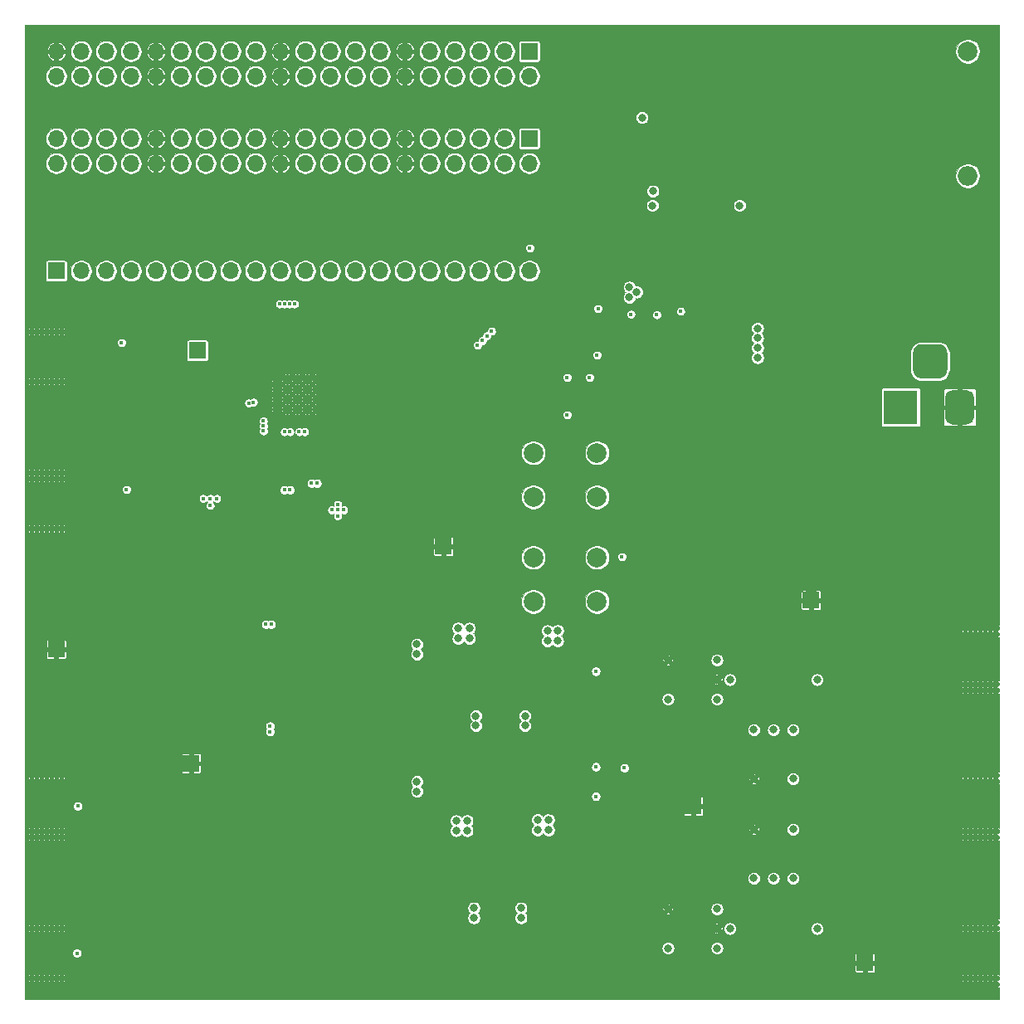
<source format=gbr>
%TF.GenerationSoftware,KiCad,Pcbnew,(5.1.8)-1*%
%TF.CreationDate,2020-12-11T02:40:48-05:00*%
%TF.ProjectId,iq_siggen,69715f73-6967-4676-956e-2e6b69636164,v01*%
%TF.SameCoordinates,Original*%
%TF.FileFunction,Copper,L2,Inr*%
%TF.FilePolarity,Positive*%
%FSLAX46Y46*%
G04 Gerber Fmt 4.6, Leading zero omitted, Abs format (unit mm)*
G04 Created by KiCad (PCBNEW (5.1.8)-1) date 2020-12-11 02:40:48*
%MOMM*%
%LPD*%
G01*
G04 APERTURE LIST*
%TA.AperFunction,ComponentPad*%
%ADD10R,3.500000X3.500000*%
%TD*%
%TA.AperFunction,ComponentPad*%
%ADD11C,2.000000*%
%TD*%
%TA.AperFunction,ComponentPad*%
%ADD12O,1.700000X1.700000*%
%TD*%
%TA.AperFunction,ComponentPad*%
%ADD13R,1.700000X1.700000*%
%TD*%
%TA.AperFunction,ComponentPad*%
%ADD14C,0.500000*%
%TD*%
%TA.AperFunction,ComponentPad*%
%ADD15C,0.400000*%
%TD*%
%TA.AperFunction,ComponentPad*%
%ADD16O,2.000000X2.000000*%
%TD*%
%TA.AperFunction,ComponentPad*%
%ADD17C,0.800000*%
%TD*%
%TA.AperFunction,ViaPad*%
%ADD18C,0.800000*%
%TD*%
%TA.AperFunction,ViaPad*%
%ADD19C,0.400000*%
%TD*%
%TA.AperFunction,ViaPad*%
%ADD20C,0.450000*%
%TD*%
%TA.AperFunction,Conductor*%
%ADD21C,0.110490*%
%TD*%
%TA.AperFunction,Conductor*%
%ADD22C,0.100000*%
%TD*%
G04 APERTURE END LIST*
%TO.N,N/C*%
%TO.C,J10*%
%TA.AperFunction,ComponentPad*%
G36*
G01*
X144412000Y-83744200D02*
X144412000Y-85494200D01*
G75*
G02*
X143537000Y-86369200I-875000J0D01*
G01*
X141787000Y-86369200D01*
G75*
G02*
X140912000Y-85494200I0J875000D01*
G01*
X140912000Y-83744200D01*
G75*
G02*
X141787000Y-82869200I875000J0D01*
G01*
X143537000Y-82869200D01*
G75*
G02*
X144412000Y-83744200I0J-875000D01*
G01*
G37*
%TD.AperFunction*%
%TO.N,GNDA*%
%TA.AperFunction,ComponentPad*%
G36*
G01*
X147162000Y-88319200D02*
X147162000Y-90319200D01*
G75*
G02*
X146412000Y-91069200I-750000J0D01*
G01*
X144912000Y-91069200D01*
G75*
G02*
X144162000Y-90319200I0J750000D01*
G01*
X144162000Y-88319200D01*
G75*
G02*
X144912000Y-87569200I750000J0D01*
G01*
X146412000Y-87569200D01*
G75*
G02*
X147162000Y-88319200I0J-750000D01*
G01*
G37*
%TD.AperFunction*%
D10*
%TO.N,+5V*%
X139662000Y-89319200D03*
%TD*%
D11*
%TO.N,/SW1*%
%TO.C,SW2*%
X102174000Y-109131200D03*
%TO.N,/VCCIO0*%
X102174000Y-104631200D03*
%TO.N,/SW1*%
X108674000Y-109131200D03*
%TO.N,/VCCIO0*%
X108674000Y-104631200D03*
%TD*%
%TO.N,/SW0*%
%TO.C,SW1*%
X102174000Y-98463200D03*
%TO.N,/VCCIO0*%
X102174000Y-93963200D03*
%TO.N,/SW0*%
X108674000Y-98463200D03*
%TO.N,/VCCIO0*%
X108674000Y-93963200D03*
%TD*%
D12*
%TO.N,N/C*%
%TO.C,J2*%
X53490000Y-64430000D03*
%TO.N,Net-(J2-Pad39)*%
X53490000Y-61890000D03*
%TO.N,Net-(J2-Pad38)*%
X56030000Y-64430000D03*
%TO.N,Net-(J2-Pad37)*%
X56030000Y-61890000D03*
%TO.N,N/C*%
X58570000Y-64430000D03*
%TO.N,Net-(J2-Pad35)*%
X58570000Y-61890000D03*
%TO.N,Net-(J2-Pad34)*%
X61110000Y-64430000D03*
%TO.N,Net-(J2-Pad33)*%
X61110000Y-61890000D03*
%TO.N,GNDA*%
X63650000Y-64430000D03*
X63650000Y-61890000D03*
%TO.N,Net-(J2-Pad30)*%
X66190000Y-64430000D03*
%TO.N,Net-(J2-Pad29)*%
X66190000Y-61890000D03*
%TO.N,Net-(J2-Pad28)*%
X68730000Y-64430000D03*
%TO.N,N/C*%
X68730000Y-61890000D03*
%TO.N,Net-(J2-Pad26)*%
X71270000Y-64430000D03*
%TO.N,/CLK_EXT_IN*%
X71270000Y-61890000D03*
%TO.N,Net-(J2-Pad24)*%
X73810000Y-64430000D03*
%TO.N,N/C*%
X73810000Y-61890000D03*
%TO.N,GNDA*%
X76350000Y-64430000D03*
X76350000Y-61890000D03*
%TO.N,Net-(J2-Pad20)*%
X78890000Y-64430000D03*
%TO.N,/CLK_OUT*%
X78890000Y-61890000D03*
%TO.N,N/C*%
X81430000Y-64430000D03*
%TO.N,Net-(J2-Pad17)*%
X81430000Y-61890000D03*
%TO.N,Net-(J2-Pad16)*%
X83970000Y-64430000D03*
%TO.N,Net-(J2-Pad15)*%
X83970000Y-61890000D03*
%TO.N,Net-(J2-Pad14)*%
X86510000Y-64430000D03*
%TO.N,N/C*%
X86510000Y-61890000D03*
%TO.N,GNDA*%
X89050000Y-64430000D03*
X89050000Y-61890000D03*
%TO.N,Net-(J2-Pad10)*%
X91590000Y-64430000D03*
%TO.N,N/C*%
X91590000Y-61890000D03*
%TO.N,Net-(J2-Pad8)*%
X94130000Y-64430000D03*
%TO.N,Net-(J2-Pad7)*%
X94130000Y-61890000D03*
%TO.N,Net-(J2-Pad6)*%
X96670000Y-64430000D03*
%TO.N,Net-(J2-Pad5)*%
X96670000Y-61890000D03*
%TO.N,N/C*%
X99210000Y-64430000D03*
X99210000Y-61890000D03*
%TO.N,/VCCIO1*%
X101750000Y-64430000D03*
D13*
X101750000Y-61890000D03*
%TD*%
D14*
%TO.N,GNDA*%
%TO.C,U6*%
X78584000Y-88998000D03*
X79609000Y-88998000D03*
X79609000Y-90023000D03*
X77559000Y-90023000D03*
X79609000Y-87973000D03*
X78584000Y-87973000D03*
X77559000Y-87973000D03*
X76534000Y-88998000D03*
X76534000Y-87973000D03*
X75509000Y-87973000D03*
X77559000Y-86948000D03*
X76534000Y-86948000D03*
X75509000Y-90023000D03*
X78584000Y-86948000D03*
X78584000Y-90023000D03*
X75509000Y-88998000D03*
X76534000Y-90023000D03*
X77559000Y-88998000D03*
X79609000Y-86948000D03*
X75509000Y-86948000D03*
X79609000Y-85923000D03*
X76534000Y-85923000D03*
X75509000Y-85923000D03*
X78584000Y-85923000D03*
X77559000Y-85923000D03*
%TD*%
D15*
%TO.N,GNDA*%
%TO.C,J11*%
X148512000Y-132540000D03*
X146988000Y-132540000D03*
X147496000Y-132540000D03*
X146480000Y-132540000D03*
X149020000Y-132540000D03*
X149528000Y-132540000D03*
X148004000Y-132540000D03*
X145972000Y-132540000D03*
X148512000Y-127460000D03*
X146988000Y-127460000D03*
X147496000Y-127460000D03*
X146480000Y-127460000D03*
X149020000Y-127460000D03*
X149528000Y-127460000D03*
X148004000Y-127460000D03*
X145972000Y-127460000D03*
X148512000Y-126825000D03*
X146988000Y-126825000D03*
X147496000Y-126825000D03*
X146480000Y-126825000D03*
X149020000Y-126825000D03*
X149528000Y-126825000D03*
X148004000Y-126825000D03*
X145972000Y-126825000D03*
X149020000Y-133175000D03*
X149528000Y-133175000D03*
X148004000Y-133175000D03*
X148512000Y-133175000D03*
X146988000Y-133175000D03*
X147496000Y-133175000D03*
X146480000Y-133175000D03*
X145972000Y-133175000D03*
%TD*%
%TO.N,GNDA*%
%TO.C,J19*%
X51746000Y-142460000D03*
X53270000Y-142460000D03*
X52762000Y-142460000D03*
X53778000Y-142460000D03*
X51238000Y-142460000D03*
X50730000Y-142460000D03*
X52254000Y-142460000D03*
X54286000Y-142460000D03*
X51746000Y-147540000D03*
X53270000Y-147540000D03*
X52762000Y-147540000D03*
X53778000Y-147540000D03*
X51238000Y-147540000D03*
X50730000Y-147540000D03*
X52254000Y-147540000D03*
X54286000Y-147540000D03*
X51746000Y-148175000D03*
X53270000Y-148175000D03*
X52762000Y-148175000D03*
X53778000Y-148175000D03*
X51238000Y-148175000D03*
X50730000Y-148175000D03*
X52254000Y-148175000D03*
X54286000Y-148175000D03*
X51238000Y-141825000D03*
X50730000Y-141825000D03*
X52254000Y-141825000D03*
X51746000Y-141825000D03*
X53270000Y-141825000D03*
X52762000Y-141825000D03*
X53778000Y-141825000D03*
X54286000Y-141825000D03*
%TD*%
%TO.N,GNDA*%
%TO.C,J18*%
X51746000Y-127460000D03*
X53270000Y-127460000D03*
X52762000Y-127460000D03*
X53778000Y-127460000D03*
X51238000Y-127460000D03*
X50730000Y-127460000D03*
X52254000Y-127460000D03*
X54286000Y-127460000D03*
X51746000Y-132540000D03*
X53270000Y-132540000D03*
X52762000Y-132540000D03*
X53778000Y-132540000D03*
X51238000Y-132540000D03*
X50730000Y-132540000D03*
X52254000Y-132540000D03*
X54286000Y-132540000D03*
X51746000Y-133175000D03*
X53270000Y-133175000D03*
X52762000Y-133175000D03*
X53778000Y-133175000D03*
X51238000Y-133175000D03*
X50730000Y-133175000D03*
X52254000Y-133175000D03*
X54286000Y-133175000D03*
X51238000Y-126825000D03*
X50730000Y-126825000D03*
X52254000Y-126825000D03*
X51746000Y-126825000D03*
X53270000Y-126825000D03*
X52762000Y-126825000D03*
X53778000Y-126825000D03*
X54286000Y-126825000D03*
%TD*%
D12*
%TO.N,/A9*%
%TO.C,J3*%
X101760000Y-75400000D03*
%TO.N,/A8*%
X99220000Y-75400000D03*
%TO.N,/A7*%
X96680000Y-75400000D03*
%TO.N,/A6*%
X94140000Y-75400000D03*
%TO.N,/A5*%
X91600000Y-75400000D03*
%TO.N,/A4*%
X89060000Y-75400000D03*
%TO.N,/A3*%
X86520000Y-75400000D03*
%TO.N,/A2*%
X83980000Y-75400000D03*
%TO.N,/A1*%
X81440000Y-75400000D03*
%TO.N,/A0*%
X78900000Y-75400000D03*
%TO.N,/B9*%
X76360000Y-75400000D03*
%TO.N,/B8*%
X73820000Y-75400000D03*
%TO.N,/B7*%
X71280000Y-75400000D03*
%TO.N,/B6*%
X68740000Y-75400000D03*
%TO.N,/B5*%
X66200000Y-75400000D03*
%TO.N,/B4*%
X63660000Y-75400000D03*
%TO.N,/B3*%
X61120000Y-75400000D03*
%TO.N,/B2*%
X58580000Y-75400000D03*
%TO.N,/B1*%
X56040000Y-75400000D03*
D13*
%TO.N,/B0*%
X53500000Y-75400000D03*
%TD*%
D15*
%TO.N,GNDA*%
%TO.C,J9*%
X51746000Y-96580000D03*
X53270000Y-96580000D03*
X52762000Y-96580000D03*
X53778000Y-96580000D03*
X51238000Y-96580000D03*
X50730000Y-96580000D03*
X52254000Y-96580000D03*
X54286000Y-96580000D03*
X51746000Y-101660000D03*
X53270000Y-101660000D03*
X52762000Y-101660000D03*
X53778000Y-101660000D03*
X51238000Y-101660000D03*
X50730000Y-101660000D03*
X52254000Y-101660000D03*
X54286000Y-101660000D03*
X51746000Y-102295000D03*
X53270000Y-102295000D03*
X52762000Y-102295000D03*
X53778000Y-102295000D03*
X51238000Y-102295000D03*
X50730000Y-102295000D03*
X52254000Y-102295000D03*
X54286000Y-102295000D03*
X51238000Y-95945000D03*
X50730000Y-95945000D03*
X52254000Y-95945000D03*
X51746000Y-95945000D03*
X53270000Y-95945000D03*
X52762000Y-95945000D03*
X53778000Y-95945000D03*
X54286000Y-95945000D03*
%TD*%
%TO.N,GNDA*%
%TO.C,J8*%
X51746000Y-81580000D03*
X53270000Y-81580000D03*
X52762000Y-81580000D03*
X53778000Y-81580000D03*
X51238000Y-81580000D03*
X50730000Y-81580000D03*
X52254000Y-81580000D03*
X54286000Y-81580000D03*
X51746000Y-86660000D03*
X53270000Y-86660000D03*
X52762000Y-86660000D03*
X53778000Y-86660000D03*
X51238000Y-86660000D03*
X50730000Y-86660000D03*
X52254000Y-86660000D03*
X54286000Y-86660000D03*
X51746000Y-87295000D03*
X53270000Y-87295000D03*
X52762000Y-87295000D03*
X53778000Y-87295000D03*
X51238000Y-87295000D03*
X50730000Y-87295000D03*
X52254000Y-87295000D03*
X54286000Y-87295000D03*
X51238000Y-80945000D03*
X50730000Y-80945000D03*
X52254000Y-80945000D03*
X51746000Y-80945000D03*
X53270000Y-80945000D03*
X52762000Y-80945000D03*
X53778000Y-80945000D03*
X54286000Y-80945000D03*
%TD*%
%TO.N,GNDA*%
%TO.C,J7*%
X148512000Y-147540000D03*
X146988000Y-147540000D03*
X147496000Y-147540000D03*
X146480000Y-147540000D03*
X149020000Y-147540000D03*
X149528000Y-147540000D03*
X148004000Y-147540000D03*
X145972000Y-147540000D03*
X148512000Y-142460000D03*
X146988000Y-142460000D03*
X147496000Y-142460000D03*
X146480000Y-142460000D03*
X149020000Y-142460000D03*
X149528000Y-142460000D03*
X148004000Y-142460000D03*
X145972000Y-142460000D03*
X148512000Y-141825000D03*
X146988000Y-141825000D03*
X147496000Y-141825000D03*
X146480000Y-141825000D03*
X149020000Y-141825000D03*
X149528000Y-141825000D03*
X148004000Y-141825000D03*
X145972000Y-141825000D03*
X149020000Y-148175000D03*
X149528000Y-148175000D03*
X148004000Y-148175000D03*
X148512000Y-148175000D03*
X146988000Y-148175000D03*
X147496000Y-148175000D03*
X146480000Y-148175000D03*
X145972000Y-148175000D03*
%TD*%
%TO.N,GNDA*%
%TO.C,J6*%
X148512000Y-117540000D03*
X146988000Y-117540000D03*
X147496000Y-117540000D03*
X146480000Y-117540000D03*
X149020000Y-117540000D03*
X149528000Y-117540000D03*
X148004000Y-117540000D03*
X145972000Y-117540000D03*
X148512000Y-112460000D03*
X146988000Y-112460000D03*
X147496000Y-112460000D03*
X146480000Y-112460000D03*
X149020000Y-112460000D03*
X149528000Y-112460000D03*
X148004000Y-112460000D03*
X145972000Y-112460000D03*
X148512000Y-111825000D03*
X146988000Y-111825000D03*
X147496000Y-111825000D03*
X146480000Y-111825000D03*
X149020000Y-111825000D03*
X149528000Y-111825000D03*
X148004000Y-111825000D03*
X145972000Y-111825000D03*
X149020000Y-118175000D03*
X149528000Y-118175000D03*
X148004000Y-118175000D03*
X148512000Y-118175000D03*
X146988000Y-118175000D03*
X147496000Y-118175000D03*
X146480000Y-118175000D03*
X145972000Y-118175000D03*
%TD*%
D16*
%TO.N,-5V*%
%TO.C,L7*%
X146500000Y-65700000D03*
D11*
%TO.N,/negative rail generator/-5VO*%
X146500000Y-53000000D03*
%TD*%
D17*
%TO.N,/mixer/RF_Q*%
%TO.C,T3*%
X128672000Y-132378000D03*
%TO.N,GNDA*%
X124672000Y-132378000D03*
%TO.N,Net-(D5-Pad3)*%
X128672000Y-137378000D03*
%TO.N,/mixer/IF_Q*%
X126672000Y-137378000D03*
%TO.N,Net-(D7-Pad3)*%
X124672000Y-137378000D03*
%TD*%
%TO.N,GNDA*%
%TO.C,T4*%
X124672000Y-127218000D03*
%TO.N,/mixer/RF_I*%
X128672000Y-127218000D03*
%TO.N,Net-(D8-Pad3)*%
X124672000Y-122218000D03*
%TO.N,/mixer/IF_I*%
X126672000Y-122218000D03*
%TO.N,Net-(D6-Pad3)*%
X128672000Y-122218000D03*
%TD*%
%TO.N,GNDA*%
%TO.C,T2*%
X115917000Y-115098000D03*
%TO.N,/mixer/LO_I*%
X115917000Y-119098000D03*
%TO.N,Net-(D6-Pad1)*%
X120917000Y-115098000D03*
%TO.N,GNDA*%
X120917000Y-117098000D03*
%TO.N,Net-(D6-Pad2)*%
X120917000Y-119098000D03*
%TD*%
%TO.N,GNDA*%
%TO.C,T1*%
X115917000Y-140498000D03*
%TO.N,/mixer/LO_Q*%
X115917000Y-144498000D03*
%TO.N,Net-(D5-Pad1)*%
X120917000Y-140498000D03*
%TO.N,GNDA*%
X120917000Y-142498000D03*
%TO.N,Net-(D5-Pad2)*%
X120917000Y-144498000D03*
%TD*%
D13*
%TO.N,GNDA*%
%TO.C,J17*%
X130500000Y-109000000D03*
%TD*%
%TO.N,GNDA*%
%TO.C,J16*%
X136000000Y-146000000D03*
%TD*%
%TO.N,GNDA*%
%TO.C,J15*%
X93000000Y-103500000D03*
%TD*%
%TO.N,GNDA*%
%TO.C,J14*%
X67272000Y-125641200D03*
%TD*%
%TO.N,GNDA*%
%TO.C,J13*%
X118500000Y-130000000D03*
%TD*%
%TO.N,GNDA*%
%TO.C,J12*%
X53500000Y-114000000D03*
%TD*%
%TO.N,/~CW*%
%TO.C,J4*%
X67907000Y-83528000D03*
%TD*%
D12*
%TO.N,N/C*%
%TO.C,J1*%
X53490000Y-55540000D03*
%TO.N,GNDA*%
X53490000Y-53000000D03*
%TO.N,N/C*%
X56030000Y-55540000D03*
X56030000Y-53000000D03*
X58570000Y-55540000D03*
X58570000Y-53000000D03*
X61110000Y-55540000D03*
X61110000Y-53000000D03*
%TO.N,GNDA*%
X63650000Y-55540000D03*
X63650000Y-53000000D03*
%TO.N,/I_CLK_P*%
X66190000Y-55540000D03*
%TO.N,N/C*%
X66190000Y-53000000D03*
X68730000Y-55540000D03*
%TO.N,/I_CLK_N*%
X68730000Y-53000000D03*
%TO.N,N/C*%
X71270000Y-55540000D03*
X71270000Y-53000000D03*
X73810000Y-55540000D03*
X73810000Y-53000000D03*
%TO.N,GNDA*%
X76350000Y-55540000D03*
X76350000Y-53000000D03*
%TO.N,N/C*%
X78890000Y-55540000D03*
%TO.N,/LED3*%
X78890000Y-53000000D03*
%TO.N,/Q_CLK_P*%
X81430000Y-55540000D03*
%TO.N,/LED2*%
X81430000Y-53000000D03*
%TO.N,/Q_CLK_N*%
X83970000Y-55540000D03*
%TO.N,/LED1*%
X83970000Y-53000000D03*
%TO.N,N/C*%
X86510000Y-55540000D03*
%TO.N,/LED0*%
X86510000Y-53000000D03*
%TO.N,GNDA*%
X89050000Y-55540000D03*
X89050000Y-53000000D03*
%TO.N,/DAC_CLK_P*%
X91590000Y-55540000D03*
%TO.N,/DAC_CLK_N*%
X91590000Y-53000000D03*
%TO.N,N/C*%
X94130000Y-55540000D03*
X94130000Y-53000000D03*
%TO.N,Net-(J1-Pad6)*%
X96670000Y-55540000D03*
%TO.N,Net-(J1-Pad5)*%
X96670000Y-53000000D03*
%TO.N,N/C*%
X99210000Y-55540000D03*
X99210000Y-53000000D03*
%TO.N,/VCCIO0*%
X101750000Y-55540000D03*
D13*
X101750000Y-53000000D03*
%TD*%
D18*
%TO.N,GNDA*%
X107500000Y-56000000D03*
X108250000Y-80250000D03*
X108000000Y-68750000D03*
X126000000Y-109000000D03*
X123500000Y-109000000D03*
X121000000Y-109000000D03*
X118500000Y-109000000D03*
D19*
X85315000Y-128100000D03*
X81315000Y-128100000D03*
X83315000Y-128100000D03*
X89315000Y-128100000D03*
X79315000Y-128100000D03*
X87315000Y-128100000D03*
X77315000Y-128100000D03*
X92015000Y-130700000D03*
X94015000Y-130700000D03*
X96015000Y-130700000D03*
X98015000Y-130700000D03*
X100015000Y-130700000D03*
X102015000Y-130700000D03*
X104015000Y-130700000D03*
X106015000Y-130700000D03*
X81915000Y-102400000D03*
X81415000Y-102400000D03*
X82415000Y-101200000D03*
X82415000Y-101700000D03*
X81265000Y-101000000D03*
X70015000Y-101100000D03*
X70515000Y-102400000D03*
X70015000Y-101600000D03*
X71015000Y-102400000D03*
X70015000Y-102100000D03*
X75315000Y-100800000D03*
X75815000Y-100800000D03*
X76315000Y-100800000D03*
X76815000Y-100800000D03*
X77315000Y-100800000D03*
X75315000Y-102500000D03*
X76815000Y-102500000D03*
X75815000Y-102500000D03*
X77315000Y-102500000D03*
X76315000Y-102500000D03*
X77865000Y-92221600D03*
X77815000Y-97100000D03*
D18*
X118417000Y-118650000D03*
X118417000Y-115650000D03*
X118417000Y-117098000D03*
X128224000Y-124718000D03*
X125224000Y-124718000D03*
X126672000Y-124718000D03*
X128224000Y-134878000D03*
X125224000Y-134878000D03*
X126672000Y-134878000D03*
X118417000Y-141050000D03*
X118417000Y-142498000D03*
X118417000Y-144050000D03*
X108500000Y-130450000D03*
X55700000Y-146250000D03*
X55700000Y-143650000D03*
X55700000Y-128650000D03*
X55700000Y-131250000D03*
X108500000Y-114450000D03*
X107700000Y-127050000D03*
X109500000Y-125050000D03*
X139515000Y-64000000D03*
X142515000Y-70000000D03*
X140515000Y-59500000D03*
X127515000Y-58500000D03*
X133015000Y-82700000D03*
X137315000Y-103500000D03*
X125500000Y-102500000D03*
X128000000Y-100500000D03*
X130000000Y-98500000D03*
X132000000Y-96500000D03*
X130000000Y-102500000D03*
X132000000Y-100000000D03*
X121000000Y-130000000D03*
X126000000Y-130000000D03*
X133500000Y-130000000D03*
X123500000Y-130000000D03*
X128500000Y-130000000D03*
X116000000Y-130000000D03*
X131000000Y-130000000D03*
X72000000Y-97500000D03*
X75000000Y-97500000D03*
X85500000Y-92000000D03*
X89000000Y-92000000D03*
X98500000Y-85000000D03*
X100500000Y-83000000D03*
X102500000Y-81000000D03*
X63500000Y-101500000D03*
X66000000Y-101500000D03*
X63500000Y-99000000D03*
X66000000Y-99000000D03*
X63500000Y-96500000D03*
X66000000Y-96500000D03*
X133500000Y-51000000D03*
X123500000Y-51000000D03*
X138500000Y-51000000D03*
X136000000Y-51000000D03*
X116000000Y-51000000D03*
X141000000Y-51000000D03*
X126000000Y-51000000D03*
X108500000Y-51000000D03*
X128500000Y-51000000D03*
X121000000Y-51000000D03*
X111000000Y-51000000D03*
X143500000Y-51000000D03*
X118500000Y-51000000D03*
X131000000Y-51000000D03*
X146000000Y-51000000D03*
X113500000Y-51000000D03*
X73000000Y-58500000D03*
X68000000Y-58500000D03*
X55500000Y-58500000D03*
X58000000Y-58500000D03*
X80500000Y-58500000D03*
X78000000Y-58500000D03*
X65500000Y-58500000D03*
X63000000Y-58500000D03*
X60500000Y-58500000D03*
X75500000Y-58500000D03*
X70500000Y-58500000D03*
X53500000Y-67500000D03*
X55500000Y-67500000D03*
X57000000Y-67500000D03*
X59000000Y-67500000D03*
X60500000Y-67500000D03*
X62500000Y-67500000D03*
X67500000Y-67500000D03*
X70000000Y-67500000D03*
X73000000Y-67500000D03*
X76000000Y-67500000D03*
X78500000Y-67500000D03*
X82000000Y-67500000D03*
X85000000Y-67500000D03*
X88500000Y-67500000D03*
X91000000Y-67500000D03*
X94000000Y-67500000D03*
X96500000Y-67500000D03*
X101000000Y-67500000D03*
X53500000Y-109000000D03*
X53500000Y-124000000D03*
X53500000Y-116500000D03*
X53500000Y-119000000D03*
X53500000Y-106500000D03*
X53500000Y-111500000D03*
X53500000Y-121500000D03*
X53500000Y-104000000D03*
X56000000Y-109000000D03*
X56000000Y-124000000D03*
X56000000Y-116500000D03*
X56000000Y-119000000D03*
X56000000Y-106500000D03*
X56000000Y-111500000D03*
X56000000Y-114000000D03*
X56000000Y-121500000D03*
X56000000Y-104000000D03*
X58500000Y-116500000D03*
X58500000Y-119000000D03*
X58500000Y-114000000D03*
X58500000Y-104000000D03*
X61000000Y-116500000D03*
X61000000Y-114000000D03*
X61000000Y-104000000D03*
X63500000Y-114000000D03*
X63500000Y-104000000D03*
X66000000Y-109000000D03*
X66000000Y-124000000D03*
X66000000Y-106500000D03*
X66000000Y-111500000D03*
X66000000Y-121500000D03*
X66000000Y-104000000D03*
X68500000Y-109000000D03*
X68500000Y-124000000D03*
X68500000Y-116500000D03*
X68500000Y-119000000D03*
X68500000Y-106500000D03*
X68500000Y-121500000D03*
X68500000Y-104000000D03*
X71000000Y-124000000D03*
X71000000Y-116500000D03*
X71000000Y-119000000D03*
X71000000Y-106500000D03*
X71000000Y-114000000D03*
X71000000Y-121500000D03*
X71000000Y-104000000D03*
X73500000Y-124000000D03*
X73500000Y-111500000D03*
X73500000Y-114000000D03*
X76000000Y-104000000D03*
X53500000Y-139000000D03*
X53500000Y-136500000D03*
X56000000Y-139000000D03*
X53500000Y-134000000D03*
X56000000Y-136500000D03*
X56000000Y-141500000D03*
X56000000Y-134000000D03*
X60000000Y-140750000D03*
X146000000Y-136500000D03*
X141000000Y-136500000D03*
X143500000Y-136500000D03*
X136000000Y-136500000D03*
X133500000Y-136500000D03*
X138500000Y-136500000D03*
X146000000Y-121500000D03*
X141000000Y-121500000D03*
X143500000Y-121500000D03*
X136000000Y-121500000D03*
X133500000Y-121500000D03*
X138500000Y-121500000D03*
X108500000Y-123250000D03*
X77000000Y-115500000D03*
X79500000Y-113000000D03*
X92000000Y-100500000D03*
X82000000Y-110500000D03*
X87000000Y-105500000D03*
X89500000Y-103000000D03*
X84500000Y-108000000D03*
X94500000Y-98000000D03*
X97000000Y-95500000D03*
X53500000Y-89000000D03*
X53500000Y-94000000D03*
X53500000Y-91500000D03*
X56000000Y-89000000D03*
X56000000Y-94000000D03*
X56000000Y-91500000D03*
X58500000Y-89000000D03*
X58500000Y-94000000D03*
X58500000Y-91500000D03*
X108500000Y-120750000D03*
X108500000Y-118250000D03*
X108500000Y-139000000D03*
X108500000Y-146500000D03*
X108500000Y-136500000D03*
X108500000Y-144000000D03*
X100500000Y-58500000D03*
X103000000Y-58500000D03*
X95500000Y-58500000D03*
X105750000Y-68000000D03*
X105750000Y-75500000D03*
X105750000Y-78000000D03*
X105750000Y-65500000D03*
X105750000Y-70500000D03*
X105750000Y-73000000D03*
X105750000Y-80500000D03*
X105750000Y-63000000D03*
X105750000Y-60500000D03*
X53000000Y-58500000D03*
X90500000Y-58500000D03*
X88000000Y-58500000D03*
X85500000Y-58500000D03*
X83000000Y-58500000D03*
X93000000Y-58500000D03*
X89500000Y-98000000D03*
X77000000Y-110500000D03*
X79500000Y-108000000D03*
X84500000Y-103000000D03*
X82000000Y-105500000D03*
X87000000Y-100500000D03*
X102000000Y-85500000D03*
X94500000Y-93000000D03*
X92000000Y-95500000D03*
X97000000Y-90500000D03*
X104500000Y-83000000D03*
X73000000Y-108500000D03*
X65500000Y-116000000D03*
X63000000Y-118500000D03*
X70500000Y-111000000D03*
X68000000Y-113500000D03*
X75500000Y-106000000D03*
X60000000Y-130750000D03*
X60000000Y-133250000D03*
X60000000Y-125750000D03*
X60000000Y-123250000D03*
X60000000Y-128250000D03*
X60000000Y-138250000D03*
X60000000Y-135750000D03*
X68500000Y-140750000D03*
X71000000Y-140750000D03*
X66000000Y-140750000D03*
X63500000Y-140750000D03*
X78500000Y-140750000D03*
X81000000Y-140750000D03*
X83500000Y-140750000D03*
X76000000Y-140750000D03*
X91000000Y-140750000D03*
X88500000Y-140750000D03*
X86000000Y-140750000D03*
X73500000Y-140750000D03*
X128074000Y-83763000D03*
X133015000Y-83600000D03*
X133915000Y-83600000D03*
X129149000Y-84238000D03*
X92550000Y-119800000D03*
X92550000Y-121300000D03*
X92550000Y-122800000D03*
X96350000Y-125500000D03*
X96550000Y-116800000D03*
X105350000Y-118200000D03*
X105350000Y-119700000D03*
X105350000Y-121200000D03*
X105350000Y-122700000D03*
X105350000Y-124300000D03*
X92550000Y-118300002D03*
X92550000Y-123900004D03*
X92550000Y-125000036D03*
X92550000Y-117100040D03*
X106250000Y-128750000D03*
X106250000Y-113450000D03*
X131500000Y-135300000D03*
X131500000Y-124400000D03*
X139400000Y-132800000D03*
X144100000Y-132800000D03*
X96033000Y-145485000D03*
X104789000Y-144003000D03*
X95933000Y-136385000D03*
X92033000Y-136385000D03*
X92027000Y-139455000D03*
X92027000Y-140979000D03*
X92027000Y-142503000D03*
X92027000Y-143773000D03*
X104789000Y-142479000D03*
X104789000Y-140955000D03*
X104789000Y-139431000D03*
X104789000Y-137907000D03*
X92027000Y-137931000D03*
X92033000Y-144808000D03*
X139515000Y-97250000D03*
X139515000Y-99500000D03*
X135515000Y-103500000D03*
X114964000Y-99086000D03*
X115964000Y-99086000D03*
X111492000Y-98808000D03*
X111492000Y-97808000D03*
X111492000Y-96808000D03*
X121915000Y-96200000D03*
X120115000Y-94800000D03*
X120115000Y-93800000D03*
X124115000Y-94800000D03*
X124115000Y-93800000D03*
X136415000Y-103500000D03*
D19*
X79210000Y-94196000D03*
X82740600Y-91732200D03*
X83299400Y-91732200D03*
X82054800Y-97193200D03*
X84036000Y-97193200D03*
X79819600Y-94196000D03*
X75958800Y-95821600D03*
X75958800Y-95364400D03*
X74587200Y-95415200D03*
X75146000Y-95415200D03*
D18*
X133380000Y-56655000D03*
X131515000Y-58500000D03*
X136015000Y-69500000D03*
X136015000Y-71000000D03*
X136015000Y-72500000D03*
X136515000Y-58000000D03*
X140515000Y-58000000D03*
X113060000Y-67450000D03*
X132110000Y-64275000D03*
X127515000Y-59500000D03*
X140515000Y-74000000D03*
X142515000Y-74000000D03*
X136015000Y-74000000D03*
X131515000Y-59500000D03*
X140515000Y-70000000D03*
X136515000Y-59500000D03*
X109300000Y-85300000D03*
D19*
X112738000Y-104559200D03*
X98260000Y-94399200D03*
X73114000Y-86906200D03*
X73368000Y-87322760D03*
X73911560Y-87223000D03*
X71903690Y-91088310D03*
X73114000Y-91026080D03*
X73103840Y-90457120D03*
X73423880Y-89949120D03*
X68323560Y-90259000D03*
X67272000Y-91770000D03*
X67780000Y-91770000D03*
D18*
X55900000Y-101700000D03*
X60700000Y-101700000D03*
X55900000Y-86700000D03*
X60700000Y-86700000D03*
D19*
X72392640Y-90573960D03*
X75273000Y-78955984D03*
X75273000Y-79413200D03*
X75273000Y-79921200D03*
X75273000Y-80429200D03*
X75273000Y-80937200D03*
X75273000Y-81445200D03*
X75273000Y-81953200D03*
X75501600Y-82359600D03*
X67653018Y-90259000D03*
X66293800Y-91770000D03*
X66764000Y-91770000D03*
D18*
X51000000Y-149000000D03*
X53500000Y-149000000D03*
X56000000Y-149000000D03*
X58500000Y-149000000D03*
X61000000Y-149000000D03*
X63500000Y-149000000D03*
X66000000Y-149000000D03*
X68500000Y-149000000D03*
X71000000Y-149000000D03*
X73500000Y-149000000D03*
X76000000Y-149000000D03*
X78500000Y-149000000D03*
X81000000Y-149000000D03*
X83500000Y-149000000D03*
X86000000Y-149000000D03*
X88500000Y-149000000D03*
X91000000Y-149000000D03*
X93500000Y-149000000D03*
X96000000Y-149000000D03*
X98500000Y-149000000D03*
X101000000Y-149000000D03*
X103500000Y-149000000D03*
X106000000Y-149000000D03*
X108500000Y-149000000D03*
X111000000Y-149000000D03*
X113500000Y-149000000D03*
X116000000Y-149000000D03*
X118500000Y-149000000D03*
X121000000Y-149000000D03*
X123500000Y-149000000D03*
X126000000Y-149000000D03*
X128500000Y-149000000D03*
X131000000Y-149000000D03*
X133500000Y-149000000D03*
X136000000Y-149000000D03*
X138500000Y-149000000D03*
X141000000Y-149000000D03*
X143500000Y-149000000D03*
X146000000Y-149000000D03*
X148500000Y-149000000D03*
X51000000Y-139000000D03*
X51000000Y-136500000D03*
X51000000Y-124000000D03*
X51000000Y-121500000D03*
X51000000Y-119000000D03*
X51000000Y-116500000D03*
X51000000Y-114000000D03*
X51000000Y-111500000D03*
X51000000Y-109000000D03*
X51000000Y-106500000D03*
X51000000Y-104000000D03*
X51000000Y-94000000D03*
X51000000Y-91500000D03*
X51000000Y-89000000D03*
X51000000Y-79000000D03*
X51000000Y-51500000D03*
X51000000Y-134000000D03*
X148500000Y-139000000D03*
X148500000Y-136500000D03*
X148500000Y-134000000D03*
X148500000Y-124000000D03*
X148500000Y-121500000D03*
X148500000Y-119000000D03*
X148500000Y-109000000D03*
X148500000Y-106500000D03*
X148500000Y-104000000D03*
X148500000Y-101500000D03*
X148500000Y-99000000D03*
X148500000Y-94000000D03*
X148500000Y-91500000D03*
X148500000Y-89000000D03*
X148500000Y-86500000D03*
X148500000Y-84000000D03*
X148500000Y-81500000D03*
X148500000Y-69000000D03*
X148500000Y-66500000D03*
X148500000Y-64000000D03*
X148500000Y-61500000D03*
X148500000Y-59000000D03*
X148500000Y-56500000D03*
X148500000Y-54000000D03*
X148500000Y-51500000D03*
X98000000Y-58500000D03*
X123000000Y-77000000D03*
X125000000Y-77000000D03*
X125000000Y-79000000D03*
X125500000Y-68500000D03*
X125500000Y-66500000D03*
X125500000Y-64500000D03*
X143000000Y-64000000D03*
X143000000Y-61500000D03*
X126500000Y-56000000D03*
X129500000Y-56000000D03*
X132000000Y-56000000D03*
X146000000Y-109000000D03*
X143500000Y-109000000D03*
X141000000Y-109000000D03*
X138500000Y-109000000D03*
X136000000Y-109000000D03*
X133500000Y-109000000D03*
X77215000Y-121300000D03*
X79755000Y-121300000D03*
X82295000Y-121300000D03*
X84835000Y-121300000D03*
X87375000Y-121300000D03*
X61015000Y-120500000D03*
X135515000Y-84500000D03*
X112015000Y-92750000D03*
X111015000Y-92750000D03*
%TO.N,+5V*%
X112715000Y-77550000D03*
X111965000Y-78100000D03*
X111965000Y-77050000D03*
X125050000Y-84250000D03*
X125050000Y-83250000D03*
X125050000Y-82250000D03*
X125050000Y-81250000D03*
D19*
%TO.N,+3V3*%
X82816800Y-99784000D03*
X81597600Y-99784000D03*
X82207200Y-100393600D03*
X82207200Y-99225200D03*
X68491200Y-98615600D03*
X82207200Y-99784000D03*
X69202400Y-98615600D03*
X69202400Y-99326800D03*
X69862800Y-98615600D03*
D18*
%TO.N,-2V5*%
X90300000Y-127500000D03*
X90300000Y-128500000D03*
X90300000Y-114500000D03*
X90300000Y-113500000D03*
%TO.N,/mixer/+OPAMP_2.5V*%
X104650000Y-113150000D03*
X104650000Y-112100000D03*
X101315000Y-121800000D03*
X101315000Y-120800000D03*
X103613000Y-113150000D03*
X103613010Y-112100000D03*
%TO.N,/mixer/-OPAMP_2.5V*%
X96315000Y-120800000D03*
X96315000Y-121800000D03*
X95654000Y-111850000D03*
X94500000Y-111850000D03*
X95654000Y-112900000D03*
X94500000Y-112900000D03*
%TO.N,/IQ DAC and AA filter/+OPAMP_2.5V*%
X103733992Y-132449986D03*
X100915000Y-140400000D03*
X100915000Y-141400000D03*
X102607004Y-132449986D03*
X103733992Y-131397960D03*
X102607002Y-131397960D03*
%TO.N,/IQ DAC and AA filter/-OPAMP_2.5V*%
X96115000Y-140400000D03*
X96115000Y-141400000D03*
X94300000Y-131500000D03*
X95407948Y-131500000D03*
X95407948Y-132499948D03*
X94300000Y-132500000D03*
D19*
%TO.N,/IQ DAC and AA filter/CVDD*%
X74638000Y-91732200D03*
X74638000Y-91221660D03*
X74632920Y-90706040D03*
X73604220Y-88790880D03*
X73141940Y-88879780D03*
%TO.N,/IQ DAC and AA filter/DVDD*%
X97917100Y-81549340D03*
X97434500Y-82016700D03*
X96977300Y-82509460D03*
X96482000Y-82969200D03*
X76289000Y-78778200D03*
X76797000Y-78778200D03*
X77305000Y-78778200D03*
X77813000Y-78778200D03*
D18*
%TO.N,Net-(D5-Pad3)*%
X131117000Y-142498000D03*
%TO.N,Net-(D6-Pad3)*%
X131117000Y-117098000D03*
%TO.N,Net-(D7-Pad3)*%
X122227000Y-142498000D03*
%TO.N,Net-(D8-Pad3)*%
X122227000Y-117098000D03*
D19*
%TO.N,/LED3*%
X117208400Y-79514800D03*
%TO.N,/LED2*%
X114770000Y-79870400D03*
%TO.N,/LED1*%
X112128400Y-79819600D03*
%TO.N,/LED0*%
X108765000Y-79250000D03*
%TO.N,/VCCIO0*%
X108674000Y-83985200D03*
%TO.N,/CLK_EXT_IN*%
X60160000Y-82715200D03*
%TO.N,/CLK_OUT*%
X60668000Y-97701200D03*
%TO.N,/~CW*%
X101816000Y-73063200D03*
D20*
%TO.N,/Q_CLK_N*%
X75307070Y-121846462D03*
%TO.N,/Q_CLK_P*%
X75307070Y-122398862D03*
%TO.N,/I_CLK_P*%
X74869800Y-111468000D03*
%TO.N,/I_CLK_N*%
X75422200Y-111468000D03*
%TO.N,Net-(JP4-Pad1)*%
X108550000Y-116250000D03*
D18*
%TO.N,Net-(R84-Pad2)*%
X114330000Y-68720000D03*
X123220000Y-68720000D03*
D20*
%TO.N,/IQ DAC and AA filter/A_IOUT_P*%
X79546141Y-97060981D03*
D19*
X78835200Y-91808400D03*
%TO.N,/IQ DAC and AA filter/A_IOUT_N*%
X78282800Y-91808400D03*
D20*
X80098541Y-97060981D03*
D19*
%TO.N,/IQ DAC and AA filter/B_IOUT_P*%
X77335200Y-91808400D03*
D20*
X77335200Y-97752000D03*
%TO.N,/IQ DAC and AA filter/B_IOUT_N*%
X76782800Y-97752000D03*
D19*
X76782800Y-91808400D03*
D18*
%TO.N,/negative rail generator/-5VO*%
X114370002Y-67250000D03*
X113265000Y-59750000D03*
D20*
%TO.N,/mixer/LO_I_EXT*%
X55700000Y-130000000D03*
X108550000Y-129000000D03*
X111449994Y-126100000D03*
%TO.N,/mixer/LO_Q_EXT*%
X55600000Y-145000000D03*
%TO.N,Net-(JP5-Pad1)*%
X108550000Y-126000000D03*
D19*
%TO.N,Net-(J1-Pad6)*%
X111214000Y-104559200D03*
X107912000Y-86271200D03*
%TO.N,Net-(J1-Pad5)*%
X105626000Y-90081200D03*
X105626000Y-86271200D03*
%TD*%
D21*
%TO.N,/I_CLK_P*%
X66190000Y-55540000D02*
X66190000Y-56030000D01*
%TO.N,/I_CLK_N*%
X68730000Y-53000000D02*
X68730000Y-53236000D01*
%TD*%
D22*
%TO.N,GNDA*%
X149700000Y-111499972D02*
X149635091Y-111435063D01*
X149590915Y-111479240D01*
X149524955Y-111473319D01*
X149462377Y-111479483D01*
X149438851Y-111523719D01*
X149528000Y-111612868D01*
X149563356Y-111577513D01*
X149700000Y-111714157D01*
X149700000Y-111935843D01*
X149563356Y-112072488D01*
X149528000Y-112037132D01*
X149438851Y-112126281D01*
X149447477Y-112142500D01*
X149438851Y-112158719D01*
X149528000Y-112247868D01*
X149563356Y-112212513D01*
X149700000Y-112349157D01*
X149700000Y-112570843D01*
X149563356Y-112707488D01*
X149528000Y-112672132D01*
X149438851Y-112761281D01*
X149462377Y-112805517D01*
X149531045Y-112811681D01*
X149590936Y-112805782D01*
X149635091Y-112849937D01*
X149700000Y-112785028D01*
X149700000Y-117214972D01*
X149635091Y-117150063D01*
X149590915Y-117194240D01*
X149524955Y-117188319D01*
X149462377Y-117194483D01*
X149438851Y-117238719D01*
X149528000Y-117327868D01*
X149563356Y-117292513D01*
X149700000Y-117429157D01*
X149700000Y-117650843D01*
X149563356Y-117787488D01*
X149528000Y-117752132D01*
X149438851Y-117841281D01*
X149447477Y-117857500D01*
X149438851Y-117873719D01*
X149528000Y-117962868D01*
X149563356Y-117927513D01*
X149700000Y-118064157D01*
X149700000Y-118285843D01*
X149563356Y-118422488D01*
X149528000Y-118387132D01*
X149438851Y-118476281D01*
X149462377Y-118520517D01*
X149531045Y-118526681D01*
X149590936Y-118520782D01*
X149635091Y-118564937D01*
X149700000Y-118500028D01*
X149700000Y-126499972D01*
X149635091Y-126435063D01*
X149590915Y-126479240D01*
X149524955Y-126473319D01*
X149462377Y-126479483D01*
X149438851Y-126523719D01*
X149528000Y-126612868D01*
X149563356Y-126577513D01*
X149700000Y-126714157D01*
X149700000Y-126935843D01*
X149563356Y-127072488D01*
X149528000Y-127037132D01*
X149438851Y-127126281D01*
X149447477Y-127142500D01*
X149438851Y-127158719D01*
X149528000Y-127247868D01*
X149563356Y-127212513D01*
X149700000Y-127349157D01*
X149700000Y-127570843D01*
X149563356Y-127707488D01*
X149528000Y-127672132D01*
X149438851Y-127761281D01*
X149462377Y-127805517D01*
X149531045Y-127811681D01*
X149590936Y-127805782D01*
X149635091Y-127849937D01*
X149700000Y-127785028D01*
X149700000Y-132214972D01*
X149635091Y-132150063D01*
X149590915Y-132194240D01*
X149524955Y-132188319D01*
X149462377Y-132194483D01*
X149438851Y-132238719D01*
X149528000Y-132327868D01*
X149563356Y-132292513D01*
X149700000Y-132429157D01*
X149700000Y-132650843D01*
X149563356Y-132787488D01*
X149528000Y-132752132D01*
X149438851Y-132841281D01*
X149447477Y-132857500D01*
X149438851Y-132873719D01*
X149528000Y-132962868D01*
X149563356Y-132927513D01*
X149700000Y-133064157D01*
X149700000Y-133285843D01*
X149563356Y-133422488D01*
X149528000Y-133387132D01*
X149438851Y-133476281D01*
X149462377Y-133520517D01*
X149531045Y-133526681D01*
X149590936Y-133520782D01*
X149635091Y-133564937D01*
X149700000Y-133500028D01*
X149700000Y-141499972D01*
X149635091Y-141435063D01*
X149590915Y-141479240D01*
X149524955Y-141473319D01*
X149462377Y-141479483D01*
X149438851Y-141523719D01*
X149528000Y-141612868D01*
X149563356Y-141577513D01*
X149700000Y-141714157D01*
X149700000Y-141935843D01*
X149563356Y-142072488D01*
X149528000Y-142037132D01*
X149438851Y-142126281D01*
X149447477Y-142142500D01*
X149438851Y-142158719D01*
X149528000Y-142247868D01*
X149563356Y-142212513D01*
X149700000Y-142349157D01*
X149700000Y-142570843D01*
X149563356Y-142707488D01*
X149528000Y-142672132D01*
X149438851Y-142761281D01*
X149462377Y-142805517D01*
X149531045Y-142811681D01*
X149590936Y-142805782D01*
X149635091Y-142849937D01*
X149700000Y-142785028D01*
X149700000Y-147214972D01*
X149635091Y-147150063D01*
X149590915Y-147194240D01*
X149524955Y-147188319D01*
X149462377Y-147194483D01*
X149438851Y-147238719D01*
X149528000Y-147327868D01*
X149563356Y-147292513D01*
X149700000Y-147429157D01*
X149700000Y-147650843D01*
X149563356Y-147787488D01*
X149528000Y-147752132D01*
X149438851Y-147841281D01*
X149447477Y-147857500D01*
X149438851Y-147873719D01*
X149528000Y-147962868D01*
X149563356Y-147927513D01*
X149700000Y-148064157D01*
X149700000Y-148285843D01*
X149563356Y-148422488D01*
X149528000Y-148387132D01*
X149438851Y-148476281D01*
X149462377Y-148520517D01*
X149531045Y-148526681D01*
X149590936Y-148520782D01*
X149635091Y-148564937D01*
X149700000Y-148500028D01*
X149700000Y-149700000D01*
X50300000Y-149700000D01*
X50300000Y-148476281D01*
X50640851Y-148476281D01*
X50664377Y-148520517D01*
X50733045Y-148526681D01*
X50795623Y-148520517D01*
X50819149Y-148476281D01*
X51148851Y-148476281D01*
X51172377Y-148520517D01*
X51241045Y-148526681D01*
X51303623Y-148520517D01*
X51327149Y-148476281D01*
X51656851Y-148476281D01*
X51680377Y-148520517D01*
X51749045Y-148526681D01*
X51811623Y-148520517D01*
X51835149Y-148476281D01*
X52164851Y-148476281D01*
X52188377Y-148520517D01*
X52257045Y-148526681D01*
X52319623Y-148520517D01*
X52343149Y-148476281D01*
X52672851Y-148476281D01*
X52696377Y-148520517D01*
X52765045Y-148526681D01*
X52827623Y-148520517D01*
X52851149Y-148476281D01*
X53180851Y-148476281D01*
X53204377Y-148520517D01*
X53273045Y-148526681D01*
X53335623Y-148520517D01*
X53359149Y-148476281D01*
X53688851Y-148476281D01*
X53712377Y-148520517D01*
X53781045Y-148526681D01*
X53843623Y-148520517D01*
X53867149Y-148476281D01*
X54196851Y-148476281D01*
X54220377Y-148520517D01*
X54289045Y-148526681D01*
X54351623Y-148520517D01*
X54375149Y-148476281D01*
X145882851Y-148476281D01*
X145906377Y-148520517D01*
X145975045Y-148526681D01*
X146037623Y-148520517D01*
X146061149Y-148476281D01*
X146390851Y-148476281D01*
X146414377Y-148520517D01*
X146483045Y-148526681D01*
X146545623Y-148520517D01*
X146569149Y-148476281D01*
X146898851Y-148476281D01*
X146922377Y-148520517D01*
X146991045Y-148526681D01*
X147053623Y-148520517D01*
X147077149Y-148476281D01*
X147406851Y-148476281D01*
X147430377Y-148520517D01*
X147499045Y-148526681D01*
X147561623Y-148520517D01*
X147585149Y-148476281D01*
X147914851Y-148476281D01*
X147938377Y-148520517D01*
X148007045Y-148526681D01*
X148069623Y-148520517D01*
X148093149Y-148476281D01*
X148422851Y-148476281D01*
X148446377Y-148520517D01*
X148515045Y-148526681D01*
X148577623Y-148520517D01*
X148601149Y-148476281D01*
X148930851Y-148476281D01*
X148954377Y-148520517D01*
X149023045Y-148526681D01*
X149085623Y-148520517D01*
X149109149Y-148476281D01*
X149020000Y-148387132D01*
X148930851Y-148476281D01*
X148601149Y-148476281D01*
X148512000Y-148387132D01*
X148422851Y-148476281D01*
X148093149Y-148476281D01*
X148004000Y-148387132D01*
X147914851Y-148476281D01*
X147585149Y-148476281D01*
X147496000Y-148387132D01*
X147406851Y-148476281D01*
X147077149Y-148476281D01*
X146988000Y-148387132D01*
X146898851Y-148476281D01*
X146569149Y-148476281D01*
X146480000Y-148387132D01*
X146390851Y-148476281D01*
X146061149Y-148476281D01*
X145972000Y-148387132D01*
X145882851Y-148476281D01*
X54375149Y-148476281D01*
X54286000Y-148387132D01*
X54196851Y-148476281D01*
X53867149Y-148476281D01*
X53778000Y-148387132D01*
X53688851Y-148476281D01*
X53359149Y-148476281D01*
X53270000Y-148387132D01*
X53180851Y-148476281D01*
X52851149Y-148476281D01*
X52762000Y-148387132D01*
X52672851Y-148476281D01*
X52343149Y-148476281D01*
X52254000Y-148387132D01*
X52164851Y-148476281D01*
X51835149Y-148476281D01*
X51746000Y-148387132D01*
X51656851Y-148476281D01*
X51327149Y-148476281D01*
X51238000Y-148387132D01*
X51148851Y-148476281D01*
X50819149Y-148476281D01*
X50730000Y-148387132D01*
X50640851Y-148476281D01*
X50300000Y-148476281D01*
X50300000Y-148178045D01*
X50378319Y-148178045D01*
X50384483Y-148240623D01*
X50428719Y-148264149D01*
X50514823Y-148178045D01*
X50886319Y-148178045D01*
X50892483Y-148240623D01*
X50936719Y-148264149D01*
X50984000Y-148216868D01*
X51031281Y-148264149D01*
X51075517Y-148240623D01*
X51081134Y-148178045D01*
X51394319Y-148178045D01*
X51400483Y-148240623D01*
X51444719Y-148264149D01*
X51492000Y-148216868D01*
X51539281Y-148264149D01*
X51583517Y-148240623D01*
X51589134Y-148178045D01*
X51902319Y-148178045D01*
X51908483Y-148240623D01*
X51952719Y-148264149D01*
X52000000Y-148216868D01*
X52047281Y-148264149D01*
X52091517Y-148240623D01*
X52097134Y-148178045D01*
X52410319Y-148178045D01*
X52416483Y-148240623D01*
X52460719Y-148264149D01*
X52508000Y-148216868D01*
X52555281Y-148264149D01*
X52599517Y-148240623D01*
X52605134Y-148178045D01*
X52918319Y-148178045D01*
X52924483Y-148240623D01*
X52968719Y-148264149D01*
X53016000Y-148216868D01*
X53063281Y-148264149D01*
X53107517Y-148240623D01*
X53113134Y-148178045D01*
X53426319Y-148178045D01*
X53432483Y-148240623D01*
X53476719Y-148264149D01*
X53524000Y-148216868D01*
X53571281Y-148264149D01*
X53615517Y-148240623D01*
X53621134Y-148178045D01*
X53934319Y-148178045D01*
X53940483Y-148240623D01*
X53984719Y-148264149D01*
X54032000Y-148216868D01*
X54079281Y-148264149D01*
X54123517Y-148240623D01*
X54129407Y-148175000D01*
X54498132Y-148175000D01*
X54587281Y-148264149D01*
X54631517Y-148240623D01*
X54637134Y-148178045D01*
X145620319Y-148178045D01*
X145626483Y-148240623D01*
X145670719Y-148264149D01*
X145756823Y-148178045D01*
X146128319Y-148178045D01*
X146134483Y-148240623D01*
X146178719Y-148264149D01*
X146226000Y-148216868D01*
X146273281Y-148264149D01*
X146317517Y-148240623D01*
X146323134Y-148178045D01*
X146636319Y-148178045D01*
X146642483Y-148240623D01*
X146686719Y-148264149D01*
X146734000Y-148216868D01*
X146781281Y-148264149D01*
X146825517Y-148240623D01*
X146831134Y-148178045D01*
X147144319Y-148178045D01*
X147150483Y-148240623D01*
X147194719Y-148264149D01*
X147242000Y-148216868D01*
X147289281Y-148264149D01*
X147333517Y-148240623D01*
X147339134Y-148178045D01*
X147652319Y-148178045D01*
X147658483Y-148240623D01*
X147702719Y-148264149D01*
X147750000Y-148216868D01*
X147797281Y-148264149D01*
X147841517Y-148240623D01*
X147847134Y-148178045D01*
X148160319Y-148178045D01*
X148166483Y-148240623D01*
X148210719Y-148264149D01*
X148258000Y-148216868D01*
X148305281Y-148264149D01*
X148349517Y-148240623D01*
X148355134Y-148178045D01*
X148668319Y-148178045D01*
X148674483Y-148240623D01*
X148718719Y-148264149D01*
X148766000Y-148216868D01*
X148813281Y-148264149D01*
X148857517Y-148240623D01*
X148863134Y-148178045D01*
X149176319Y-148178045D01*
X149182483Y-148240623D01*
X149226719Y-148264149D01*
X149274000Y-148216868D01*
X149321281Y-148264149D01*
X149365517Y-148240623D01*
X149371681Y-148171955D01*
X149365517Y-148109377D01*
X149321281Y-148085851D01*
X149274000Y-148133132D01*
X149226719Y-148085851D01*
X149182483Y-148109377D01*
X149176319Y-148178045D01*
X148863134Y-148178045D01*
X148863681Y-148171955D01*
X148857517Y-148109377D01*
X148813281Y-148085851D01*
X148766000Y-148133132D01*
X148718719Y-148085851D01*
X148674483Y-148109377D01*
X148668319Y-148178045D01*
X148355134Y-148178045D01*
X148355681Y-148171955D01*
X148349517Y-148109377D01*
X148305281Y-148085851D01*
X148258000Y-148133132D01*
X148210719Y-148085851D01*
X148166483Y-148109377D01*
X148160319Y-148178045D01*
X147847134Y-148178045D01*
X147847681Y-148171955D01*
X147841517Y-148109377D01*
X147797281Y-148085851D01*
X147750000Y-148133132D01*
X147702719Y-148085851D01*
X147658483Y-148109377D01*
X147652319Y-148178045D01*
X147339134Y-148178045D01*
X147339681Y-148171955D01*
X147333517Y-148109377D01*
X147289281Y-148085851D01*
X147242000Y-148133132D01*
X147194719Y-148085851D01*
X147150483Y-148109377D01*
X147144319Y-148178045D01*
X146831134Y-148178045D01*
X146831681Y-148171955D01*
X146825517Y-148109377D01*
X146781281Y-148085851D01*
X146734000Y-148133132D01*
X146686719Y-148085851D01*
X146642483Y-148109377D01*
X146636319Y-148178045D01*
X146323134Y-148178045D01*
X146323681Y-148171955D01*
X146317517Y-148109377D01*
X146273281Y-148085851D01*
X146226000Y-148133132D01*
X146178719Y-148085851D01*
X146134483Y-148109377D01*
X146128319Y-148178045D01*
X145756823Y-148178045D01*
X145759868Y-148175000D01*
X145670719Y-148085851D01*
X145626483Y-148109377D01*
X145620319Y-148178045D01*
X54637134Y-148178045D01*
X54637681Y-148171955D01*
X54631517Y-148109377D01*
X54587281Y-148085851D01*
X54498132Y-148175000D01*
X54129407Y-148175000D01*
X54129681Y-148171955D01*
X54123517Y-148109377D01*
X54079281Y-148085851D01*
X54032000Y-148133132D01*
X53984719Y-148085851D01*
X53940483Y-148109377D01*
X53934319Y-148178045D01*
X53621134Y-148178045D01*
X53621681Y-148171955D01*
X53615517Y-148109377D01*
X53571281Y-148085851D01*
X53524000Y-148133132D01*
X53476719Y-148085851D01*
X53432483Y-148109377D01*
X53426319Y-148178045D01*
X53113134Y-148178045D01*
X53113681Y-148171955D01*
X53107517Y-148109377D01*
X53063281Y-148085851D01*
X53016000Y-148133132D01*
X52968719Y-148085851D01*
X52924483Y-148109377D01*
X52918319Y-148178045D01*
X52605134Y-148178045D01*
X52605681Y-148171955D01*
X52599517Y-148109377D01*
X52555281Y-148085851D01*
X52508000Y-148133132D01*
X52460719Y-148085851D01*
X52416483Y-148109377D01*
X52410319Y-148178045D01*
X52097134Y-148178045D01*
X52097681Y-148171955D01*
X52091517Y-148109377D01*
X52047281Y-148085851D01*
X52000000Y-148133132D01*
X51952719Y-148085851D01*
X51908483Y-148109377D01*
X51902319Y-148178045D01*
X51589134Y-148178045D01*
X51589681Y-148171955D01*
X51583517Y-148109377D01*
X51539281Y-148085851D01*
X51492000Y-148133132D01*
X51444719Y-148085851D01*
X51400483Y-148109377D01*
X51394319Y-148178045D01*
X51081134Y-148178045D01*
X51081681Y-148171955D01*
X51075517Y-148109377D01*
X51031281Y-148085851D01*
X50984000Y-148133132D01*
X50936719Y-148085851D01*
X50892483Y-148109377D01*
X50886319Y-148178045D01*
X50514823Y-148178045D01*
X50517868Y-148175000D01*
X50428719Y-148085851D01*
X50384483Y-148109377D01*
X50378319Y-148178045D01*
X50300000Y-148178045D01*
X50300000Y-147841281D01*
X50640851Y-147841281D01*
X50649477Y-147857500D01*
X50640851Y-147873719D01*
X50730000Y-147962868D01*
X50819149Y-147873719D01*
X50810523Y-147857500D01*
X50819149Y-147841281D01*
X51148851Y-147841281D01*
X51157477Y-147857500D01*
X51148851Y-147873719D01*
X51238000Y-147962868D01*
X51327149Y-147873719D01*
X51318523Y-147857500D01*
X51327149Y-147841281D01*
X51656851Y-147841281D01*
X51665477Y-147857500D01*
X51656851Y-147873719D01*
X51746000Y-147962868D01*
X51835149Y-147873719D01*
X51826523Y-147857500D01*
X51835149Y-147841281D01*
X52164851Y-147841281D01*
X52173477Y-147857500D01*
X52164851Y-147873719D01*
X52254000Y-147962868D01*
X52343149Y-147873719D01*
X52334523Y-147857500D01*
X52343149Y-147841281D01*
X52672851Y-147841281D01*
X52681477Y-147857500D01*
X52672851Y-147873719D01*
X52762000Y-147962868D01*
X52851149Y-147873719D01*
X52842523Y-147857500D01*
X52851149Y-147841281D01*
X53180851Y-147841281D01*
X53189477Y-147857500D01*
X53180851Y-147873719D01*
X53270000Y-147962868D01*
X53359149Y-147873719D01*
X53350523Y-147857500D01*
X53359149Y-147841281D01*
X53688851Y-147841281D01*
X53697477Y-147857500D01*
X53688851Y-147873719D01*
X53778000Y-147962868D01*
X53867149Y-147873719D01*
X53858523Y-147857500D01*
X53867149Y-147841281D01*
X54196851Y-147841281D01*
X54205477Y-147857500D01*
X54196851Y-147873719D01*
X54286000Y-147962868D01*
X54375149Y-147873719D01*
X54366523Y-147857500D01*
X54375149Y-147841281D01*
X145882851Y-147841281D01*
X145891477Y-147857500D01*
X145882851Y-147873719D01*
X145972000Y-147962868D01*
X146061149Y-147873719D01*
X146052523Y-147857500D01*
X146061149Y-147841281D01*
X146390851Y-147841281D01*
X146399477Y-147857500D01*
X146390851Y-147873719D01*
X146480000Y-147962868D01*
X146569149Y-147873719D01*
X146560523Y-147857500D01*
X146569149Y-147841281D01*
X146898851Y-147841281D01*
X146907477Y-147857500D01*
X146898851Y-147873719D01*
X146988000Y-147962868D01*
X147077149Y-147873719D01*
X147068523Y-147857500D01*
X147077149Y-147841281D01*
X147406851Y-147841281D01*
X147415477Y-147857500D01*
X147406851Y-147873719D01*
X147496000Y-147962868D01*
X147585149Y-147873719D01*
X147576523Y-147857500D01*
X147585149Y-147841281D01*
X147914851Y-147841281D01*
X147923477Y-147857500D01*
X147914851Y-147873719D01*
X148004000Y-147962868D01*
X148093149Y-147873719D01*
X148084523Y-147857500D01*
X148093149Y-147841281D01*
X148422851Y-147841281D01*
X148431477Y-147857500D01*
X148422851Y-147873719D01*
X148512000Y-147962868D01*
X148601149Y-147873719D01*
X148592523Y-147857500D01*
X148601149Y-147841281D01*
X148930851Y-147841281D01*
X148939477Y-147857500D01*
X148930851Y-147873719D01*
X149020000Y-147962868D01*
X149109149Y-147873719D01*
X149100523Y-147857500D01*
X149109149Y-147841281D01*
X149020000Y-147752132D01*
X148930851Y-147841281D01*
X148601149Y-147841281D01*
X148512000Y-147752132D01*
X148422851Y-147841281D01*
X148093149Y-147841281D01*
X148004000Y-147752132D01*
X147914851Y-147841281D01*
X147585149Y-147841281D01*
X147496000Y-147752132D01*
X147406851Y-147841281D01*
X147077149Y-147841281D01*
X146988000Y-147752132D01*
X146898851Y-147841281D01*
X146569149Y-147841281D01*
X146480000Y-147752132D01*
X146390851Y-147841281D01*
X146061149Y-147841281D01*
X145972000Y-147752132D01*
X145882851Y-147841281D01*
X54375149Y-147841281D01*
X54286000Y-147752132D01*
X54196851Y-147841281D01*
X53867149Y-147841281D01*
X53778000Y-147752132D01*
X53688851Y-147841281D01*
X53359149Y-147841281D01*
X53270000Y-147752132D01*
X53180851Y-147841281D01*
X52851149Y-147841281D01*
X52762000Y-147752132D01*
X52672851Y-147841281D01*
X52343149Y-147841281D01*
X52254000Y-147752132D01*
X52164851Y-147841281D01*
X51835149Y-147841281D01*
X51746000Y-147752132D01*
X51656851Y-147841281D01*
X51327149Y-147841281D01*
X51238000Y-147752132D01*
X51148851Y-147841281D01*
X50819149Y-147841281D01*
X50730000Y-147752132D01*
X50640851Y-147841281D01*
X50300000Y-147841281D01*
X50300000Y-147543045D01*
X50378319Y-147543045D01*
X50384483Y-147605623D01*
X50428719Y-147629149D01*
X50514823Y-147543045D01*
X50886319Y-147543045D01*
X50892483Y-147605623D01*
X50936719Y-147629149D01*
X50984000Y-147581868D01*
X51031281Y-147629149D01*
X51075517Y-147605623D01*
X51081134Y-147543045D01*
X51394319Y-147543045D01*
X51400483Y-147605623D01*
X51444719Y-147629149D01*
X51492000Y-147581868D01*
X51539281Y-147629149D01*
X51583517Y-147605623D01*
X51589134Y-147543045D01*
X51902319Y-147543045D01*
X51908483Y-147605623D01*
X51952719Y-147629149D01*
X52000000Y-147581868D01*
X52047281Y-147629149D01*
X52091517Y-147605623D01*
X52097134Y-147543045D01*
X52410319Y-147543045D01*
X52416483Y-147605623D01*
X52460719Y-147629149D01*
X52508000Y-147581868D01*
X52555281Y-147629149D01*
X52599517Y-147605623D01*
X52605134Y-147543045D01*
X52918319Y-147543045D01*
X52924483Y-147605623D01*
X52968719Y-147629149D01*
X53016000Y-147581868D01*
X53063281Y-147629149D01*
X53107517Y-147605623D01*
X53113134Y-147543045D01*
X53426319Y-147543045D01*
X53432483Y-147605623D01*
X53476719Y-147629149D01*
X53524000Y-147581868D01*
X53571281Y-147629149D01*
X53615517Y-147605623D01*
X53621134Y-147543045D01*
X53934319Y-147543045D01*
X53940483Y-147605623D01*
X53984719Y-147629149D01*
X54032000Y-147581868D01*
X54079281Y-147629149D01*
X54123517Y-147605623D01*
X54129407Y-147540000D01*
X54498132Y-147540000D01*
X54587281Y-147629149D01*
X54631517Y-147605623D01*
X54637134Y-147543045D01*
X145620319Y-147543045D01*
X145626483Y-147605623D01*
X145670719Y-147629149D01*
X145756823Y-147543045D01*
X146128319Y-147543045D01*
X146134483Y-147605623D01*
X146178719Y-147629149D01*
X146226000Y-147581868D01*
X146273281Y-147629149D01*
X146317517Y-147605623D01*
X146323134Y-147543045D01*
X146636319Y-147543045D01*
X146642483Y-147605623D01*
X146686719Y-147629149D01*
X146734000Y-147581868D01*
X146781281Y-147629149D01*
X146825517Y-147605623D01*
X146831134Y-147543045D01*
X147144319Y-147543045D01*
X147150483Y-147605623D01*
X147194719Y-147629149D01*
X147242000Y-147581868D01*
X147289281Y-147629149D01*
X147333517Y-147605623D01*
X147339134Y-147543045D01*
X147652319Y-147543045D01*
X147658483Y-147605623D01*
X147702719Y-147629149D01*
X147750000Y-147581868D01*
X147797281Y-147629149D01*
X147841517Y-147605623D01*
X147847134Y-147543045D01*
X148160319Y-147543045D01*
X148166483Y-147605623D01*
X148210719Y-147629149D01*
X148258000Y-147581868D01*
X148305281Y-147629149D01*
X148349517Y-147605623D01*
X148355134Y-147543045D01*
X148668319Y-147543045D01*
X148674483Y-147605623D01*
X148718719Y-147629149D01*
X148766000Y-147581868D01*
X148813281Y-147629149D01*
X148857517Y-147605623D01*
X148863134Y-147543045D01*
X149176319Y-147543045D01*
X149182483Y-147605623D01*
X149226719Y-147629149D01*
X149274000Y-147581868D01*
X149321281Y-147629149D01*
X149365517Y-147605623D01*
X149371681Y-147536955D01*
X149365517Y-147474377D01*
X149321281Y-147450851D01*
X149274000Y-147498132D01*
X149226719Y-147450851D01*
X149182483Y-147474377D01*
X149176319Y-147543045D01*
X148863134Y-147543045D01*
X148863681Y-147536955D01*
X148857517Y-147474377D01*
X148813281Y-147450851D01*
X148766000Y-147498132D01*
X148718719Y-147450851D01*
X148674483Y-147474377D01*
X148668319Y-147543045D01*
X148355134Y-147543045D01*
X148355681Y-147536955D01*
X148349517Y-147474377D01*
X148305281Y-147450851D01*
X148258000Y-147498132D01*
X148210719Y-147450851D01*
X148166483Y-147474377D01*
X148160319Y-147543045D01*
X147847134Y-147543045D01*
X147847681Y-147536955D01*
X147841517Y-147474377D01*
X147797281Y-147450851D01*
X147750000Y-147498132D01*
X147702719Y-147450851D01*
X147658483Y-147474377D01*
X147652319Y-147543045D01*
X147339134Y-147543045D01*
X147339681Y-147536955D01*
X147333517Y-147474377D01*
X147289281Y-147450851D01*
X147242000Y-147498132D01*
X147194719Y-147450851D01*
X147150483Y-147474377D01*
X147144319Y-147543045D01*
X146831134Y-147543045D01*
X146831681Y-147536955D01*
X146825517Y-147474377D01*
X146781281Y-147450851D01*
X146734000Y-147498132D01*
X146686719Y-147450851D01*
X146642483Y-147474377D01*
X146636319Y-147543045D01*
X146323134Y-147543045D01*
X146323681Y-147536955D01*
X146317517Y-147474377D01*
X146273281Y-147450851D01*
X146226000Y-147498132D01*
X146178719Y-147450851D01*
X146134483Y-147474377D01*
X146128319Y-147543045D01*
X145756823Y-147543045D01*
X145759868Y-147540000D01*
X145670719Y-147450851D01*
X145626483Y-147474377D01*
X145620319Y-147543045D01*
X54637134Y-147543045D01*
X54637681Y-147536955D01*
X54631517Y-147474377D01*
X54587281Y-147450851D01*
X54498132Y-147540000D01*
X54129407Y-147540000D01*
X54129681Y-147536955D01*
X54123517Y-147474377D01*
X54079281Y-147450851D01*
X54032000Y-147498132D01*
X53984719Y-147450851D01*
X53940483Y-147474377D01*
X53934319Y-147543045D01*
X53621134Y-147543045D01*
X53621681Y-147536955D01*
X53615517Y-147474377D01*
X53571281Y-147450851D01*
X53524000Y-147498132D01*
X53476719Y-147450851D01*
X53432483Y-147474377D01*
X53426319Y-147543045D01*
X53113134Y-147543045D01*
X53113681Y-147536955D01*
X53107517Y-147474377D01*
X53063281Y-147450851D01*
X53016000Y-147498132D01*
X52968719Y-147450851D01*
X52924483Y-147474377D01*
X52918319Y-147543045D01*
X52605134Y-147543045D01*
X52605681Y-147536955D01*
X52599517Y-147474377D01*
X52555281Y-147450851D01*
X52508000Y-147498132D01*
X52460719Y-147450851D01*
X52416483Y-147474377D01*
X52410319Y-147543045D01*
X52097134Y-147543045D01*
X52097681Y-147536955D01*
X52091517Y-147474377D01*
X52047281Y-147450851D01*
X52000000Y-147498132D01*
X51952719Y-147450851D01*
X51908483Y-147474377D01*
X51902319Y-147543045D01*
X51589134Y-147543045D01*
X51589681Y-147536955D01*
X51583517Y-147474377D01*
X51539281Y-147450851D01*
X51492000Y-147498132D01*
X51444719Y-147450851D01*
X51400483Y-147474377D01*
X51394319Y-147543045D01*
X51081134Y-147543045D01*
X51081681Y-147536955D01*
X51075517Y-147474377D01*
X51031281Y-147450851D01*
X50984000Y-147498132D01*
X50936719Y-147450851D01*
X50892483Y-147474377D01*
X50886319Y-147543045D01*
X50514823Y-147543045D01*
X50517868Y-147540000D01*
X50428719Y-147450851D01*
X50384483Y-147474377D01*
X50378319Y-147543045D01*
X50300000Y-147543045D01*
X50300000Y-147238719D01*
X50640851Y-147238719D01*
X50730000Y-147327868D01*
X50819149Y-147238719D01*
X51148851Y-147238719D01*
X51238000Y-147327868D01*
X51327149Y-147238719D01*
X51656851Y-147238719D01*
X51746000Y-147327868D01*
X51835149Y-147238719D01*
X52164851Y-147238719D01*
X52254000Y-147327868D01*
X52343149Y-147238719D01*
X52672851Y-147238719D01*
X52762000Y-147327868D01*
X52851149Y-147238719D01*
X53180851Y-147238719D01*
X53270000Y-147327868D01*
X53359149Y-147238719D01*
X53688851Y-147238719D01*
X53778000Y-147327868D01*
X53867149Y-147238719D01*
X54196851Y-147238719D01*
X54286000Y-147327868D01*
X54375149Y-147238719D01*
X145882851Y-147238719D01*
X145972000Y-147327868D01*
X146061149Y-147238719D01*
X146390851Y-147238719D01*
X146480000Y-147327868D01*
X146569149Y-147238719D01*
X146898851Y-147238719D01*
X146988000Y-147327868D01*
X147077149Y-147238719D01*
X147406851Y-147238719D01*
X147496000Y-147327868D01*
X147585149Y-147238719D01*
X147914851Y-147238719D01*
X148004000Y-147327868D01*
X148093149Y-147238719D01*
X148422851Y-147238719D01*
X148512000Y-147327868D01*
X148601149Y-147238719D01*
X148930851Y-147238719D01*
X149020000Y-147327868D01*
X149109149Y-147238719D01*
X149085623Y-147194483D01*
X149016955Y-147188319D01*
X148954377Y-147194483D01*
X148930851Y-147238719D01*
X148601149Y-147238719D01*
X148577623Y-147194483D01*
X148508955Y-147188319D01*
X148446377Y-147194483D01*
X148422851Y-147238719D01*
X148093149Y-147238719D01*
X148069623Y-147194483D01*
X148000955Y-147188319D01*
X147938377Y-147194483D01*
X147914851Y-147238719D01*
X147585149Y-147238719D01*
X147561623Y-147194483D01*
X147492955Y-147188319D01*
X147430377Y-147194483D01*
X147406851Y-147238719D01*
X147077149Y-147238719D01*
X147053623Y-147194483D01*
X146984955Y-147188319D01*
X146922377Y-147194483D01*
X146898851Y-147238719D01*
X146569149Y-147238719D01*
X146545623Y-147194483D01*
X146476955Y-147188319D01*
X146414377Y-147194483D01*
X146390851Y-147238719D01*
X146061149Y-147238719D01*
X146037623Y-147194483D01*
X145968955Y-147188319D01*
X145906377Y-147194483D01*
X145882851Y-147238719D01*
X54375149Y-147238719D01*
X54351623Y-147194483D01*
X54282955Y-147188319D01*
X54220377Y-147194483D01*
X54196851Y-147238719D01*
X53867149Y-147238719D01*
X53843623Y-147194483D01*
X53774955Y-147188319D01*
X53712377Y-147194483D01*
X53688851Y-147238719D01*
X53359149Y-147238719D01*
X53335623Y-147194483D01*
X53266955Y-147188319D01*
X53204377Y-147194483D01*
X53180851Y-147238719D01*
X52851149Y-147238719D01*
X52827623Y-147194483D01*
X52758955Y-147188319D01*
X52696377Y-147194483D01*
X52672851Y-147238719D01*
X52343149Y-147238719D01*
X52319623Y-147194483D01*
X52250955Y-147188319D01*
X52188377Y-147194483D01*
X52164851Y-147238719D01*
X51835149Y-147238719D01*
X51811623Y-147194483D01*
X51742955Y-147188319D01*
X51680377Y-147194483D01*
X51656851Y-147238719D01*
X51327149Y-147238719D01*
X51303623Y-147194483D01*
X51234955Y-147188319D01*
X51172377Y-147194483D01*
X51148851Y-147238719D01*
X50819149Y-147238719D01*
X50795623Y-147194483D01*
X50726955Y-147188319D01*
X50664377Y-147194483D01*
X50640851Y-147238719D01*
X50300000Y-147238719D01*
X50300000Y-146850000D01*
X134999274Y-146850000D01*
X135002170Y-146879405D01*
X135010747Y-146907680D01*
X135024676Y-146933739D01*
X135043421Y-146956579D01*
X135066261Y-146975324D01*
X135092320Y-146989253D01*
X135120595Y-146997830D01*
X135150000Y-147000726D01*
X135762500Y-147000000D01*
X135800000Y-146962500D01*
X135800000Y-146200000D01*
X136200000Y-146200000D01*
X136200000Y-146962500D01*
X136237500Y-147000000D01*
X136850000Y-147000726D01*
X136879405Y-146997830D01*
X136907680Y-146989253D01*
X136933739Y-146975324D01*
X136956579Y-146956579D01*
X136975324Y-146933739D01*
X136989253Y-146907680D01*
X136997830Y-146879405D01*
X137000726Y-146850000D01*
X137000000Y-146237500D01*
X136962500Y-146200000D01*
X136200000Y-146200000D01*
X135800000Y-146200000D01*
X135037500Y-146200000D01*
X135000000Y-146237500D01*
X134999274Y-146850000D01*
X50300000Y-146850000D01*
X50300000Y-144953217D01*
X55125000Y-144953217D01*
X55125000Y-145046783D01*
X55143254Y-145138552D01*
X55179061Y-145224997D01*
X55231044Y-145302795D01*
X55297205Y-145368956D01*
X55375003Y-145420939D01*
X55461448Y-145456746D01*
X55553217Y-145475000D01*
X55646783Y-145475000D01*
X55738552Y-145456746D01*
X55824997Y-145420939D01*
X55902795Y-145368956D01*
X55968956Y-145302795D01*
X56020939Y-145224997D01*
X56052004Y-145150000D01*
X134999274Y-145150000D01*
X135000000Y-145762500D01*
X135037500Y-145800000D01*
X135800000Y-145800000D01*
X135800000Y-145037500D01*
X136200000Y-145037500D01*
X136200000Y-145800000D01*
X136962500Y-145800000D01*
X137000000Y-145762500D01*
X137000726Y-145150000D01*
X136997830Y-145120595D01*
X136989253Y-145092320D01*
X136975324Y-145066261D01*
X136956579Y-145043421D01*
X136933739Y-145024676D01*
X136907680Y-145010747D01*
X136879405Y-145002170D01*
X136850000Y-144999274D01*
X136237500Y-145000000D01*
X136200000Y-145037500D01*
X135800000Y-145037500D01*
X135762500Y-145000000D01*
X135150000Y-144999274D01*
X135120595Y-145002170D01*
X135092320Y-145010747D01*
X135066261Y-145024676D01*
X135043421Y-145043421D01*
X135024676Y-145066261D01*
X135010747Y-145092320D01*
X135002170Y-145120595D01*
X134999274Y-145150000D01*
X56052004Y-145150000D01*
X56056746Y-145138552D01*
X56075000Y-145046783D01*
X56075000Y-144953217D01*
X56056746Y-144861448D01*
X56020939Y-144775003D01*
X55968956Y-144697205D01*
X55902795Y-144631044D01*
X55824997Y-144579061D01*
X55738552Y-144543254D01*
X55646783Y-144525000D01*
X55553217Y-144525000D01*
X55461448Y-144543254D01*
X55375003Y-144579061D01*
X55297205Y-144631044D01*
X55231044Y-144697205D01*
X55179061Y-144775003D01*
X55143254Y-144861448D01*
X55125000Y-144953217D01*
X50300000Y-144953217D01*
X50300000Y-144433981D01*
X115267000Y-144433981D01*
X115267000Y-144562019D01*
X115291979Y-144687598D01*
X115340978Y-144805890D01*
X115412112Y-144912351D01*
X115502649Y-145002888D01*
X115609110Y-145074022D01*
X115727402Y-145123021D01*
X115852981Y-145148000D01*
X115981019Y-145148000D01*
X116106598Y-145123021D01*
X116224890Y-145074022D01*
X116331351Y-145002888D01*
X116421888Y-144912351D01*
X116493022Y-144805890D01*
X116542021Y-144687598D01*
X116567000Y-144562019D01*
X116567000Y-144433981D01*
X120267000Y-144433981D01*
X120267000Y-144562019D01*
X120291979Y-144687598D01*
X120340978Y-144805890D01*
X120412112Y-144912351D01*
X120502649Y-145002888D01*
X120609110Y-145074022D01*
X120727402Y-145123021D01*
X120852981Y-145148000D01*
X120981019Y-145148000D01*
X121106598Y-145123021D01*
X121224890Y-145074022D01*
X121331351Y-145002888D01*
X121421888Y-144912351D01*
X121493022Y-144805890D01*
X121542021Y-144687598D01*
X121567000Y-144562019D01*
X121567000Y-144433981D01*
X121542021Y-144308402D01*
X121493022Y-144190110D01*
X121421888Y-144083649D01*
X121331351Y-143993112D01*
X121224890Y-143921978D01*
X121106598Y-143872979D01*
X120981019Y-143848000D01*
X120852981Y-143848000D01*
X120727402Y-143872979D01*
X120609110Y-143921978D01*
X120502649Y-143993112D01*
X120412112Y-144083649D01*
X120340978Y-144190110D01*
X120291979Y-144308402D01*
X120267000Y-144433981D01*
X116567000Y-144433981D01*
X116542021Y-144308402D01*
X116493022Y-144190110D01*
X116421888Y-144083649D01*
X116331351Y-143993112D01*
X116224890Y-143921978D01*
X116106598Y-143872979D01*
X115981019Y-143848000D01*
X115852981Y-143848000D01*
X115727402Y-143872979D01*
X115609110Y-143921978D01*
X115502649Y-143993112D01*
X115412112Y-144083649D01*
X115340978Y-144190110D01*
X115291979Y-144308402D01*
X115267000Y-144433981D01*
X50300000Y-144433981D01*
X50300000Y-142975122D01*
X120722720Y-142975122D01*
X120775975Y-143032365D01*
X120882934Y-143049610D01*
X120991202Y-143045657D01*
X121058025Y-143032365D01*
X121111280Y-142975122D01*
X120917000Y-142780843D01*
X120722720Y-142975122D01*
X50300000Y-142975122D01*
X50300000Y-142761281D01*
X50640851Y-142761281D01*
X50664377Y-142805517D01*
X50733045Y-142811681D01*
X50795623Y-142805517D01*
X50819149Y-142761281D01*
X51148851Y-142761281D01*
X51172377Y-142805517D01*
X51241045Y-142811681D01*
X51303623Y-142805517D01*
X51327149Y-142761281D01*
X51656851Y-142761281D01*
X51680377Y-142805517D01*
X51749045Y-142811681D01*
X51811623Y-142805517D01*
X51835149Y-142761281D01*
X52164851Y-142761281D01*
X52188377Y-142805517D01*
X52257045Y-142811681D01*
X52319623Y-142805517D01*
X52343149Y-142761281D01*
X52672851Y-142761281D01*
X52696377Y-142805517D01*
X52765045Y-142811681D01*
X52827623Y-142805517D01*
X52851149Y-142761281D01*
X53180851Y-142761281D01*
X53204377Y-142805517D01*
X53273045Y-142811681D01*
X53335623Y-142805517D01*
X53359149Y-142761281D01*
X53688851Y-142761281D01*
X53712377Y-142805517D01*
X53781045Y-142811681D01*
X53843623Y-142805517D01*
X53867149Y-142761281D01*
X54196851Y-142761281D01*
X54220377Y-142805517D01*
X54289045Y-142811681D01*
X54351623Y-142805517D01*
X54375149Y-142761281D01*
X54286000Y-142672132D01*
X54196851Y-142761281D01*
X53867149Y-142761281D01*
X53778000Y-142672132D01*
X53688851Y-142761281D01*
X53359149Y-142761281D01*
X53270000Y-142672132D01*
X53180851Y-142761281D01*
X52851149Y-142761281D01*
X52762000Y-142672132D01*
X52672851Y-142761281D01*
X52343149Y-142761281D01*
X52254000Y-142672132D01*
X52164851Y-142761281D01*
X51835149Y-142761281D01*
X51746000Y-142672132D01*
X51656851Y-142761281D01*
X51327149Y-142761281D01*
X51238000Y-142672132D01*
X51148851Y-142761281D01*
X50819149Y-142761281D01*
X50730000Y-142672132D01*
X50640851Y-142761281D01*
X50300000Y-142761281D01*
X50300000Y-142463045D01*
X50378319Y-142463045D01*
X50384483Y-142525623D01*
X50428719Y-142549149D01*
X50514823Y-142463045D01*
X50886319Y-142463045D01*
X50892483Y-142525623D01*
X50936719Y-142549149D01*
X50984000Y-142501868D01*
X51031281Y-142549149D01*
X51075517Y-142525623D01*
X51081134Y-142463045D01*
X51394319Y-142463045D01*
X51400483Y-142525623D01*
X51444719Y-142549149D01*
X51492000Y-142501868D01*
X51539281Y-142549149D01*
X51583517Y-142525623D01*
X51589134Y-142463045D01*
X51902319Y-142463045D01*
X51908483Y-142525623D01*
X51952719Y-142549149D01*
X52000000Y-142501868D01*
X52047281Y-142549149D01*
X52091517Y-142525623D01*
X52097134Y-142463045D01*
X52410319Y-142463045D01*
X52416483Y-142525623D01*
X52460719Y-142549149D01*
X52508000Y-142501868D01*
X52555281Y-142549149D01*
X52599517Y-142525623D01*
X52605134Y-142463045D01*
X52918319Y-142463045D01*
X52924483Y-142525623D01*
X52968719Y-142549149D01*
X53016000Y-142501868D01*
X53063281Y-142549149D01*
X53107517Y-142525623D01*
X53113134Y-142463045D01*
X53426319Y-142463045D01*
X53432483Y-142525623D01*
X53476719Y-142549149D01*
X53524000Y-142501868D01*
X53571281Y-142549149D01*
X53615517Y-142525623D01*
X53621134Y-142463045D01*
X53934319Y-142463045D01*
X53940483Y-142525623D01*
X53984719Y-142549149D01*
X54032000Y-142501868D01*
X54079281Y-142549149D01*
X54123517Y-142525623D01*
X54129407Y-142460000D01*
X54498132Y-142460000D01*
X54587281Y-142549149D01*
X54631517Y-142525623D01*
X54637054Y-142463934D01*
X120365390Y-142463934D01*
X120369343Y-142572202D01*
X120382635Y-142639025D01*
X120439878Y-142692280D01*
X120634157Y-142498000D01*
X121199843Y-142498000D01*
X121394122Y-142692280D01*
X121451365Y-142639025D01*
X121468610Y-142532066D01*
X121465029Y-142433981D01*
X121577000Y-142433981D01*
X121577000Y-142562019D01*
X121601979Y-142687598D01*
X121650978Y-142805890D01*
X121722112Y-142912351D01*
X121812649Y-143002888D01*
X121919110Y-143074022D01*
X122037402Y-143123021D01*
X122162981Y-143148000D01*
X122291019Y-143148000D01*
X122416598Y-143123021D01*
X122534890Y-143074022D01*
X122641351Y-143002888D01*
X122731888Y-142912351D01*
X122803022Y-142805890D01*
X122852021Y-142687598D01*
X122877000Y-142562019D01*
X122877000Y-142433981D01*
X130467000Y-142433981D01*
X130467000Y-142562019D01*
X130491979Y-142687598D01*
X130540978Y-142805890D01*
X130612112Y-142912351D01*
X130702649Y-143002888D01*
X130809110Y-143074022D01*
X130927402Y-143123021D01*
X131052981Y-143148000D01*
X131181019Y-143148000D01*
X131306598Y-143123021D01*
X131424890Y-143074022D01*
X131531351Y-143002888D01*
X131621888Y-142912351D01*
X131693022Y-142805890D01*
X131711499Y-142761281D01*
X145882851Y-142761281D01*
X145906377Y-142805517D01*
X145975045Y-142811681D01*
X146037623Y-142805517D01*
X146061149Y-142761281D01*
X146390851Y-142761281D01*
X146414377Y-142805517D01*
X146483045Y-142811681D01*
X146545623Y-142805517D01*
X146569149Y-142761281D01*
X146898851Y-142761281D01*
X146922377Y-142805517D01*
X146991045Y-142811681D01*
X147053623Y-142805517D01*
X147077149Y-142761281D01*
X147406851Y-142761281D01*
X147430377Y-142805517D01*
X147499045Y-142811681D01*
X147561623Y-142805517D01*
X147585149Y-142761281D01*
X147914851Y-142761281D01*
X147938377Y-142805517D01*
X148007045Y-142811681D01*
X148069623Y-142805517D01*
X148093149Y-142761281D01*
X148422851Y-142761281D01*
X148446377Y-142805517D01*
X148515045Y-142811681D01*
X148577623Y-142805517D01*
X148601149Y-142761281D01*
X148930851Y-142761281D01*
X148954377Y-142805517D01*
X149023045Y-142811681D01*
X149085623Y-142805517D01*
X149109149Y-142761281D01*
X149020000Y-142672132D01*
X148930851Y-142761281D01*
X148601149Y-142761281D01*
X148512000Y-142672132D01*
X148422851Y-142761281D01*
X148093149Y-142761281D01*
X148004000Y-142672132D01*
X147914851Y-142761281D01*
X147585149Y-142761281D01*
X147496000Y-142672132D01*
X147406851Y-142761281D01*
X147077149Y-142761281D01*
X146988000Y-142672132D01*
X146898851Y-142761281D01*
X146569149Y-142761281D01*
X146480000Y-142672132D01*
X146390851Y-142761281D01*
X146061149Y-142761281D01*
X145972000Y-142672132D01*
X145882851Y-142761281D01*
X131711499Y-142761281D01*
X131742021Y-142687598D01*
X131767000Y-142562019D01*
X131767000Y-142463045D01*
X145620319Y-142463045D01*
X145626483Y-142525623D01*
X145670719Y-142549149D01*
X145756823Y-142463045D01*
X146128319Y-142463045D01*
X146134483Y-142525623D01*
X146178719Y-142549149D01*
X146226000Y-142501868D01*
X146273281Y-142549149D01*
X146317517Y-142525623D01*
X146323134Y-142463045D01*
X146636319Y-142463045D01*
X146642483Y-142525623D01*
X146686719Y-142549149D01*
X146734000Y-142501868D01*
X146781281Y-142549149D01*
X146825517Y-142525623D01*
X146831134Y-142463045D01*
X147144319Y-142463045D01*
X147150483Y-142525623D01*
X147194719Y-142549149D01*
X147242000Y-142501868D01*
X147289281Y-142549149D01*
X147333517Y-142525623D01*
X147339134Y-142463045D01*
X147652319Y-142463045D01*
X147658483Y-142525623D01*
X147702719Y-142549149D01*
X147750000Y-142501868D01*
X147797281Y-142549149D01*
X147841517Y-142525623D01*
X147847134Y-142463045D01*
X148160319Y-142463045D01*
X148166483Y-142525623D01*
X148210719Y-142549149D01*
X148258000Y-142501868D01*
X148305281Y-142549149D01*
X148349517Y-142525623D01*
X148355134Y-142463045D01*
X148668319Y-142463045D01*
X148674483Y-142525623D01*
X148718719Y-142549149D01*
X148766000Y-142501868D01*
X148813281Y-142549149D01*
X148857517Y-142525623D01*
X148863134Y-142463045D01*
X149176319Y-142463045D01*
X149182483Y-142525623D01*
X149226719Y-142549149D01*
X149274000Y-142501868D01*
X149321281Y-142549149D01*
X149365517Y-142525623D01*
X149371681Y-142456955D01*
X149365517Y-142394377D01*
X149321281Y-142370851D01*
X149274000Y-142418132D01*
X149226719Y-142370851D01*
X149182483Y-142394377D01*
X149176319Y-142463045D01*
X148863134Y-142463045D01*
X148863681Y-142456955D01*
X148857517Y-142394377D01*
X148813281Y-142370851D01*
X148766000Y-142418132D01*
X148718719Y-142370851D01*
X148674483Y-142394377D01*
X148668319Y-142463045D01*
X148355134Y-142463045D01*
X148355681Y-142456955D01*
X148349517Y-142394377D01*
X148305281Y-142370851D01*
X148258000Y-142418132D01*
X148210719Y-142370851D01*
X148166483Y-142394377D01*
X148160319Y-142463045D01*
X147847134Y-142463045D01*
X147847681Y-142456955D01*
X147841517Y-142394377D01*
X147797281Y-142370851D01*
X147750000Y-142418132D01*
X147702719Y-142370851D01*
X147658483Y-142394377D01*
X147652319Y-142463045D01*
X147339134Y-142463045D01*
X147339681Y-142456955D01*
X147333517Y-142394377D01*
X147289281Y-142370851D01*
X147242000Y-142418132D01*
X147194719Y-142370851D01*
X147150483Y-142394377D01*
X147144319Y-142463045D01*
X146831134Y-142463045D01*
X146831681Y-142456955D01*
X146825517Y-142394377D01*
X146781281Y-142370851D01*
X146734000Y-142418132D01*
X146686719Y-142370851D01*
X146642483Y-142394377D01*
X146636319Y-142463045D01*
X146323134Y-142463045D01*
X146323681Y-142456955D01*
X146317517Y-142394377D01*
X146273281Y-142370851D01*
X146226000Y-142418132D01*
X146178719Y-142370851D01*
X146134483Y-142394377D01*
X146128319Y-142463045D01*
X145756823Y-142463045D01*
X145759868Y-142460000D01*
X145670719Y-142370851D01*
X145626483Y-142394377D01*
X145620319Y-142463045D01*
X131767000Y-142463045D01*
X131767000Y-142433981D01*
X131742021Y-142308402D01*
X131693022Y-142190110D01*
X131650374Y-142126281D01*
X145882851Y-142126281D01*
X145891477Y-142142500D01*
X145882851Y-142158719D01*
X145972000Y-142247868D01*
X146061149Y-142158719D01*
X146052523Y-142142500D01*
X146061149Y-142126281D01*
X146390851Y-142126281D01*
X146399477Y-142142500D01*
X146390851Y-142158719D01*
X146480000Y-142247868D01*
X146569149Y-142158719D01*
X146560523Y-142142500D01*
X146569149Y-142126281D01*
X146898851Y-142126281D01*
X146907477Y-142142500D01*
X146898851Y-142158719D01*
X146988000Y-142247868D01*
X147077149Y-142158719D01*
X147068523Y-142142500D01*
X147077149Y-142126281D01*
X147406851Y-142126281D01*
X147415477Y-142142500D01*
X147406851Y-142158719D01*
X147496000Y-142247868D01*
X147585149Y-142158719D01*
X147576523Y-142142500D01*
X147585149Y-142126281D01*
X147914851Y-142126281D01*
X147923477Y-142142500D01*
X147914851Y-142158719D01*
X148004000Y-142247868D01*
X148093149Y-142158719D01*
X148084523Y-142142500D01*
X148093149Y-142126281D01*
X148422851Y-142126281D01*
X148431477Y-142142500D01*
X148422851Y-142158719D01*
X148512000Y-142247868D01*
X148601149Y-142158719D01*
X148592523Y-142142500D01*
X148601149Y-142126281D01*
X148930851Y-142126281D01*
X148939477Y-142142500D01*
X148930851Y-142158719D01*
X149020000Y-142247868D01*
X149109149Y-142158719D01*
X149100523Y-142142500D01*
X149109149Y-142126281D01*
X149020000Y-142037132D01*
X148930851Y-142126281D01*
X148601149Y-142126281D01*
X148512000Y-142037132D01*
X148422851Y-142126281D01*
X148093149Y-142126281D01*
X148004000Y-142037132D01*
X147914851Y-142126281D01*
X147585149Y-142126281D01*
X147496000Y-142037132D01*
X147406851Y-142126281D01*
X147077149Y-142126281D01*
X146988000Y-142037132D01*
X146898851Y-142126281D01*
X146569149Y-142126281D01*
X146480000Y-142037132D01*
X146390851Y-142126281D01*
X146061149Y-142126281D01*
X145972000Y-142037132D01*
X145882851Y-142126281D01*
X131650374Y-142126281D01*
X131621888Y-142083649D01*
X131531351Y-141993112D01*
X131424890Y-141921978D01*
X131306598Y-141872979D01*
X131181019Y-141848000D01*
X131052981Y-141848000D01*
X130927402Y-141872979D01*
X130809110Y-141921978D01*
X130702649Y-141993112D01*
X130612112Y-142083649D01*
X130540978Y-142190110D01*
X130491979Y-142308402D01*
X130467000Y-142433981D01*
X122877000Y-142433981D01*
X122852021Y-142308402D01*
X122803022Y-142190110D01*
X122731888Y-142083649D01*
X122641351Y-141993112D01*
X122534890Y-141921978D01*
X122416598Y-141872979D01*
X122291019Y-141848000D01*
X122162981Y-141848000D01*
X122037402Y-141872979D01*
X121919110Y-141921978D01*
X121812649Y-141993112D01*
X121722112Y-142083649D01*
X121650978Y-142190110D01*
X121601979Y-142308402D01*
X121577000Y-142433981D01*
X121465029Y-142433981D01*
X121464657Y-142423798D01*
X121451365Y-142356975D01*
X121394122Y-142303720D01*
X121199843Y-142498000D01*
X120634157Y-142498000D01*
X120439878Y-142303720D01*
X120382635Y-142356975D01*
X120365390Y-142463934D01*
X54637054Y-142463934D01*
X54637681Y-142456955D01*
X54631517Y-142394377D01*
X54587281Y-142370851D01*
X54498132Y-142460000D01*
X54129407Y-142460000D01*
X54129681Y-142456955D01*
X54123517Y-142394377D01*
X54079281Y-142370851D01*
X54032000Y-142418132D01*
X53984719Y-142370851D01*
X53940483Y-142394377D01*
X53934319Y-142463045D01*
X53621134Y-142463045D01*
X53621681Y-142456955D01*
X53615517Y-142394377D01*
X53571281Y-142370851D01*
X53524000Y-142418132D01*
X53476719Y-142370851D01*
X53432483Y-142394377D01*
X53426319Y-142463045D01*
X53113134Y-142463045D01*
X53113681Y-142456955D01*
X53107517Y-142394377D01*
X53063281Y-142370851D01*
X53016000Y-142418132D01*
X52968719Y-142370851D01*
X52924483Y-142394377D01*
X52918319Y-142463045D01*
X52605134Y-142463045D01*
X52605681Y-142456955D01*
X52599517Y-142394377D01*
X52555281Y-142370851D01*
X52508000Y-142418132D01*
X52460719Y-142370851D01*
X52416483Y-142394377D01*
X52410319Y-142463045D01*
X52097134Y-142463045D01*
X52097681Y-142456955D01*
X52091517Y-142394377D01*
X52047281Y-142370851D01*
X52000000Y-142418132D01*
X51952719Y-142370851D01*
X51908483Y-142394377D01*
X51902319Y-142463045D01*
X51589134Y-142463045D01*
X51589681Y-142456955D01*
X51583517Y-142394377D01*
X51539281Y-142370851D01*
X51492000Y-142418132D01*
X51444719Y-142370851D01*
X51400483Y-142394377D01*
X51394319Y-142463045D01*
X51081134Y-142463045D01*
X51081681Y-142456955D01*
X51075517Y-142394377D01*
X51031281Y-142370851D01*
X50984000Y-142418132D01*
X50936719Y-142370851D01*
X50892483Y-142394377D01*
X50886319Y-142463045D01*
X50514823Y-142463045D01*
X50517868Y-142460000D01*
X50428719Y-142370851D01*
X50384483Y-142394377D01*
X50378319Y-142463045D01*
X50300000Y-142463045D01*
X50300000Y-142126281D01*
X50640851Y-142126281D01*
X50649477Y-142142500D01*
X50640851Y-142158719D01*
X50730000Y-142247868D01*
X50819149Y-142158719D01*
X50810523Y-142142500D01*
X50819149Y-142126281D01*
X51148851Y-142126281D01*
X51157477Y-142142500D01*
X51148851Y-142158719D01*
X51238000Y-142247868D01*
X51327149Y-142158719D01*
X51318523Y-142142500D01*
X51327149Y-142126281D01*
X51656851Y-142126281D01*
X51665477Y-142142500D01*
X51656851Y-142158719D01*
X51746000Y-142247868D01*
X51835149Y-142158719D01*
X51826523Y-142142500D01*
X51835149Y-142126281D01*
X52164851Y-142126281D01*
X52173477Y-142142500D01*
X52164851Y-142158719D01*
X52254000Y-142247868D01*
X52343149Y-142158719D01*
X52334523Y-142142500D01*
X52343149Y-142126281D01*
X52672851Y-142126281D01*
X52681477Y-142142500D01*
X52672851Y-142158719D01*
X52762000Y-142247868D01*
X52851149Y-142158719D01*
X52842523Y-142142500D01*
X52851149Y-142126281D01*
X53180851Y-142126281D01*
X53189477Y-142142500D01*
X53180851Y-142158719D01*
X53270000Y-142247868D01*
X53359149Y-142158719D01*
X53350523Y-142142500D01*
X53359149Y-142126281D01*
X53688851Y-142126281D01*
X53697477Y-142142500D01*
X53688851Y-142158719D01*
X53778000Y-142247868D01*
X53867149Y-142158719D01*
X53858523Y-142142500D01*
X53867149Y-142126281D01*
X54196851Y-142126281D01*
X54205477Y-142142500D01*
X54196851Y-142158719D01*
X54286000Y-142247868D01*
X54375149Y-142158719D01*
X54366523Y-142142500D01*
X54375149Y-142126281D01*
X54286000Y-142037132D01*
X54196851Y-142126281D01*
X53867149Y-142126281D01*
X53778000Y-142037132D01*
X53688851Y-142126281D01*
X53359149Y-142126281D01*
X53270000Y-142037132D01*
X53180851Y-142126281D01*
X52851149Y-142126281D01*
X52762000Y-142037132D01*
X52672851Y-142126281D01*
X52343149Y-142126281D01*
X52254000Y-142037132D01*
X52164851Y-142126281D01*
X51835149Y-142126281D01*
X51746000Y-142037132D01*
X51656851Y-142126281D01*
X51327149Y-142126281D01*
X51238000Y-142037132D01*
X51148851Y-142126281D01*
X50819149Y-142126281D01*
X50730000Y-142037132D01*
X50640851Y-142126281D01*
X50300000Y-142126281D01*
X50300000Y-141828045D01*
X50378319Y-141828045D01*
X50384483Y-141890623D01*
X50428719Y-141914149D01*
X50514823Y-141828045D01*
X50886319Y-141828045D01*
X50892483Y-141890623D01*
X50936719Y-141914149D01*
X50984000Y-141866868D01*
X51031281Y-141914149D01*
X51075517Y-141890623D01*
X51081134Y-141828045D01*
X51394319Y-141828045D01*
X51400483Y-141890623D01*
X51444719Y-141914149D01*
X51492000Y-141866868D01*
X51539281Y-141914149D01*
X51583517Y-141890623D01*
X51589134Y-141828045D01*
X51902319Y-141828045D01*
X51908483Y-141890623D01*
X51952719Y-141914149D01*
X52000000Y-141866868D01*
X52047281Y-141914149D01*
X52091517Y-141890623D01*
X52097134Y-141828045D01*
X52410319Y-141828045D01*
X52416483Y-141890623D01*
X52460719Y-141914149D01*
X52508000Y-141866868D01*
X52555281Y-141914149D01*
X52599517Y-141890623D01*
X52605134Y-141828045D01*
X52918319Y-141828045D01*
X52924483Y-141890623D01*
X52968719Y-141914149D01*
X53016000Y-141866868D01*
X53063281Y-141914149D01*
X53107517Y-141890623D01*
X53113134Y-141828045D01*
X53426319Y-141828045D01*
X53432483Y-141890623D01*
X53476719Y-141914149D01*
X53524000Y-141866868D01*
X53571281Y-141914149D01*
X53615517Y-141890623D01*
X53621134Y-141828045D01*
X53934319Y-141828045D01*
X53940483Y-141890623D01*
X53984719Y-141914149D01*
X54032000Y-141866868D01*
X54079281Y-141914149D01*
X54123517Y-141890623D01*
X54129407Y-141825000D01*
X54498132Y-141825000D01*
X54587281Y-141914149D01*
X54631517Y-141890623D01*
X54637681Y-141821955D01*
X54631517Y-141759377D01*
X54587281Y-141735851D01*
X54498132Y-141825000D01*
X54129407Y-141825000D01*
X54129681Y-141821955D01*
X54123517Y-141759377D01*
X54079281Y-141735851D01*
X54032000Y-141783132D01*
X53984719Y-141735851D01*
X53940483Y-141759377D01*
X53934319Y-141828045D01*
X53621134Y-141828045D01*
X53621681Y-141821955D01*
X53615517Y-141759377D01*
X53571281Y-141735851D01*
X53524000Y-141783132D01*
X53476719Y-141735851D01*
X53432483Y-141759377D01*
X53426319Y-141828045D01*
X53113134Y-141828045D01*
X53113681Y-141821955D01*
X53107517Y-141759377D01*
X53063281Y-141735851D01*
X53016000Y-141783132D01*
X52968719Y-141735851D01*
X52924483Y-141759377D01*
X52918319Y-141828045D01*
X52605134Y-141828045D01*
X52605681Y-141821955D01*
X52599517Y-141759377D01*
X52555281Y-141735851D01*
X52508000Y-141783132D01*
X52460719Y-141735851D01*
X52416483Y-141759377D01*
X52410319Y-141828045D01*
X52097134Y-141828045D01*
X52097681Y-141821955D01*
X52091517Y-141759377D01*
X52047281Y-141735851D01*
X52000000Y-141783132D01*
X51952719Y-141735851D01*
X51908483Y-141759377D01*
X51902319Y-141828045D01*
X51589134Y-141828045D01*
X51589681Y-141821955D01*
X51583517Y-141759377D01*
X51539281Y-141735851D01*
X51492000Y-141783132D01*
X51444719Y-141735851D01*
X51400483Y-141759377D01*
X51394319Y-141828045D01*
X51081134Y-141828045D01*
X51081681Y-141821955D01*
X51075517Y-141759377D01*
X51031281Y-141735851D01*
X50984000Y-141783132D01*
X50936719Y-141735851D01*
X50892483Y-141759377D01*
X50886319Y-141828045D01*
X50514823Y-141828045D01*
X50517868Y-141825000D01*
X50428719Y-141735851D01*
X50384483Y-141759377D01*
X50378319Y-141828045D01*
X50300000Y-141828045D01*
X50300000Y-141523719D01*
X50640851Y-141523719D01*
X50730000Y-141612868D01*
X50819149Y-141523719D01*
X51148851Y-141523719D01*
X51238000Y-141612868D01*
X51327149Y-141523719D01*
X51656851Y-141523719D01*
X51746000Y-141612868D01*
X51835149Y-141523719D01*
X52164851Y-141523719D01*
X52254000Y-141612868D01*
X52343149Y-141523719D01*
X52672851Y-141523719D01*
X52762000Y-141612868D01*
X52851149Y-141523719D01*
X53180851Y-141523719D01*
X53270000Y-141612868D01*
X53359149Y-141523719D01*
X53688851Y-141523719D01*
X53778000Y-141612868D01*
X53867149Y-141523719D01*
X54196851Y-141523719D01*
X54286000Y-141612868D01*
X54375149Y-141523719D01*
X54351623Y-141479483D01*
X54282955Y-141473319D01*
X54220377Y-141479483D01*
X54196851Y-141523719D01*
X53867149Y-141523719D01*
X53843623Y-141479483D01*
X53774955Y-141473319D01*
X53712377Y-141479483D01*
X53688851Y-141523719D01*
X53359149Y-141523719D01*
X53335623Y-141479483D01*
X53266955Y-141473319D01*
X53204377Y-141479483D01*
X53180851Y-141523719D01*
X52851149Y-141523719D01*
X52827623Y-141479483D01*
X52758955Y-141473319D01*
X52696377Y-141479483D01*
X52672851Y-141523719D01*
X52343149Y-141523719D01*
X52319623Y-141479483D01*
X52250955Y-141473319D01*
X52188377Y-141479483D01*
X52164851Y-141523719D01*
X51835149Y-141523719D01*
X51811623Y-141479483D01*
X51742955Y-141473319D01*
X51680377Y-141479483D01*
X51656851Y-141523719D01*
X51327149Y-141523719D01*
X51303623Y-141479483D01*
X51234955Y-141473319D01*
X51172377Y-141479483D01*
X51148851Y-141523719D01*
X50819149Y-141523719D01*
X50795623Y-141479483D01*
X50726955Y-141473319D01*
X50664377Y-141479483D01*
X50640851Y-141523719D01*
X50300000Y-141523719D01*
X50300000Y-140335981D01*
X95465000Y-140335981D01*
X95465000Y-140464019D01*
X95489979Y-140589598D01*
X95538978Y-140707890D01*
X95610112Y-140814351D01*
X95695761Y-140900000D01*
X95610112Y-140985649D01*
X95538978Y-141092110D01*
X95489979Y-141210402D01*
X95465000Y-141335981D01*
X95465000Y-141464019D01*
X95489979Y-141589598D01*
X95538978Y-141707890D01*
X95610112Y-141814351D01*
X95700649Y-141904888D01*
X95807110Y-141976022D01*
X95925402Y-142025021D01*
X96050981Y-142050000D01*
X96179019Y-142050000D01*
X96304598Y-142025021D01*
X96422890Y-141976022D01*
X96529351Y-141904888D01*
X96619888Y-141814351D01*
X96691022Y-141707890D01*
X96740021Y-141589598D01*
X96765000Y-141464019D01*
X96765000Y-141335981D01*
X96740021Y-141210402D01*
X96691022Y-141092110D01*
X96619888Y-140985649D01*
X96534239Y-140900000D01*
X96619888Y-140814351D01*
X96691022Y-140707890D01*
X96740021Y-140589598D01*
X96765000Y-140464019D01*
X96765000Y-140335981D01*
X100265000Y-140335981D01*
X100265000Y-140464019D01*
X100289979Y-140589598D01*
X100338978Y-140707890D01*
X100410112Y-140814351D01*
X100495761Y-140900000D01*
X100410112Y-140985649D01*
X100338978Y-141092110D01*
X100289979Y-141210402D01*
X100265000Y-141335981D01*
X100265000Y-141464019D01*
X100289979Y-141589598D01*
X100338978Y-141707890D01*
X100410112Y-141814351D01*
X100500649Y-141904888D01*
X100607110Y-141976022D01*
X100725402Y-142025021D01*
X100850981Y-142050000D01*
X100979019Y-142050000D01*
X101104598Y-142025021D01*
X101114599Y-142020878D01*
X120722720Y-142020878D01*
X120917000Y-142215157D01*
X121111280Y-142020878D01*
X121058025Y-141963635D01*
X120951066Y-141946390D01*
X120842798Y-141950343D01*
X120775975Y-141963635D01*
X120722720Y-142020878D01*
X101114599Y-142020878D01*
X101222890Y-141976022D01*
X101329351Y-141904888D01*
X101406194Y-141828045D01*
X145620319Y-141828045D01*
X145626483Y-141890623D01*
X145670719Y-141914149D01*
X145756823Y-141828045D01*
X146128319Y-141828045D01*
X146134483Y-141890623D01*
X146178719Y-141914149D01*
X146226000Y-141866868D01*
X146273281Y-141914149D01*
X146317517Y-141890623D01*
X146323134Y-141828045D01*
X146636319Y-141828045D01*
X146642483Y-141890623D01*
X146686719Y-141914149D01*
X146734000Y-141866868D01*
X146781281Y-141914149D01*
X146825517Y-141890623D01*
X146831134Y-141828045D01*
X147144319Y-141828045D01*
X147150483Y-141890623D01*
X147194719Y-141914149D01*
X147242000Y-141866868D01*
X147289281Y-141914149D01*
X147333517Y-141890623D01*
X147339134Y-141828045D01*
X147652319Y-141828045D01*
X147658483Y-141890623D01*
X147702719Y-141914149D01*
X147750000Y-141866868D01*
X147797281Y-141914149D01*
X147841517Y-141890623D01*
X147847134Y-141828045D01*
X148160319Y-141828045D01*
X148166483Y-141890623D01*
X148210719Y-141914149D01*
X148258000Y-141866868D01*
X148305281Y-141914149D01*
X148349517Y-141890623D01*
X148355134Y-141828045D01*
X148668319Y-141828045D01*
X148674483Y-141890623D01*
X148718719Y-141914149D01*
X148766000Y-141866868D01*
X148813281Y-141914149D01*
X148857517Y-141890623D01*
X148863134Y-141828045D01*
X149176319Y-141828045D01*
X149182483Y-141890623D01*
X149226719Y-141914149D01*
X149274000Y-141866868D01*
X149321281Y-141914149D01*
X149365517Y-141890623D01*
X149371681Y-141821955D01*
X149365517Y-141759377D01*
X149321281Y-141735851D01*
X149274000Y-141783132D01*
X149226719Y-141735851D01*
X149182483Y-141759377D01*
X149176319Y-141828045D01*
X148863134Y-141828045D01*
X148863681Y-141821955D01*
X148857517Y-141759377D01*
X148813281Y-141735851D01*
X148766000Y-141783132D01*
X148718719Y-141735851D01*
X148674483Y-141759377D01*
X148668319Y-141828045D01*
X148355134Y-141828045D01*
X148355681Y-141821955D01*
X148349517Y-141759377D01*
X148305281Y-141735851D01*
X148258000Y-141783132D01*
X148210719Y-141735851D01*
X148166483Y-141759377D01*
X148160319Y-141828045D01*
X147847134Y-141828045D01*
X147847681Y-141821955D01*
X147841517Y-141759377D01*
X147797281Y-141735851D01*
X147750000Y-141783132D01*
X147702719Y-141735851D01*
X147658483Y-141759377D01*
X147652319Y-141828045D01*
X147339134Y-141828045D01*
X147339681Y-141821955D01*
X147333517Y-141759377D01*
X147289281Y-141735851D01*
X147242000Y-141783132D01*
X147194719Y-141735851D01*
X147150483Y-141759377D01*
X147144319Y-141828045D01*
X146831134Y-141828045D01*
X146831681Y-141821955D01*
X146825517Y-141759377D01*
X146781281Y-141735851D01*
X146734000Y-141783132D01*
X146686719Y-141735851D01*
X146642483Y-141759377D01*
X146636319Y-141828045D01*
X146323134Y-141828045D01*
X146323681Y-141821955D01*
X146317517Y-141759377D01*
X146273281Y-141735851D01*
X146226000Y-141783132D01*
X146178719Y-141735851D01*
X146134483Y-141759377D01*
X146128319Y-141828045D01*
X145756823Y-141828045D01*
X145759868Y-141825000D01*
X145670719Y-141735851D01*
X145626483Y-141759377D01*
X145620319Y-141828045D01*
X101406194Y-141828045D01*
X101419888Y-141814351D01*
X101491022Y-141707890D01*
X101540021Y-141589598D01*
X101553125Y-141523719D01*
X145882851Y-141523719D01*
X145972000Y-141612868D01*
X146061149Y-141523719D01*
X146390851Y-141523719D01*
X146480000Y-141612868D01*
X146569149Y-141523719D01*
X146898851Y-141523719D01*
X146988000Y-141612868D01*
X147077149Y-141523719D01*
X147406851Y-141523719D01*
X147496000Y-141612868D01*
X147585149Y-141523719D01*
X147914851Y-141523719D01*
X148004000Y-141612868D01*
X148093149Y-141523719D01*
X148422851Y-141523719D01*
X148512000Y-141612868D01*
X148601149Y-141523719D01*
X148930851Y-141523719D01*
X149020000Y-141612868D01*
X149109149Y-141523719D01*
X149085623Y-141479483D01*
X149016955Y-141473319D01*
X148954377Y-141479483D01*
X148930851Y-141523719D01*
X148601149Y-141523719D01*
X148577623Y-141479483D01*
X148508955Y-141473319D01*
X148446377Y-141479483D01*
X148422851Y-141523719D01*
X148093149Y-141523719D01*
X148069623Y-141479483D01*
X148000955Y-141473319D01*
X147938377Y-141479483D01*
X147914851Y-141523719D01*
X147585149Y-141523719D01*
X147561623Y-141479483D01*
X147492955Y-141473319D01*
X147430377Y-141479483D01*
X147406851Y-141523719D01*
X147077149Y-141523719D01*
X147053623Y-141479483D01*
X146984955Y-141473319D01*
X146922377Y-141479483D01*
X146898851Y-141523719D01*
X146569149Y-141523719D01*
X146545623Y-141479483D01*
X146476955Y-141473319D01*
X146414377Y-141479483D01*
X146390851Y-141523719D01*
X146061149Y-141523719D01*
X146037623Y-141479483D01*
X145968955Y-141473319D01*
X145906377Y-141479483D01*
X145882851Y-141523719D01*
X101553125Y-141523719D01*
X101565000Y-141464019D01*
X101565000Y-141335981D01*
X101540021Y-141210402D01*
X101491022Y-141092110D01*
X101419888Y-140985649D01*
X101409361Y-140975122D01*
X115722720Y-140975122D01*
X115775975Y-141032365D01*
X115882934Y-141049610D01*
X115991202Y-141045657D01*
X116058025Y-141032365D01*
X116111280Y-140975122D01*
X115917000Y-140780843D01*
X115722720Y-140975122D01*
X101409361Y-140975122D01*
X101334239Y-140900000D01*
X101419888Y-140814351D01*
X101491022Y-140707890D01*
X101540021Y-140589598D01*
X101565000Y-140464019D01*
X101565000Y-140463934D01*
X115365390Y-140463934D01*
X115369343Y-140572202D01*
X115382635Y-140639025D01*
X115439878Y-140692280D01*
X115634157Y-140498000D01*
X116199843Y-140498000D01*
X116394122Y-140692280D01*
X116451365Y-140639025D01*
X116468610Y-140532066D01*
X116465029Y-140433981D01*
X120267000Y-140433981D01*
X120267000Y-140562019D01*
X120291979Y-140687598D01*
X120340978Y-140805890D01*
X120412112Y-140912351D01*
X120502649Y-141002888D01*
X120609110Y-141074022D01*
X120727402Y-141123021D01*
X120852981Y-141148000D01*
X120981019Y-141148000D01*
X121106598Y-141123021D01*
X121224890Y-141074022D01*
X121331351Y-141002888D01*
X121421888Y-140912351D01*
X121493022Y-140805890D01*
X121542021Y-140687598D01*
X121567000Y-140562019D01*
X121567000Y-140433981D01*
X121542021Y-140308402D01*
X121493022Y-140190110D01*
X121421888Y-140083649D01*
X121331351Y-139993112D01*
X121224890Y-139921978D01*
X121106598Y-139872979D01*
X120981019Y-139848000D01*
X120852981Y-139848000D01*
X120727402Y-139872979D01*
X120609110Y-139921978D01*
X120502649Y-139993112D01*
X120412112Y-140083649D01*
X120340978Y-140190110D01*
X120291979Y-140308402D01*
X120267000Y-140433981D01*
X116465029Y-140433981D01*
X116464657Y-140423798D01*
X116451365Y-140356975D01*
X116394122Y-140303720D01*
X116199843Y-140498000D01*
X115634157Y-140498000D01*
X115439878Y-140303720D01*
X115382635Y-140356975D01*
X115365390Y-140463934D01*
X101565000Y-140463934D01*
X101565000Y-140335981D01*
X101540021Y-140210402D01*
X101491022Y-140092110D01*
X101443427Y-140020878D01*
X115722720Y-140020878D01*
X115917000Y-140215157D01*
X116111280Y-140020878D01*
X116058025Y-139963635D01*
X115951066Y-139946390D01*
X115842798Y-139950343D01*
X115775975Y-139963635D01*
X115722720Y-140020878D01*
X101443427Y-140020878D01*
X101419888Y-139985649D01*
X101329351Y-139895112D01*
X101222890Y-139823978D01*
X101104598Y-139774979D01*
X100979019Y-139750000D01*
X100850981Y-139750000D01*
X100725402Y-139774979D01*
X100607110Y-139823978D01*
X100500649Y-139895112D01*
X100410112Y-139985649D01*
X100338978Y-140092110D01*
X100289979Y-140210402D01*
X100265000Y-140335981D01*
X96765000Y-140335981D01*
X96740021Y-140210402D01*
X96691022Y-140092110D01*
X96619888Y-139985649D01*
X96529351Y-139895112D01*
X96422890Y-139823978D01*
X96304598Y-139774979D01*
X96179019Y-139750000D01*
X96050981Y-139750000D01*
X95925402Y-139774979D01*
X95807110Y-139823978D01*
X95700649Y-139895112D01*
X95610112Y-139985649D01*
X95538978Y-140092110D01*
X95489979Y-140210402D01*
X95465000Y-140335981D01*
X50300000Y-140335981D01*
X50300000Y-137313981D01*
X124022000Y-137313981D01*
X124022000Y-137442019D01*
X124046979Y-137567598D01*
X124095978Y-137685890D01*
X124167112Y-137792351D01*
X124257649Y-137882888D01*
X124364110Y-137954022D01*
X124482402Y-138003021D01*
X124607981Y-138028000D01*
X124736019Y-138028000D01*
X124861598Y-138003021D01*
X124979890Y-137954022D01*
X125086351Y-137882888D01*
X125176888Y-137792351D01*
X125248022Y-137685890D01*
X125297021Y-137567598D01*
X125322000Y-137442019D01*
X125322000Y-137313981D01*
X126022000Y-137313981D01*
X126022000Y-137442019D01*
X126046979Y-137567598D01*
X126095978Y-137685890D01*
X126167112Y-137792351D01*
X126257649Y-137882888D01*
X126364110Y-137954022D01*
X126482402Y-138003021D01*
X126607981Y-138028000D01*
X126736019Y-138028000D01*
X126861598Y-138003021D01*
X126979890Y-137954022D01*
X127086351Y-137882888D01*
X127176888Y-137792351D01*
X127248022Y-137685890D01*
X127297021Y-137567598D01*
X127322000Y-137442019D01*
X127322000Y-137313981D01*
X128022000Y-137313981D01*
X128022000Y-137442019D01*
X128046979Y-137567598D01*
X128095978Y-137685890D01*
X128167112Y-137792351D01*
X128257649Y-137882888D01*
X128364110Y-137954022D01*
X128482402Y-138003021D01*
X128607981Y-138028000D01*
X128736019Y-138028000D01*
X128861598Y-138003021D01*
X128979890Y-137954022D01*
X129086351Y-137882888D01*
X129176888Y-137792351D01*
X129248022Y-137685890D01*
X129297021Y-137567598D01*
X129322000Y-137442019D01*
X129322000Y-137313981D01*
X129297021Y-137188402D01*
X129248022Y-137070110D01*
X129176888Y-136963649D01*
X129086351Y-136873112D01*
X128979890Y-136801978D01*
X128861598Y-136752979D01*
X128736019Y-136728000D01*
X128607981Y-136728000D01*
X128482402Y-136752979D01*
X128364110Y-136801978D01*
X128257649Y-136873112D01*
X128167112Y-136963649D01*
X128095978Y-137070110D01*
X128046979Y-137188402D01*
X128022000Y-137313981D01*
X127322000Y-137313981D01*
X127297021Y-137188402D01*
X127248022Y-137070110D01*
X127176888Y-136963649D01*
X127086351Y-136873112D01*
X126979890Y-136801978D01*
X126861598Y-136752979D01*
X126736019Y-136728000D01*
X126607981Y-136728000D01*
X126482402Y-136752979D01*
X126364110Y-136801978D01*
X126257649Y-136873112D01*
X126167112Y-136963649D01*
X126095978Y-137070110D01*
X126046979Y-137188402D01*
X126022000Y-137313981D01*
X125322000Y-137313981D01*
X125297021Y-137188402D01*
X125248022Y-137070110D01*
X125176888Y-136963649D01*
X125086351Y-136873112D01*
X124979890Y-136801978D01*
X124861598Y-136752979D01*
X124736019Y-136728000D01*
X124607981Y-136728000D01*
X124482402Y-136752979D01*
X124364110Y-136801978D01*
X124257649Y-136873112D01*
X124167112Y-136963649D01*
X124095978Y-137070110D01*
X124046979Y-137188402D01*
X124022000Y-137313981D01*
X50300000Y-137313981D01*
X50300000Y-133476281D01*
X50640851Y-133476281D01*
X50664377Y-133520517D01*
X50733045Y-133526681D01*
X50795623Y-133520517D01*
X50819149Y-133476281D01*
X51148851Y-133476281D01*
X51172377Y-133520517D01*
X51241045Y-133526681D01*
X51303623Y-133520517D01*
X51327149Y-133476281D01*
X51656851Y-133476281D01*
X51680377Y-133520517D01*
X51749045Y-133526681D01*
X51811623Y-133520517D01*
X51835149Y-133476281D01*
X52164851Y-133476281D01*
X52188377Y-133520517D01*
X52257045Y-133526681D01*
X52319623Y-133520517D01*
X52343149Y-133476281D01*
X52672851Y-133476281D01*
X52696377Y-133520517D01*
X52765045Y-133526681D01*
X52827623Y-133520517D01*
X52851149Y-133476281D01*
X53180851Y-133476281D01*
X53204377Y-133520517D01*
X53273045Y-133526681D01*
X53335623Y-133520517D01*
X53359149Y-133476281D01*
X53688851Y-133476281D01*
X53712377Y-133520517D01*
X53781045Y-133526681D01*
X53843623Y-133520517D01*
X53867149Y-133476281D01*
X54196851Y-133476281D01*
X54220377Y-133520517D01*
X54289045Y-133526681D01*
X54351623Y-133520517D01*
X54375149Y-133476281D01*
X145882851Y-133476281D01*
X145906377Y-133520517D01*
X145975045Y-133526681D01*
X146037623Y-133520517D01*
X146061149Y-133476281D01*
X146390851Y-133476281D01*
X146414377Y-133520517D01*
X146483045Y-133526681D01*
X146545623Y-133520517D01*
X146569149Y-133476281D01*
X146898851Y-133476281D01*
X146922377Y-133520517D01*
X146991045Y-133526681D01*
X147053623Y-133520517D01*
X147077149Y-133476281D01*
X147406851Y-133476281D01*
X147430377Y-133520517D01*
X147499045Y-133526681D01*
X147561623Y-133520517D01*
X147585149Y-133476281D01*
X147914851Y-133476281D01*
X147938377Y-133520517D01*
X148007045Y-133526681D01*
X148069623Y-133520517D01*
X148093149Y-133476281D01*
X148422851Y-133476281D01*
X148446377Y-133520517D01*
X148515045Y-133526681D01*
X148577623Y-133520517D01*
X148601149Y-133476281D01*
X148930851Y-133476281D01*
X148954377Y-133520517D01*
X149023045Y-133526681D01*
X149085623Y-133520517D01*
X149109149Y-133476281D01*
X149020000Y-133387132D01*
X148930851Y-133476281D01*
X148601149Y-133476281D01*
X148512000Y-133387132D01*
X148422851Y-133476281D01*
X148093149Y-133476281D01*
X148004000Y-133387132D01*
X147914851Y-133476281D01*
X147585149Y-133476281D01*
X147496000Y-133387132D01*
X147406851Y-133476281D01*
X147077149Y-133476281D01*
X146988000Y-133387132D01*
X146898851Y-133476281D01*
X146569149Y-133476281D01*
X146480000Y-133387132D01*
X146390851Y-133476281D01*
X146061149Y-133476281D01*
X145972000Y-133387132D01*
X145882851Y-133476281D01*
X54375149Y-133476281D01*
X54286000Y-133387132D01*
X54196851Y-133476281D01*
X53867149Y-133476281D01*
X53778000Y-133387132D01*
X53688851Y-133476281D01*
X53359149Y-133476281D01*
X53270000Y-133387132D01*
X53180851Y-133476281D01*
X52851149Y-133476281D01*
X52762000Y-133387132D01*
X52672851Y-133476281D01*
X52343149Y-133476281D01*
X52254000Y-133387132D01*
X52164851Y-133476281D01*
X51835149Y-133476281D01*
X51746000Y-133387132D01*
X51656851Y-133476281D01*
X51327149Y-133476281D01*
X51238000Y-133387132D01*
X51148851Y-133476281D01*
X50819149Y-133476281D01*
X50730000Y-133387132D01*
X50640851Y-133476281D01*
X50300000Y-133476281D01*
X50300000Y-133178045D01*
X50378319Y-133178045D01*
X50384483Y-133240623D01*
X50428719Y-133264149D01*
X50514823Y-133178045D01*
X50886319Y-133178045D01*
X50892483Y-133240623D01*
X50936719Y-133264149D01*
X50984000Y-133216868D01*
X51031281Y-133264149D01*
X51075517Y-133240623D01*
X51081134Y-133178045D01*
X51394319Y-133178045D01*
X51400483Y-133240623D01*
X51444719Y-133264149D01*
X51492000Y-133216868D01*
X51539281Y-133264149D01*
X51583517Y-133240623D01*
X51589134Y-133178045D01*
X51902319Y-133178045D01*
X51908483Y-133240623D01*
X51952719Y-133264149D01*
X52000000Y-133216868D01*
X52047281Y-133264149D01*
X52091517Y-133240623D01*
X52097134Y-133178045D01*
X52410319Y-133178045D01*
X52416483Y-133240623D01*
X52460719Y-133264149D01*
X52508000Y-133216868D01*
X52555281Y-133264149D01*
X52599517Y-133240623D01*
X52605134Y-133178045D01*
X52918319Y-133178045D01*
X52924483Y-133240623D01*
X52968719Y-133264149D01*
X53016000Y-133216868D01*
X53063281Y-133264149D01*
X53107517Y-133240623D01*
X53113134Y-133178045D01*
X53426319Y-133178045D01*
X53432483Y-133240623D01*
X53476719Y-133264149D01*
X53524000Y-133216868D01*
X53571281Y-133264149D01*
X53615517Y-133240623D01*
X53621134Y-133178045D01*
X53934319Y-133178045D01*
X53940483Y-133240623D01*
X53984719Y-133264149D01*
X54032000Y-133216868D01*
X54079281Y-133264149D01*
X54123517Y-133240623D01*
X54129407Y-133175000D01*
X54498132Y-133175000D01*
X54587281Y-133264149D01*
X54631517Y-133240623D01*
X54637134Y-133178045D01*
X145620319Y-133178045D01*
X145626483Y-133240623D01*
X145670719Y-133264149D01*
X145756823Y-133178045D01*
X146128319Y-133178045D01*
X146134483Y-133240623D01*
X146178719Y-133264149D01*
X146226000Y-133216868D01*
X146273281Y-133264149D01*
X146317517Y-133240623D01*
X146323134Y-133178045D01*
X146636319Y-133178045D01*
X146642483Y-133240623D01*
X146686719Y-133264149D01*
X146734000Y-133216868D01*
X146781281Y-133264149D01*
X146825517Y-133240623D01*
X146831134Y-133178045D01*
X147144319Y-133178045D01*
X147150483Y-133240623D01*
X147194719Y-133264149D01*
X147242000Y-133216868D01*
X147289281Y-133264149D01*
X147333517Y-133240623D01*
X147339134Y-133178045D01*
X147652319Y-133178045D01*
X147658483Y-133240623D01*
X147702719Y-133264149D01*
X147750000Y-133216868D01*
X147797281Y-133264149D01*
X147841517Y-133240623D01*
X147847134Y-133178045D01*
X148160319Y-133178045D01*
X148166483Y-133240623D01*
X148210719Y-133264149D01*
X148258000Y-133216868D01*
X148305281Y-133264149D01*
X148349517Y-133240623D01*
X148355134Y-133178045D01*
X148668319Y-133178045D01*
X148674483Y-133240623D01*
X148718719Y-133264149D01*
X148766000Y-133216868D01*
X148813281Y-133264149D01*
X148857517Y-133240623D01*
X148863134Y-133178045D01*
X149176319Y-133178045D01*
X149182483Y-133240623D01*
X149226719Y-133264149D01*
X149274000Y-133216868D01*
X149321281Y-133264149D01*
X149365517Y-133240623D01*
X149371681Y-133171955D01*
X149365517Y-133109377D01*
X149321281Y-133085851D01*
X149274000Y-133133132D01*
X149226719Y-133085851D01*
X149182483Y-133109377D01*
X149176319Y-133178045D01*
X148863134Y-133178045D01*
X148863681Y-133171955D01*
X148857517Y-133109377D01*
X148813281Y-133085851D01*
X148766000Y-133133132D01*
X148718719Y-133085851D01*
X148674483Y-133109377D01*
X148668319Y-133178045D01*
X148355134Y-133178045D01*
X148355681Y-133171955D01*
X148349517Y-133109377D01*
X148305281Y-133085851D01*
X148258000Y-133133132D01*
X148210719Y-133085851D01*
X148166483Y-133109377D01*
X148160319Y-133178045D01*
X147847134Y-133178045D01*
X147847681Y-133171955D01*
X147841517Y-133109377D01*
X147797281Y-133085851D01*
X147750000Y-133133132D01*
X147702719Y-133085851D01*
X147658483Y-133109377D01*
X147652319Y-133178045D01*
X147339134Y-133178045D01*
X147339681Y-133171955D01*
X147333517Y-133109377D01*
X147289281Y-133085851D01*
X147242000Y-133133132D01*
X147194719Y-133085851D01*
X147150483Y-133109377D01*
X147144319Y-133178045D01*
X146831134Y-133178045D01*
X146831681Y-133171955D01*
X146825517Y-133109377D01*
X146781281Y-133085851D01*
X146734000Y-133133132D01*
X146686719Y-133085851D01*
X146642483Y-133109377D01*
X146636319Y-133178045D01*
X146323134Y-133178045D01*
X146323681Y-133171955D01*
X146317517Y-133109377D01*
X146273281Y-133085851D01*
X146226000Y-133133132D01*
X146178719Y-133085851D01*
X146134483Y-133109377D01*
X146128319Y-133178045D01*
X145756823Y-133178045D01*
X145759868Y-133175000D01*
X145670719Y-133085851D01*
X145626483Y-133109377D01*
X145620319Y-133178045D01*
X54637134Y-133178045D01*
X54637681Y-133171955D01*
X54631517Y-133109377D01*
X54587281Y-133085851D01*
X54498132Y-133175000D01*
X54129407Y-133175000D01*
X54129681Y-133171955D01*
X54123517Y-133109377D01*
X54079281Y-133085851D01*
X54032000Y-133133132D01*
X53984719Y-133085851D01*
X53940483Y-133109377D01*
X53934319Y-133178045D01*
X53621134Y-133178045D01*
X53621681Y-133171955D01*
X53615517Y-133109377D01*
X53571281Y-133085851D01*
X53524000Y-133133132D01*
X53476719Y-133085851D01*
X53432483Y-133109377D01*
X53426319Y-133178045D01*
X53113134Y-133178045D01*
X53113681Y-133171955D01*
X53107517Y-133109377D01*
X53063281Y-133085851D01*
X53016000Y-133133132D01*
X52968719Y-133085851D01*
X52924483Y-133109377D01*
X52918319Y-133178045D01*
X52605134Y-133178045D01*
X52605681Y-133171955D01*
X52599517Y-133109377D01*
X52555281Y-133085851D01*
X52508000Y-133133132D01*
X52460719Y-133085851D01*
X52416483Y-133109377D01*
X52410319Y-133178045D01*
X52097134Y-133178045D01*
X52097681Y-133171955D01*
X52091517Y-133109377D01*
X52047281Y-133085851D01*
X52000000Y-133133132D01*
X51952719Y-133085851D01*
X51908483Y-133109377D01*
X51902319Y-133178045D01*
X51589134Y-133178045D01*
X51589681Y-133171955D01*
X51583517Y-133109377D01*
X51539281Y-133085851D01*
X51492000Y-133133132D01*
X51444719Y-133085851D01*
X51400483Y-133109377D01*
X51394319Y-133178045D01*
X51081134Y-133178045D01*
X51081681Y-133171955D01*
X51075517Y-133109377D01*
X51031281Y-133085851D01*
X50984000Y-133133132D01*
X50936719Y-133085851D01*
X50892483Y-133109377D01*
X50886319Y-133178045D01*
X50514823Y-133178045D01*
X50517868Y-133175000D01*
X50428719Y-133085851D01*
X50384483Y-133109377D01*
X50378319Y-133178045D01*
X50300000Y-133178045D01*
X50300000Y-132841281D01*
X50640851Y-132841281D01*
X50649477Y-132857500D01*
X50640851Y-132873719D01*
X50730000Y-132962868D01*
X50819149Y-132873719D01*
X50810523Y-132857500D01*
X50819149Y-132841281D01*
X51148851Y-132841281D01*
X51157477Y-132857500D01*
X51148851Y-132873719D01*
X51238000Y-132962868D01*
X51327149Y-132873719D01*
X51318523Y-132857500D01*
X51327149Y-132841281D01*
X51656851Y-132841281D01*
X51665477Y-132857500D01*
X51656851Y-132873719D01*
X51746000Y-132962868D01*
X51835149Y-132873719D01*
X51826523Y-132857500D01*
X51835149Y-132841281D01*
X52164851Y-132841281D01*
X52173477Y-132857500D01*
X52164851Y-132873719D01*
X52254000Y-132962868D01*
X52343149Y-132873719D01*
X52334523Y-132857500D01*
X52343149Y-132841281D01*
X52672851Y-132841281D01*
X52681477Y-132857500D01*
X52672851Y-132873719D01*
X52762000Y-132962868D01*
X52851149Y-132873719D01*
X52842523Y-132857500D01*
X52851149Y-132841281D01*
X53180851Y-132841281D01*
X53189477Y-132857500D01*
X53180851Y-132873719D01*
X53270000Y-132962868D01*
X53359149Y-132873719D01*
X53350523Y-132857500D01*
X53359149Y-132841281D01*
X53688851Y-132841281D01*
X53697477Y-132857500D01*
X53688851Y-132873719D01*
X53778000Y-132962868D01*
X53867149Y-132873719D01*
X53858523Y-132857500D01*
X53867149Y-132841281D01*
X54196851Y-132841281D01*
X54205477Y-132857500D01*
X54196851Y-132873719D01*
X54286000Y-132962868D01*
X54375149Y-132873719D01*
X54366523Y-132857500D01*
X54375149Y-132841281D01*
X54286000Y-132752132D01*
X54196851Y-132841281D01*
X53867149Y-132841281D01*
X53778000Y-132752132D01*
X53688851Y-132841281D01*
X53359149Y-132841281D01*
X53270000Y-132752132D01*
X53180851Y-132841281D01*
X52851149Y-132841281D01*
X52762000Y-132752132D01*
X52672851Y-132841281D01*
X52343149Y-132841281D01*
X52254000Y-132752132D01*
X52164851Y-132841281D01*
X51835149Y-132841281D01*
X51746000Y-132752132D01*
X51656851Y-132841281D01*
X51327149Y-132841281D01*
X51238000Y-132752132D01*
X51148851Y-132841281D01*
X50819149Y-132841281D01*
X50730000Y-132752132D01*
X50640851Y-132841281D01*
X50300000Y-132841281D01*
X50300000Y-132543045D01*
X50378319Y-132543045D01*
X50384483Y-132605623D01*
X50428719Y-132629149D01*
X50514823Y-132543045D01*
X50886319Y-132543045D01*
X50892483Y-132605623D01*
X50936719Y-132629149D01*
X50984000Y-132581868D01*
X51031281Y-132629149D01*
X51075517Y-132605623D01*
X51081134Y-132543045D01*
X51394319Y-132543045D01*
X51400483Y-132605623D01*
X51444719Y-132629149D01*
X51492000Y-132581868D01*
X51539281Y-132629149D01*
X51583517Y-132605623D01*
X51589134Y-132543045D01*
X51902319Y-132543045D01*
X51908483Y-132605623D01*
X51952719Y-132629149D01*
X52000000Y-132581868D01*
X52047281Y-132629149D01*
X52091517Y-132605623D01*
X52097134Y-132543045D01*
X52410319Y-132543045D01*
X52416483Y-132605623D01*
X52460719Y-132629149D01*
X52508000Y-132581868D01*
X52555281Y-132629149D01*
X52599517Y-132605623D01*
X52605134Y-132543045D01*
X52918319Y-132543045D01*
X52924483Y-132605623D01*
X52968719Y-132629149D01*
X53016000Y-132581868D01*
X53063281Y-132629149D01*
X53107517Y-132605623D01*
X53113134Y-132543045D01*
X53426319Y-132543045D01*
X53432483Y-132605623D01*
X53476719Y-132629149D01*
X53524000Y-132581868D01*
X53571281Y-132629149D01*
X53615517Y-132605623D01*
X53621134Y-132543045D01*
X53934319Y-132543045D01*
X53940483Y-132605623D01*
X53984719Y-132629149D01*
X54032000Y-132581868D01*
X54079281Y-132629149D01*
X54123517Y-132605623D01*
X54129407Y-132540000D01*
X54498132Y-132540000D01*
X54587281Y-132629149D01*
X54631517Y-132605623D01*
X54637681Y-132536955D01*
X54631517Y-132474377D01*
X54587281Y-132450851D01*
X54498132Y-132540000D01*
X54129407Y-132540000D01*
X54129681Y-132536955D01*
X54123517Y-132474377D01*
X54079281Y-132450851D01*
X54032000Y-132498132D01*
X53984719Y-132450851D01*
X53940483Y-132474377D01*
X53934319Y-132543045D01*
X53621134Y-132543045D01*
X53621681Y-132536955D01*
X53615517Y-132474377D01*
X53571281Y-132450851D01*
X53524000Y-132498132D01*
X53476719Y-132450851D01*
X53432483Y-132474377D01*
X53426319Y-132543045D01*
X53113134Y-132543045D01*
X53113681Y-132536955D01*
X53107517Y-132474377D01*
X53063281Y-132450851D01*
X53016000Y-132498132D01*
X52968719Y-132450851D01*
X52924483Y-132474377D01*
X52918319Y-132543045D01*
X52605134Y-132543045D01*
X52605681Y-132536955D01*
X52599517Y-132474377D01*
X52555281Y-132450851D01*
X52508000Y-132498132D01*
X52460719Y-132450851D01*
X52416483Y-132474377D01*
X52410319Y-132543045D01*
X52097134Y-132543045D01*
X52097681Y-132536955D01*
X52091517Y-132474377D01*
X52047281Y-132450851D01*
X52000000Y-132498132D01*
X51952719Y-132450851D01*
X51908483Y-132474377D01*
X51902319Y-132543045D01*
X51589134Y-132543045D01*
X51589681Y-132536955D01*
X51583517Y-132474377D01*
X51539281Y-132450851D01*
X51492000Y-132498132D01*
X51444719Y-132450851D01*
X51400483Y-132474377D01*
X51394319Y-132543045D01*
X51081134Y-132543045D01*
X51081681Y-132536955D01*
X51075517Y-132474377D01*
X51031281Y-132450851D01*
X50984000Y-132498132D01*
X50936719Y-132450851D01*
X50892483Y-132474377D01*
X50886319Y-132543045D01*
X50514823Y-132543045D01*
X50517868Y-132540000D01*
X50428719Y-132450851D01*
X50384483Y-132474377D01*
X50378319Y-132543045D01*
X50300000Y-132543045D01*
X50300000Y-132238719D01*
X50640851Y-132238719D01*
X50730000Y-132327868D01*
X50819149Y-132238719D01*
X51148851Y-132238719D01*
X51238000Y-132327868D01*
X51327149Y-132238719D01*
X51656851Y-132238719D01*
X51746000Y-132327868D01*
X51835149Y-132238719D01*
X52164851Y-132238719D01*
X52254000Y-132327868D01*
X52343149Y-132238719D01*
X52672851Y-132238719D01*
X52762000Y-132327868D01*
X52851149Y-132238719D01*
X53180851Y-132238719D01*
X53270000Y-132327868D01*
X53359149Y-132238719D01*
X53688851Y-132238719D01*
X53778000Y-132327868D01*
X53867149Y-132238719D01*
X54196851Y-132238719D01*
X54286000Y-132327868D01*
X54375149Y-132238719D01*
X54351623Y-132194483D01*
X54282955Y-132188319D01*
X54220377Y-132194483D01*
X54196851Y-132238719D01*
X53867149Y-132238719D01*
X53843623Y-132194483D01*
X53774955Y-132188319D01*
X53712377Y-132194483D01*
X53688851Y-132238719D01*
X53359149Y-132238719D01*
X53335623Y-132194483D01*
X53266955Y-132188319D01*
X53204377Y-132194483D01*
X53180851Y-132238719D01*
X52851149Y-132238719D01*
X52827623Y-132194483D01*
X52758955Y-132188319D01*
X52696377Y-132194483D01*
X52672851Y-132238719D01*
X52343149Y-132238719D01*
X52319623Y-132194483D01*
X52250955Y-132188319D01*
X52188377Y-132194483D01*
X52164851Y-132238719D01*
X51835149Y-132238719D01*
X51811623Y-132194483D01*
X51742955Y-132188319D01*
X51680377Y-132194483D01*
X51656851Y-132238719D01*
X51327149Y-132238719D01*
X51303623Y-132194483D01*
X51234955Y-132188319D01*
X51172377Y-132194483D01*
X51148851Y-132238719D01*
X50819149Y-132238719D01*
X50795623Y-132194483D01*
X50726955Y-132188319D01*
X50664377Y-132194483D01*
X50640851Y-132238719D01*
X50300000Y-132238719D01*
X50300000Y-131435981D01*
X93650000Y-131435981D01*
X93650000Y-131564019D01*
X93674979Y-131689598D01*
X93723978Y-131807890D01*
X93795112Y-131914351D01*
X93880761Y-132000000D01*
X93795112Y-132085649D01*
X93723978Y-132192110D01*
X93674979Y-132310402D01*
X93650000Y-132435981D01*
X93650000Y-132564019D01*
X93674979Y-132689598D01*
X93723978Y-132807890D01*
X93795112Y-132914351D01*
X93885649Y-133004888D01*
X93992110Y-133076022D01*
X94110402Y-133125021D01*
X94235981Y-133150000D01*
X94364019Y-133150000D01*
X94489598Y-133125021D01*
X94607890Y-133076022D01*
X94714351Y-133004888D01*
X94804888Y-132914351D01*
X94853991Y-132840862D01*
X94903060Y-132914299D01*
X94993597Y-133004836D01*
X95100058Y-133075970D01*
X95218350Y-133124969D01*
X95343929Y-133149948D01*
X95471967Y-133149948D01*
X95597546Y-133124969D01*
X95715838Y-133075970D01*
X95822299Y-133004836D01*
X95912836Y-132914299D01*
X95983970Y-132807838D01*
X96032969Y-132689546D01*
X96057948Y-132563967D01*
X96057948Y-132435929D01*
X96032969Y-132310350D01*
X95983970Y-132192058D01*
X95912836Y-132085597D01*
X95827213Y-131999974D01*
X95912836Y-131914351D01*
X95983970Y-131807890D01*
X96032969Y-131689598D01*
X96057948Y-131564019D01*
X96057948Y-131435981D01*
X96037652Y-131333941D01*
X101957002Y-131333941D01*
X101957002Y-131461979D01*
X101981981Y-131587558D01*
X102030980Y-131705850D01*
X102102114Y-131812311D01*
X102192651Y-131902848D01*
X102224268Y-131923974D01*
X102192653Y-131945098D01*
X102102116Y-132035635D01*
X102030982Y-132142096D01*
X101981983Y-132260388D01*
X101957004Y-132385967D01*
X101957004Y-132514005D01*
X101981983Y-132639584D01*
X102030982Y-132757876D01*
X102102116Y-132864337D01*
X102192653Y-132954874D01*
X102299114Y-133026008D01*
X102417406Y-133075007D01*
X102542985Y-133099986D01*
X102671023Y-133099986D01*
X102796602Y-133075007D01*
X102914894Y-133026008D01*
X103021355Y-132954874D01*
X103111892Y-132864337D01*
X103170498Y-132776626D01*
X103229104Y-132864337D01*
X103319641Y-132954874D01*
X103426102Y-133026008D01*
X103544394Y-133075007D01*
X103669973Y-133099986D01*
X103798011Y-133099986D01*
X103923590Y-133075007D01*
X104041882Y-133026008D01*
X104148343Y-132954874D01*
X104238880Y-132864337D01*
X104245037Y-132855122D01*
X124477720Y-132855122D01*
X124530975Y-132912365D01*
X124637934Y-132929610D01*
X124746202Y-132925657D01*
X124813025Y-132912365D01*
X124866280Y-132855122D01*
X124672000Y-132660843D01*
X124477720Y-132855122D01*
X104245037Y-132855122D01*
X104310014Y-132757876D01*
X104359013Y-132639584D01*
X104383992Y-132514005D01*
X104383992Y-132385967D01*
X104375632Y-132343934D01*
X124120390Y-132343934D01*
X124124343Y-132452202D01*
X124137635Y-132519025D01*
X124194878Y-132572280D01*
X124389157Y-132378000D01*
X124954843Y-132378000D01*
X125149122Y-132572280D01*
X125206365Y-132519025D01*
X125223610Y-132412066D01*
X125220029Y-132313981D01*
X128022000Y-132313981D01*
X128022000Y-132442019D01*
X128046979Y-132567598D01*
X128095978Y-132685890D01*
X128167112Y-132792351D01*
X128257649Y-132882888D01*
X128364110Y-132954022D01*
X128482402Y-133003021D01*
X128607981Y-133028000D01*
X128736019Y-133028000D01*
X128861598Y-133003021D01*
X128979890Y-132954022D01*
X129086351Y-132882888D01*
X129127958Y-132841281D01*
X145882851Y-132841281D01*
X145891477Y-132857500D01*
X145882851Y-132873719D01*
X145972000Y-132962868D01*
X146061149Y-132873719D01*
X146052523Y-132857500D01*
X146061149Y-132841281D01*
X146390851Y-132841281D01*
X146399477Y-132857500D01*
X146390851Y-132873719D01*
X146480000Y-132962868D01*
X146569149Y-132873719D01*
X146560523Y-132857500D01*
X146569149Y-132841281D01*
X146898851Y-132841281D01*
X146907477Y-132857500D01*
X146898851Y-132873719D01*
X146988000Y-132962868D01*
X147077149Y-132873719D01*
X147068523Y-132857500D01*
X147077149Y-132841281D01*
X147406851Y-132841281D01*
X147415477Y-132857500D01*
X147406851Y-132873719D01*
X147496000Y-132962868D01*
X147585149Y-132873719D01*
X147576523Y-132857500D01*
X147585149Y-132841281D01*
X147914851Y-132841281D01*
X147923477Y-132857500D01*
X147914851Y-132873719D01*
X148004000Y-132962868D01*
X148093149Y-132873719D01*
X148084523Y-132857500D01*
X148093149Y-132841281D01*
X148422851Y-132841281D01*
X148431477Y-132857500D01*
X148422851Y-132873719D01*
X148512000Y-132962868D01*
X148601149Y-132873719D01*
X148592523Y-132857500D01*
X148601149Y-132841281D01*
X148930851Y-132841281D01*
X148939477Y-132857500D01*
X148930851Y-132873719D01*
X149020000Y-132962868D01*
X149109149Y-132873719D01*
X149100523Y-132857500D01*
X149109149Y-132841281D01*
X149020000Y-132752132D01*
X148930851Y-132841281D01*
X148601149Y-132841281D01*
X148512000Y-132752132D01*
X148422851Y-132841281D01*
X148093149Y-132841281D01*
X148004000Y-132752132D01*
X147914851Y-132841281D01*
X147585149Y-132841281D01*
X147496000Y-132752132D01*
X147406851Y-132841281D01*
X147077149Y-132841281D01*
X146988000Y-132752132D01*
X146898851Y-132841281D01*
X146569149Y-132841281D01*
X146480000Y-132752132D01*
X146390851Y-132841281D01*
X146061149Y-132841281D01*
X145972000Y-132752132D01*
X145882851Y-132841281D01*
X129127958Y-132841281D01*
X129176888Y-132792351D01*
X129248022Y-132685890D01*
X129297021Y-132567598D01*
X129301904Y-132543045D01*
X145620319Y-132543045D01*
X145626483Y-132605623D01*
X145670719Y-132629149D01*
X145756823Y-132543045D01*
X146128319Y-132543045D01*
X146134483Y-132605623D01*
X146178719Y-132629149D01*
X146226000Y-132581868D01*
X146273281Y-132629149D01*
X146317517Y-132605623D01*
X146323134Y-132543045D01*
X146636319Y-132543045D01*
X146642483Y-132605623D01*
X146686719Y-132629149D01*
X146734000Y-132581868D01*
X146781281Y-132629149D01*
X146825517Y-132605623D01*
X146831134Y-132543045D01*
X147144319Y-132543045D01*
X147150483Y-132605623D01*
X147194719Y-132629149D01*
X147242000Y-132581868D01*
X147289281Y-132629149D01*
X147333517Y-132605623D01*
X147339134Y-132543045D01*
X147652319Y-132543045D01*
X147658483Y-132605623D01*
X147702719Y-132629149D01*
X147750000Y-132581868D01*
X147797281Y-132629149D01*
X147841517Y-132605623D01*
X147847134Y-132543045D01*
X148160319Y-132543045D01*
X148166483Y-132605623D01*
X148210719Y-132629149D01*
X148258000Y-132581868D01*
X148305281Y-132629149D01*
X148349517Y-132605623D01*
X148355134Y-132543045D01*
X148668319Y-132543045D01*
X148674483Y-132605623D01*
X148718719Y-132629149D01*
X148766000Y-132581868D01*
X148813281Y-132629149D01*
X148857517Y-132605623D01*
X148863134Y-132543045D01*
X149176319Y-132543045D01*
X149182483Y-132605623D01*
X149226719Y-132629149D01*
X149274000Y-132581868D01*
X149321281Y-132629149D01*
X149365517Y-132605623D01*
X149371681Y-132536955D01*
X149365517Y-132474377D01*
X149321281Y-132450851D01*
X149274000Y-132498132D01*
X149226719Y-132450851D01*
X149182483Y-132474377D01*
X149176319Y-132543045D01*
X148863134Y-132543045D01*
X148863681Y-132536955D01*
X148857517Y-132474377D01*
X148813281Y-132450851D01*
X148766000Y-132498132D01*
X148718719Y-132450851D01*
X148674483Y-132474377D01*
X148668319Y-132543045D01*
X148355134Y-132543045D01*
X148355681Y-132536955D01*
X148349517Y-132474377D01*
X148305281Y-132450851D01*
X148258000Y-132498132D01*
X148210719Y-132450851D01*
X148166483Y-132474377D01*
X148160319Y-132543045D01*
X147847134Y-132543045D01*
X147847681Y-132536955D01*
X147841517Y-132474377D01*
X147797281Y-132450851D01*
X147750000Y-132498132D01*
X147702719Y-132450851D01*
X147658483Y-132474377D01*
X147652319Y-132543045D01*
X147339134Y-132543045D01*
X147339681Y-132536955D01*
X147333517Y-132474377D01*
X147289281Y-132450851D01*
X147242000Y-132498132D01*
X147194719Y-132450851D01*
X147150483Y-132474377D01*
X147144319Y-132543045D01*
X146831134Y-132543045D01*
X146831681Y-132536955D01*
X146825517Y-132474377D01*
X146781281Y-132450851D01*
X146734000Y-132498132D01*
X146686719Y-132450851D01*
X146642483Y-132474377D01*
X146636319Y-132543045D01*
X146323134Y-132543045D01*
X146323681Y-132536955D01*
X146317517Y-132474377D01*
X146273281Y-132450851D01*
X146226000Y-132498132D01*
X146178719Y-132450851D01*
X146134483Y-132474377D01*
X146128319Y-132543045D01*
X145756823Y-132543045D01*
X145759868Y-132540000D01*
X145670719Y-132450851D01*
X145626483Y-132474377D01*
X145620319Y-132543045D01*
X129301904Y-132543045D01*
X129322000Y-132442019D01*
X129322000Y-132313981D01*
X129307030Y-132238719D01*
X145882851Y-132238719D01*
X145972000Y-132327868D01*
X146061149Y-132238719D01*
X146390851Y-132238719D01*
X146480000Y-132327868D01*
X146569149Y-132238719D01*
X146898851Y-132238719D01*
X146988000Y-132327868D01*
X147077149Y-132238719D01*
X147406851Y-132238719D01*
X147496000Y-132327868D01*
X147585149Y-132238719D01*
X147914851Y-132238719D01*
X148004000Y-132327868D01*
X148093149Y-132238719D01*
X148422851Y-132238719D01*
X148512000Y-132327868D01*
X148601149Y-132238719D01*
X148930851Y-132238719D01*
X149020000Y-132327868D01*
X149109149Y-132238719D01*
X149085623Y-132194483D01*
X149016955Y-132188319D01*
X148954377Y-132194483D01*
X148930851Y-132238719D01*
X148601149Y-132238719D01*
X148577623Y-132194483D01*
X148508955Y-132188319D01*
X148446377Y-132194483D01*
X148422851Y-132238719D01*
X148093149Y-132238719D01*
X148069623Y-132194483D01*
X148000955Y-132188319D01*
X147938377Y-132194483D01*
X147914851Y-132238719D01*
X147585149Y-132238719D01*
X147561623Y-132194483D01*
X147492955Y-132188319D01*
X147430377Y-132194483D01*
X147406851Y-132238719D01*
X147077149Y-132238719D01*
X147053623Y-132194483D01*
X146984955Y-132188319D01*
X146922377Y-132194483D01*
X146898851Y-132238719D01*
X146569149Y-132238719D01*
X146545623Y-132194483D01*
X146476955Y-132188319D01*
X146414377Y-132194483D01*
X146390851Y-132238719D01*
X146061149Y-132238719D01*
X146037623Y-132194483D01*
X145968955Y-132188319D01*
X145906377Y-132194483D01*
X145882851Y-132238719D01*
X129307030Y-132238719D01*
X129297021Y-132188402D01*
X129248022Y-132070110D01*
X129176888Y-131963649D01*
X129086351Y-131873112D01*
X128979890Y-131801978D01*
X128861598Y-131752979D01*
X128736019Y-131728000D01*
X128607981Y-131728000D01*
X128482402Y-131752979D01*
X128364110Y-131801978D01*
X128257649Y-131873112D01*
X128167112Y-131963649D01*
X128095978Y-132070110D01*
X128046979Y-132188402D01*
X128022000Y-132313981D01*
X125220029Y-132313981D01*
X125219657Y-132303798D01*
X125206365Y-132236975D01*
X125149122Y-132183720D01*
X124954843Y-132378000D01*
X124389157Y-132378000D01*
X124194878Y-132183720D01*
X124137635Y-132236975D01*
X124120390Y-132343934D01*
X104375632Y-132343934D01*
X104359013Y-132260388D01*
X104310014Y-132142096D01*
X104238880Y-132035635D01*
X104148343Y-131945098D01*
X104116727Y-131923973D01*
X104148343Y-131902848D01*
X104150313Y-131900878D01*
X124477720Y-131900878D01*
X124672000Y-132095157D01*
X124866280Y-131900878D01*
X124813025Y-131843635D01*
X124706066Y-131826390D01*
X124597798Y-131830343D01*
X124530975Y-131843635D01*
X124477720Y-131900878D01*
X104150313Y-131900878D01*
X104238880Y-131812311D01*
X104310014Y-131705850D01*
X104359013Y-131587558D01*
X104383992Y-131461979D01*
X104383992Y-131333941D01*
X104359013Y-131208362D01*
X104310014Y-131090070D01*
X104238880Y-130983609D01*
X104148343Y-130893072D01*
X104083881Y-130850000D01*
X117499274Y-130850000D01*
X117502170Y-130879405D01*
X117510747Y-130907680D01*
X117524676Y-130933739D01*
X117543421Y-130956579D01*
X117566261Y-130975324D01*
X117592320Y-130989253D01*
X117620595Y-130997830D01*
X117650000Y-131000726D01*
X118262500Y-131000000D01*
X118300000Y-130962500D01*
X118300000Y-130200000D01*
X118700000Y-130200000D01*
X118700000Y-130962500D01*
X118737500Y-131000000D01*
X119350000Y-131000726D01*
X119379405Y-130997830D01*
X119407680Y-130989253D01*
X119433739Y-130975324D01*
X119456579Y-130956579D01*
X119475324Y-130933739D01*
X119489253Y-130907680D01*
X119497830Y-130879405D01*
X119500726Y-130850000D01*
X119500000Y-130237500D01*
X119462500Y-130200000D01*
X118700000Y-130200000D01*
X118300000Y-130200000D01*
X117537500Y-130200000D01*
X117500000Y-130237500D01*
X117499274Y-130850000D01*
X104083881Y-130850000D01*
X104041882Y-130821938D01*
X103923590Y-130772939D01*
X103798011Y-130747960D01*
X103669973Y-130747960D01*
X103544394Y-130772939D01*
X103426102Y-130821938D01*
X103319641Y-130893072D01*
X103229104Y-130983609D01*
X103170497Y-131071322D01*
X103111890Y-130983609D01*
X103021353Y-130893072D01*
X102914892Y-130821938D01*
X102796600Y-130772939D01*
X102671021Y-130747960D01*
X102542983Y-130747960D01*
X102417404Y-130772939D01*
X102299112Y-130821938D01*
X102192651Y-130893072D01*
X102102114Y-130983609D01*
X102030980Y-131090070D01*
X101981981Y-131208362D01*
X101957002Y-131333941D01*
X96037652Y-131333941D01*
X96032969Y-131310402D01*
X95983970Y-131192110D01*
X95912836Y-131085649D01*
X95822299Y-130995112D01*
X95715838Y-130923978D01*
X95597546Y-130874979D01*
X95471967Y-130850000D01*
X95343929Y-130850000D01*
X95218350Y-130874979D01*
X95100058Y-130923978D01*
X94993597Y-130995112D01*
X94903060Y-131085649D01*
X94853974Y-131159112D01*
X94804888Y-131085649D01*
X94714351Y-130995112D01*
X94607890Y-130923978D01*
X94489598Y-130874979D01*
X94364019Y-130850000D01*
X94235981Y-130850000D01*
X94110402Y-130874979D01*
X93992110Y-130923978D01*
X93885649Y-130995112D01*
X93795112Y-131085649D01*
X93723978Y-131192110D01*
X93674979Y-131310402D01*
X93650000Y-131435981D01*
X50300000Y-131435981D01*
X50300000Y-129953217D01*
X55225000Y-129953217D01*
X55225000Y-130046783D01*
X55243254Y-130138552D01*
X55279061Y-130224997D01*
X55331044Y-130302795D01*
X55397205Y-130368956D01*
X55475003Y-130420939D01*
X55561448Y-130456746D01*
X55653217Y-130475000D01*
X55746783Y-130475000D01*
X55838552Y-130456746D01*
X55924997Y-130420939D01*
X56002795Y-130368956D01*
X56068956Y-130302795D01*
X56120939Y-130224997D01*
X56156746Y-130138552D01*
X56175000Y-130046783D01*
X56175000Y-129953217D01*
X56156746Y-129861448D01*
X56120939Y-129775003D01*
X56068956Y-129697205D01*
X56002795Y-129631044D01*
X55924997Y-129579061D01*
X55838552Y-129543254D01*
X55746783Y-129525000D01*
X55653217Y-129525000D01*
X55561448Y-129543254D01*
X55475003Y-129579061D01*
X55397205Y-129631044D01*
X55331044Y-129697205D01*
X55279061Y-129775003D01*
X55243254Y-129861448D01*
X55225000Y-129953217D01*
X50300000Y-129953217D01*
X50300000Y-127761281D01*
X50640851Y-127761281D01*
X50664377Y-127805517D01*
X50733045Y-127811681D01*
X50795623Y-127805517D01*
X50819149Y-127761281D01*
X51148851Y-127761281D01*
X51172377Y-127805517D01*
X51241045Y-127811681D01*
X51303623Y-127805517D01*
X51327149Y-127761281D01*
X51656851Y-127761281D01*
X51680377Y-127805517D01*
X51749045Y-127811681D01*
X51811623Y-127805517D01*
X51835149Y-127761281D01*
X52164851Y-127761281D01*
X52188377Y-127805517D01*
X52257045Y-127811681D01*
X52319623Y-127805517D01*
X52343149Y-127761281D01*
X52672851Y-127761281D01*
X52696377Y-127805517D01*
X52765045Y-127811681D01*
X52827623Y-127805517D01*
X52851149Y-127761281D01*
X53180851Y-127761281D01*
X53204377Y-127805517D01*
X53273045Y-127811681D01*
X53335623Y-127805517D01*
X53359149Y-127761281D01*
X53688851Y-127761281D01*
X53712377Y-127805517D01*
X53781045Y-127811681D01*
X53843623Y-127805517D01*
X53867149Y-127761281D01*
X54196851Y-127761281D01*
X54220377Y-127805517D01*
X54289045Y-127811681D01*
X54351623Y-127805517D01*
X54375149Y-127761281D01*
X54286000Y-127672132D01*
X54196851Y-127761281D01*
X53867149Y-127761281D01*
X53778000Y-127672132D01*
X53688851Y-127761281D01*
X53359149Y-127761281D01*
X53270000Y-127672132D01*
X53180851Y-127761281D01*
X52851149Y-127761281D01*
X52762000Y-127672132D01*
X52672851Y-127761281D01*
X52343149Y-127761281D01*
X52254000Y-127672132D01*
X52164851Y-127761281D01*
X51835149Y-127761281D01*
X51746000Y-127672132D01*
X51656851Y-127761281D01*
X51327149Y-127761281D01*
X51238000Y-127672132D01*
X51148851Y-127761281D01*
X50819149Y-127761281D01*
X50730000Y-127672132D01*
X50640851Y-127761281D01*
X50300000Y-127761281D01*
X50300000Y-127463045D01*
X50378319Y-127463045D01*
X50384483Y-127525623D01*
X50428719Y-127549149D01*
X50514823Y-127463045D01*
X50886319Y-127463045D01*
X50892483Y-127525623D01*
X50936719Y-127549149D01*
X50984000Y-127501868D01*
X51031281Y-127549149D01*
X51075517Y-127525623D01*
X51081134Y-127463045D01*
X51394319Y-127463045D01*
X51400483Y-127525623D01*
X51444719Y-127549149D01*
X51492000Y-127501868D01*
X51539281Y-127549149D01*
X51583517Y-127525623D01*
X51589134Y-127463045D01*
X51902319Y-127463045D01*
X51908483Y-127525623D01*
X51952719Y-127549149D01*
X52000000Y-127501868D01*
X52047281Y-127549149D01*
X52091517Y-127525623D01*
X52097134Y-127463045D01*
X52410319Y-127463045D01*
X52416483Y-127525623D01*
X52460719Y-127549149D01*
X52508000Y-127501868D01*
X52555281Y-127549149D01*
X52599517Y-127525623D01*
X52605134Y-127463045D01*
X52918319Y-127463045D01*
X52924483Y-127525623D01*
X52968719Y-127549149D01*
X53016000Y-127501868D01*
X53063281Y-127549149D01*
X53107517Y-127525623D01*
X53113134Y-127463045D01*
X53426319Y-127463045D01*
X53432483Y-127525623D01*
X53476719Y-127549149D01*
X53524000Y-127501868D01*
X53571281Y-127549149D01*
X53615517Y-127525623D01*
X53621134Y-127463045D01*
X53934319Y-127463045D01*
X53940483Y-127525623D01*
X53984719Y-127549149D01*
X54032000Y-127501868D01*
X54079281Y-127549149D01*
X54123517Y-127525623D01*
X54129407Y-127460000D01*
X54498132Y-127460000D01*
X54587281Y-127549149D01*
X54631517Y-127525623D01*
X54637681Y-127456955D01*
X54635616Y-127435981D01*
X89650000Y-127435981D01*
X89650000Y-127564019D01*
X89674979Y-127689598D01*
X89723978Y-127807890D01*
X89795112Y-127914351D01*
X89880761Y-128000000D01*
X89795112Y-128085649D01*
X89723978Y-128192110D01*
X89674979Y-128310402D01*
X89650000Y-128435981D01*
X89650000Y-128564019D01*
X89674979Y-128689598D01*
X89723978Y-128807890D01*
X89795112Y-128914351D01*
X89885649Y-129004888D01*
X89992110Y-129076022D01*
X90110402Y-129125021D01*
X90235981Y-129150000D01*
X90364019Y-129150000D01*
X90489598Y-129125021D01*
X90607890Y-129076022D01*
X90714351Y-129004888D01*
X90766022Y-128953217D01*
X108075000Y-128953217D01*
X108075000Y-129046783D01*
X108093254Y-129138552D01*
X108129061Y-129224997D01*
X108181044Y-129302795D01*
X108247205Y-129368956D01*
X108325003Y-129420939D01*
X108411448Y-129456746D01*
X108503217Y-129475000D01*
X108596783Y-129475000D01*
X108688552Y-129456746D01*
X108774997Y-129420939D01*
X108852795Y-129368956D01*
X108918956Y-129302795D01*
X108970939Y-129224997D01*
X109002004Y-129150000D01*
X117499274Y-129150000D01*
X117500000Y-129762500D01*
X117537500Y-129800000D01*
X118300000Y-129800000D01*
X118300000Y-129037500D01*
X118700000Y-129037500D01*
X118700000Y-129800000D01*
X119462500Y-129800000D01*
X119500000Y-129762500D01*
X119500726Y-129150000D01*
X119497830Y-129120595D01*
X119489253Y-129092320D01*
X119475324Y-129066261D01*
X119456579Y-129043421D01*
X119433739Y-129024676D01*
X119407680Y-129010747D01*
X119379405Y-129002170D01*
X119350000Y-128999274D01*
X118737500Y-129000000D01*
X118700000Y-129037500D01*
X118300000Y-129037500D01*
X118262500Y-129000000D01*
X117650000Y-128999274D01*
X117620595Y-129002170D01*
X117592320Y-129010747D01*
X117566261Y-129024676D01*
X117543421Y-129043421D01*
X117524676Y-129066261D01*
X117510747Y-129092320D01*
X117502170Y-129120595D01*
X117499274Y-129150000D01*
X109002004Y-129150000D01*
X109006746Y-129138552D01*
X109025000Y-129046783D01*
X109025000Y-128953217D01*
X109006746Y-128861448D01*
X108970939Y-128775003D01*
X108918956Y-128697205D01*
X108852795Y-128631044D01*
X108774997Y-128579061D01*
X108688552Y-128543254D01*
X108596783Y-128525000D01*
X108503217Y-128525000D01*
X108411448Y-128543254D01*
X108325003Y-128579061D01*
X108247205Y-128631044D01*
X108181044Y-128697205D01*
X108129061Y-128775003D01*
X108093254Y-128861448D01*
X108075000Y-128953217D01*
X90766022Y-128953217D01*
X90804888Y-128914351D01*
X90876022Y-128807890D01*
X90925021Y-128689598D01*
X90950000Y-128564019D01*
X90950000Y-128435981D01*
X90925021Y-128310402D01*
X90876022Y-128192110D01*
X90804888Y-128085649D01*
X90719239Y-128000000D01*
X90804888Y-127914351D01*
X90876022Y-127807890D01*
X90922732Y-127695122D01*
X124477720Y-127695122D01*
X124530975Y-127752365D01*
X124637934Y-127769610D01*
X124746202Y-127765657D01*
X124813025Y-127752365D01*
X124866280Y-127695122D01*
X124672000Y-127500843D01*
X124477720Y-127695122D01*
X90922732Y-127695122D01*
X90925021Y-127689598D01*
X90950000Y-127564019D01*
X90950000Y-127435981D01*
X90925021Y-127310402D01*
X90876022Y-127192110D01*
X90870560Y-127183934D01*
X124120390Y-127183934D01*
X124124343Y-127292202D01*
X124137635Y-127359025D01*
X124194878Y-127412280D01*
X124389157Y-127218000D01*
X124954843Y-127218000D01*
X125149122Y-127412280D01*
X125206365Y-127359025D01*
X125223610Y-127252066D01*
X125220029Y-127153981D01*
X128022000Y-127153981D01*
X128022000Y-127282019D01*
X128046979Y-127407598D01*
X128095978Y-127525890D01*
X128167112Y-127632351D01*
X128257649Y-127722888D01*
X128364110Y-127794022D01*
X128482402Y-127843021D01*
X128607981Y-127868000D01*
X128736019Y-127868000D01*
X128861598Y-127843021D01*
X128979890Y-127794022D01*
X129028891Y-127761281D01*
X145882851Y-127761281D01*
X145906377Y-127805517D01*
X145975045Y-127811681D01*
X146037623Y-127805517D01*
X146061149Y-127761281D01*
X146390851Y-127761281D01*
X146414377Y-127805517D01*
X146483045Y-127811681D01*
X146545623Y-127805517D01*
X146569149Y-127761281D01*
X146898851Y-127761281D01*
X146922377Y-127805517D01*
X146991045Y-127811681D01*
X147053623Y-127805517D01*
X147077149Y-127761281D01*
X147406851Y-127761281D01*
X147430377Y-127805517D01*
X147499045Y-127811681D01*
X147561623Y-127805517D01*
X147585149Y-127761281D01*
X147914851Y-127761281D01*
X147938377Y-127805517D01*
X148007045Y-127811681D01*
X148069623Y-127805517D01*
X148093149Y-127761281D01*
X148422851Y-127761281D01*
X148446377Y-127805517D01*
X148515045Y-127811681D01*
X148577623Y-127805517D01*
X148601149Y-127761281D01*
X148930851Y-127761281D01*
X148954377Y-127805517D01*
X149023045Y-127811681D01*
X149085623Y-127805517D01*
X149109149Y-127761281D01*
X149020000Y-127672132D01*
X148930851Y-127761281D01*
X148601149Y-127761281D01*
X148512000Y-127672132D01*
X148422851Y-127761281D01*
X148093149Y-127761281D01*
X148004000Y-127672132D01*
X147914851Y-127761281D01*
X147585149Y-127761281D01*
X147496000Y-127672132D01*
X147406851Y-127761281D01*
X147077149Y-127761281D01*
X146988000Y-127672132D01*
X146898851Y-127761281D01*
X146569149Y-127761281D01*
X146480000Y-127672132D01*
X146390851Y-127761281D01*
X146061149Y-127761281D01*
X145972000Y-127672132D01*
X145882851Y-127761281D01*
X129028891Y-127761281D01*
X129086351Y-127722888D01*
X129176888Y-127632351D01*
X129248022Y-127525890D01*
X129274053Y-127463045D01*
X145620319Y-127463045D01*
X145626483Y-127525623D01*
X145670719Y-127549149D01*
X145756823Y-127463045D01*
X146128319Y-127463045D01*
X146134483Y-127525623D01*
X146178719Y-127549149D01*
X146226000Y-127501868D01*
X146273281Y-127549149D01*
X146317517Y-127525623D01*
X146323134Y-127463045D01*
X146636319Y-127463045D01*
X146642483Y-127525623D01*
X146686719Y-127549149D01*
X146734000Y-127501868D01*
X146781281Y-127549149D01*
X146825517Y-127525623D01*
X146831134Y-127463045D01*
X147144319Y-127463045D01*
X147150483Y-127525623D01*
X147194719Y-127549149D01*
X147242000Y-127501868D01*
X147289281Y-127549149D01*
X147333517Y-127525623D01*
X147339134Y-127463045D01*
X147652319Y-127463045D01*
X147658483Y-127525623D01*
X147702719Y-127549149D01*
X147750000Y-127501868D01*
X147797281Y-127549149D01*
X147841517Y-127525623D01*
X147847134Y-127463045D01*
X148160319Y-127463045D01*
X148166483Y-127525623D01*
X148210719Y-127549149D01*
X148258000Y-127501868D01*
X148305281Y-127549149D01*
X148349517Y-127525623D01*
X148355134Y-127463045D01*
X148668319Y-127463045D01*
X148674483Y-127525623D01*
X148718719Y-127549149D01*
X148766000Y-127501868D01*
X148813281Y-127549149D01*
X148857517Y-127525623D01*
X148863134Y-127463045D01*
X149176319Y-127463045D01*
X149182483Y-127525623D01*
X149226719Y-127549149D01*
X149274000Y-127501868D01*
X149321281Y-127549149D01*
X149365517Y-127525623D01*
X149371681Y-127456955D01*
X149365517Y-127394377D01*
X149321281Y-127370851D01*
X149274000Y-127418132D01*
X149226719Y-127370851D01*
X149182483Y-127394377D01*
X149176319Y-127463045D01*
X148863134Y-127463045D01*
X148863681Y-127456955D01*
X148857517Y-127394377D01*
X148813281Y-127370851D01*
X148766000Y-127418132D01*
X148718719Y-127370851D01*
X148674483Y-127394377D01*
X148668319Y-127463045D01*
X148355134Y-127463045D01*
X148355681Y-127456955D01*
X148349517Y-127394377D01*
X148305281Y-127370851D01*
X148258000Y-127418132D01*
X148210719Y-127370851D01*
X148166483Y-127394377D01*
X148160319Y-127463045D01*
X147847134Y-127463045D01*
X147847681Y-127456955D01*
X147841517Y-127394377D01*
X147797281Y-127370851D01*
X147750000Y-127418132D01*
X147702719Y-127370851D01*
X147658483Y-127394377D01*
X147652319Y-127463045D01*
X147339134Y-127463045D01*
X147339681Y-127456955D01*
X147333517Y-127394377D01*
X147289281Y-127370851D01*
X147242000Y-127418132D01*
X147194719Y-127370851D01*
X147150483Y-127394377D01*
X147144319Y-127463045D01*
X146831134Y-127463045D01*
X146831681Y-127456955D01*
X146825517Y-127394377D01*
X146781281Y-127370851D01*
X146734000Y-127418132D01*
X146686719Y-127370851D01*
X146642483Y-127394377D01*
X146636319Y-127463045D01*
X146323134Y-127463045D01*
X146323681Y-127456955D01*
X146317517Y-127394377D01*
X146273281Y-127370851D01*
X146226000Y-127418132D01*
X146178719Y-127370851D01*
X146134483Y-127394377D01*
X146128319Y-127463045D01*
X145756823Y-127463045D01*
X145759868Y-127460000D01*
X145670719Y-127370851D01*
X145626483Y-127394377D01*
X145620319Y-127463045D01*
X129274053Y-127463045D01*
X129297021Y-127407598D01*
X129322000Y-127282019D01*
X129322000Y-127153981D01*
X129316491Y-127126281D01*
X145882851Y-127126281D01*
X145891477Y-127142500D01*
X145882851Y-127158719D01*
X145972000Y-127247868D01*
X146061149Y-127158719D01*
X146052523Y-127142500D01*
X146061149Y-127126281D01*
X146390851Y-127126281D01*
X146399477Y-127142500D01*
X146390851Y-127158719D01*
X146480000Y-127247868D01*
X146569149Y-127158719D01*
X146560523Y-127142500D01*
X146569149Y-127126281D01*
X146898851Y-127126281D01*
X146907477Y-127142500D01*
X146898851Y-127158719D01*
X146988000Y-127247868D01*
X147077149Y-127158719D01*
X147068523Y-127142500D01*
X147077149Y-127126281D01*
X147406851Y-127126281D01*
X147415477Y-127142500D01*
X147406851Y-127158719D01*
X147496000Y-127247868D01*
X147585149Y-127158719D01*
X147576523Y-127142500D01*
X147585149Y-127126281D01*
X147914851Y-127126281D01*
X147923477Y-127142500D01*
X147914851Y-127158719D01*
X148004000Y-127247868D01*
X148093149Y-127158719D01*
X148084523Y-127142500D01*
X148093149Y-127126281D01*
X148422851Y-127126281D01*
X148431477Y-127142500D01*
X148422851Y-127158719D01*
X148512000Y-127247868D01*
X148601149Y-127158719D01*
X148592523Y-127142500D01*
X148601149Y-127126281D01*
X148930851Y-127126281D01*
X148939477Y-127142500D01*
X148930851Y-127158719D01*
X149020000Y-127247868D01*
X149109149Y-127158719D01*
X149100523Y-127142500D01*
X149109149Y-127126281D01*
X149020000Y-127037132D01*
X148930851Y-127126281D01*
X148601149Y-127126281D01*
X148512000Y-127037132D01*
X148422851Y-127126281D01*
X148093149Y-127126281D01*
X148004000Y-127037132D01*
X147914851Y-127126281D01*
X147585149Y-127126281D01*
X147496000Y-127037132D01*
X147406851Y-127126281D01*
X147077149Y-127126281D01*
X146988000Y-127037132D01*
X146898851Y-127126281D01*
X146569149Y-127126281D01*
X146480000Y-127037132D01*
X146390851Y-127126281D01*
X146061149Y-127126281D01*
X145972000Y-127037132D01*
X145882851Y-127126281D01*
X129316491Y-127126281D01*
X129297021Y-127028402D01*
X129248022Y-126910110D01*
X129193189Y-126828045D01*
X145620319Y-126828045D01*
X145626483Y-126890623D01*
X145670719Y-126914149D01*
X145756823Y-126828045D01*
X146128319Y-126828045D01*
X146134483Y-126890623D01*
X146178719Y-126914149D01*
X146226000Y-126866868D01*
X146273281Y-126914149D01*
X146317517Y-126890623D01*
X146323134Y-126828045D01*
X146636319Y-126828045D01*
X146642483Y-126890623D01*
X146686719Y-126914149D01*
X146734000Y-126866868D01*
X146781281Y-126914149D01*
X146825517Y-126890623D01*
X146831134Y-126828045D01*
X147144319Y-126828045D01*
X147150483Y-126890623D01*
X147194719Y-126914149D01*
X147242000Y-126866868D01*
X147289281Y-126914149D01*
X147333517Y-126890623D01*
X147339134Y-126828045D01*
X147652319Y-126828045D01*
X147658483Y-126890623D01*
X147702719Y-126914149D01*
X147750000Y-126866868D01*
X147797281Y-126914149D01*
X147841517Y-126890623D01*
X147847134Y-126828045D01*
X148160319Y-126828045D01*
X148166483Y-126890623D01*
X148210719Y-126914149D01*
X148258000Y-126866868D01*
X148305281Y-126914149D01*
X148349517Y-126890623D01*
X148355134Y-126828045D01*
X148668319Y-126828045D01*
X148674483Y-126890623D01*
X148718719Y-126914149D01*
X148766000Y-126866868D01*
X148813281Y-126914149D01*
X148857517Y-126890623D01*
X148863134Y-126828045D01*
X149176319Y-126828045D01*
X149182483Y-126890623D01*
X149226719Y-126914149D01*
X149274000Y-126866868D01*
X149321281Y-126914149D01*
X149365517Y-126890623D01*
X149371681Y-126821955D01*
X149365517Y-126759377D01*
X149321281Y-126735851D01*
X149274000Y-126783132D01*
X149226719Y-126735851D01*
X149182483Y-126759377D01*
X149176319Y-126828045D01*
X148863134Y-126828045D01*
X148863681Y-126821955D01*
X148857517Y-126759377D01*
X148813281Y-126735851D01*
X148766000Y-126783132D01*
X148718719Y-126735851D01*
X148674483Y-126759377D01*
X148668319Y-126828045D01*
X148355134Y-126828045D01*
X148355681Y-126821955D01*
X148349517Y-126759377D01*
X148305281Y-126735851D01*
X148258000Y-126783132D01*
X148210719Y-126735851D01*
X148166483Y-126759377D01*
X148160319Y-126828045D01*
X147847134Y-126828045D01*
X147847681Y-126821955D01*
X147841517Y-126759377D01*
X147797281Y-126735851D01*
X147750000Y-126783132D01*
X147702719Y-126735851D01*
X147658483Y-126759377D01*
X147652319Y-126828045D01*
X147339134Y-126828045D01*
X147339681Y-126821955D01*
X147333517Y-126759377D01*
X147289281Y-126735851D01*
X147242000Y-126783132D01*
X147194719Y-126735851D01*
X147150483Y-126759377D01*
X147144319Y-126828045D01*
X146831134Y-126828045D01*
X146831681Y-126821955D01*
X146825517Y-126759377D01*
X146781281Y-126735851D01*
X146734000Y-126783132D01*
X146686719Y-126735851D01*
X146642483Y-126759377D01*
X146636319Y-126828045D01*
X146323134Y-126828045D01*
X146323681Y-126821955D01*
X146317517Y-126759377D01*
X146273281Y-126735851D01*
X146226000Y-126783132D01*
X146178719Y-126735851D01*
X146134483Y-126759377D01*
X146128319Y-126828045D01*
X145756823Y-126828045D01*
X145759868Y-126825000D01*
X145670719Y-126735851D01*
X145626483Y-126759377D01*
X145620319Y-126828045D01*
X129193189Y-126828045D01*
X129176888Y-126803649D01*
X129086351Y-126713112D01*
X128979890Y-126641978D01*
X128861598Y-126592979D01*
X128736019Y-126568000D01*
X128607981Y-126568000D01*
X128482402Y-126592979D01*
X128364110Y-126641978D01*
X128257649Y-126713112D01*
X128167112Y-126803649D01*
X128095978Y-126910110D01*
X128046979Y-127028402D01*
X128022000Y-127153981D01*
X125220029Y-127153981D01*
X125219657Y-127143798D01*
X125206365Y-127076975D01*
X125149122Y-127023720D01*
X124954843Y-127218000D01*
X124389157Y-127218000D01*
X124194878Y-127023720D01*
X124137635Y-127076975D01*
X124120390Y-127183934D01*
X90870560Y-127183934D01*
X90804888Y-127085649D01*
X90714351Y-126995112D01*
X90607890Y-126923978D01*
X90489598Y-126874979D01*
X90364019Y-126850000D01*
X90235981Y-126850000D01*
X90110402Y-126874979D01*
X89992110Y-126923978D01*
X89885649Y-126995112D01*
X89795112Y-127085649D01*
X89723978Y-127192110D01*
X89674979Y-127310402D01*
X89650000Y-127435981D01*
X54635616Y-127435981D01*
X54631517Y-127394377D01*
X54587281Y-127370851D01*
X54498132Y-127460000D01*
X54129407Y-127460000D01*
X54129681Y-127456955D01*
X54123517Y-127394377D01*
X54079281Y-127370851D01*
X54032000Y-127418132D01*
X53984719Y-127370851D01*
X53940483Y-127394377D01*
X53934319Y-127463045D01*
X53621134Y-127463045D01*
X53621681Y-127456955D01*
X53615517Y-127394377D01*
X53571281Y-127370851D01*
X53524000Y-127418132D01*
X53476719Y-127370851D01*
X53432483Y-127394377D01*
X53426319Y-127463045D01*
X53113134Y-127463045D01*
X53113681Y-127456955D01*
X53107517Y-127394377D01*
X53063281Y-127370851D01*
X53016000Y-127418132D01*
X52968719Y-127370851D01*
X52924483Y-127394377D01*
X52918319Y-127463045D01*
X52605134Y-127463045D01*
X52605681Y-127456955D01*
X52599517Y-127394377D01*
X52555281Y-127370851D01*
X52508000Y-127418132D01*
X52460719Y-127370851D01*
X52416483Y-127394377D01*
X52410319Y-127463045D01*
X52097134Y-127463045D01*
X52097681Y-127456955D01*
X52091517Y-127394377D01*
X52047281Y-127370851D01*
X52000000Y-127418132D01*
X51952719Y-127370851D01*
X51908483Y-127394377D01*
X51902319Y-127463045D01*
X51589134Y-127463045D01*
X51589681Y-127456955D01*
X51583517Y-127394377D01*
X51539281Y-127370851D01*
X51492000Y-127418132D01*
X51444719Y-127370851D01*
X51400483Y-127394377D01*
X51394319Y-127463045D01*
X51081134Y-127463045D01*
X51081681Y-127456955D01*
X51075517Y-127394377D01*
X51031281Y-127370851D01*
X50984000Y-127418132D01*
X50936719Y-127370851D01*
X50892483Y-127394377D01*
X50886319Y-127463045D01*
X50514823Y-127463045D01*
X50517868Y-127460000D01*
X50428719Y-127370851D01*
X50384483Y-127394377D01*
X50378319Y-127463045D01*
X50300000Y-127463045D01*
X50300000Y-127126281D01*
X50640851Y-127126281D01*
X50649477Y-127142500D01*
X50640851Y-127158719D01*
X50730000Y-127247868D01*
X50819149Y-127158719D01*
X50810523Y-127142500D01*
X50819149Y-127126281D01*
X51148851Y-127126281D01*
X51157477Y-127142500D01*
X51148851Y-127158719D01*
X51238000Y-127247868D01*
X51327149Y-127158719D01*
X51318523Y-127142500D01*
X51327149Y-127126281D01*
X51656851Y-127126281D01*
X51665477Y-127142500D01*
X51656851Y-127158719D01*
X51746000Y-127247868D01*
X51835149Y-127158719D01*
X51826523Y-127142500D01*
X51835149Y-127126281D01*
X52164851Y-127126281D01*
X52173477Y-127142500D01*
X52164851Y-127158719D01*
X52254000Y-127247868D01*
X52343149Y-127158719D01*
X52334523Y-127142500D01*
X52343149Y-127126281D01*
X52672851Y-127126281D01*
X52681477Y-127142500D01*
X52672851Y-127158719D01*
X52762000Y-127247868D01*
X52851149Y-127158719D01*
X52842523Y-127142500D01*
X52851149Y-127126281D01*
X53180851Y-127126281D01*
X53189477Y-127142500D01*
X53180851Y-127158719D01*
X53270000Y-127247868D01*
X53359149Y-127158719D01*
X53350523Y-127142500D01*
X53359149Y-127126281D01*
X53688851Y-127126281D01*
X53697477Y-127142500D01*
X53688851Y-127158719D01*
X53778000Y-127247868D01*
X53867149Y-127158719D01*
X53858523Y-127142500D01*
X53867149Y-127126281D01*
X54196851Y-127126281D01*
X54205477Y-127142500D01*
X54196851Y-127158719D01*
X54286000Y-127247868D01*
X54375149Y-127158719D01*
X54366523Y-127142500D01*
X54375149Y-127126281D01*
X54286000Y-127037132D01*
X54196851Y-127126281D01*
X53867149Y-127126281D01*
X53778000Y-127037132D01*
X53688851Y-127126281D01*
X53359149Y-127126281D01*
X53270000Y-127037132D01*
X53180851Y-127126281D01*
X52851149Y-127126281D01*
X52762000Y-127037132D01*
X52672851Y-127126281D01*
X52343149Y-127126281D01*
X52254000Y-127037132D01*
X52164851Y-127126281D01*
X51835149Y-127126281D01*
X51746000Y-127037132D01*
X51656851Y-127126281D01*
X51327149Y-127126281D01*
X51238000Y-127037132D01*
X51148851Y-127126281D01*
X50819149Y-127126281D01*
X50730000Y-127037132D01*
X50640851Y-127126281D01*
X50300000Y-127126281D01*
X50300000Y-126828045D01*
X50378319Y-126828045D01*
X50384483Y-126890623D01*
X50428719Y-126914149D01*
X50514823Y-126828045D01*
X50886319Y-126828045D01*
X50892483Y-126890623D01*
X50936719Y-126914149D01*
X50984000Y-126866868D01*
X51031281Y-126914149D01*
X51075517Y-126890623D01*
X51081134Y-126828045D01*
X51394319Y-126828045D01*
X51400483Y-126890623D01*
X51444719Y-126914149D01*
X51492000Y-126866868D01*
X51539281Y-126914149D01*
X51583517Y-126890623D01*
X51589134Y-126828045D01*
X51902319Y-126828045D01*
X51908483Y-126890623D01*
X51952719Y-126914149D01*
X52000000Y-126866868D01*
X52047281Y-126914149D01*
X52091517Y-126890623D01*
X52097134Y-126828045D01*
X52410319Y-126828045D01*
X52416483Y-126890623D01*
X52460719Y-126914149D01*
X52508000Y-126866868D01*
X52555281Y-126914149D01*
X52599517Y-126890623D01*
X52605134Y-126828045D01*
X52918319Y-126828045D01*
X52924483Y-126890623D01*
X52968719Y-126914149D01*
X53016000Y-126866868D01*
X53063281Y-126914149D01*
X53107517Y-126890623D01*
X53113134Y-126828045D01*
X53426319Y-126828045D01*
X53432483Y-126890623D01*
X53476719Y-126914149D01*
X53524000Y-126866868D01*
X53571281Y-126914149D01*
X53615517Y-126890623D01*
X53621134Y-126828045D01*
X53934319Y-126828045D01*
X53940483Y-126890623D01*
X53984719Y-126914149D01*
X54032000Y-126866868D01*
X54079281Y-126914149D01*
X54123517Y-126890623D01*
X54129407Y-126825000D01*
X54498132Y-126825000D01*
X54587281Y-126914149D01*
X54631517Y-126890623D01*
X54637681Y-126821955D01*
X54631517Y-126759377D01*
X54596734Y-126740878D01*
X124477720Y-126740878D01*
X124672000Y-126935157D01*
X124866280Y-126740878D01*
X124813025Y-126683635D01*
X124706066Y-126666390D01*
X124597798Y-126670343D01*
X124530975Y-126683635D01*
X124477720Y-126740878D01*
X54596734Y-126740878D01*
X54587281Y-126735851D01*
X54498132Y-126825000D01*
X54129407Y-126825000D01*
X54129681Y-126821955D01*
X54123517Y-126759377D01*
X54079281Y-126735851D01*
X54032000Y-126783132D01*
X53984719Y-126735851D01*
X53940483Y-126759377D01*
X53934319Y-126828045D01*
X53621134Y-126828045D01*
X53621681Y-126821955D01*
X53615517Y-126759377D01*
X53571281Y-126735851D01*
X53524000Y-126783132D01*
X53476719Y-126735851D01*
X53432483Y-126759377D01*
X53426319Y-126828045D01*
X53113134Y-126828045D01*
X53113681Y-126821955D01*
X53107517Y-126759377D01*
X53063281Y-126735851D01*
X53016000Y-126783132D01*
X52968719Y-126735851D01*
X52924483Y-126759377D01*
X52918319Y-126828045D01*
X52605134Y-126828045D01*
X52605681Y-126821955D01*
X52599517Y-126759377D01*
X52555281Y-126735851D01*
X52508000Y-126783132D01*
X52460719Y-126735851D01*
X52416483Y-126759377D01*
X52410319Y-126828045D01*
X52097134Y-126828045D01*
X52097681Y-126821955D01*
X52091517Y-126759377D01*
X52047281Y-126735851D01*
X52000000Y-126783132D01*
X51952719Y-126735851D01*
X51908483Y-126759377D01*
X51902319Y-126828045D01*
X51589134Y-126828045D01*
X51589681Y-126821955D01*
X51583517Y-126759377D01*
X51539281Y-126735851D01*
X51492000Y-126783132D01*
X51444719Y-126735851D01*
X51400483Y-126759377D01*
X51394319Y-126828045D01*
X51081134Y-126828045D01*
X51081681Y-126821955D01*
X51075517Y-126759377D01*
X51031281Y-126735851D01*
X50984000Y-126783132D01*
X50936719Y-126735851D01*
X50892483Y-126759377D01*
X50886319Y-126828045D01*
X50514823Y-126828045D01*
X50517868Y-126825000D01*
X50428719Y-126735851D01*
X50384483Y-126759377D01*
X50378319Y-126828045D01*
X50300000Y-126828045D01*
X50300000Y-126523719D01*
X50640851Y-126523719D01*
X50730000Y-126612868D01*
X50819149Y-126523719D01*
X51148851Y-126523719D01*
X51238000Y-126612868D01*
X51327149Y-126523719D01*
X51656851Y-126523719D01*
X51746000Y-126612868D01*
X51835149Y-126523719D01*
X52164851Y-126523719D01*
X52254000Y-126612868D01*
X52343149Y-126523719D01*
X52672851Y-126523719D01*
X52762000Y-126612868D01*
X52851149Y-126523719D01*
X53180851Y-126523719D01*
X53270000Y-126612868D01*
X53359149Y-126523719D01*
X53688851Y-126523719D01*
X53778000Y-126612868D01*
X53867149Y-126523719D01*
X54196851Y-126523719D01*
X54286000Y-126612868D01*
X54375149Y-126523719D01*
X54357855Y-126491200D01*
X66271274Y-126491200D01*
X66274170Y-126520605D01*
X66282747Y-126548880D01*
X66296676Y-126574939D01*
X66315421Y-126597779D01*
X66338261Y-126616524D01*
X66364320Y-126630453D01*
X66392595Y-126639030D01*
X66422000Y-126641926D01*
X67034500Y-126641200D01*
X67072000Y-126603700D01*
X67072000Y-125841200D01*
X67472000Y-125841200D01*
X67472000Y-126603700D01*
X67509500Y-126641200D01*
X68122000Y-126641926D01*
X68151405Y-126639030D01*
X68179680Y-126630453D01*
X68205739Y-126616524D01*
X68228579Y-126597779D01*
X68247324Y-126574939D01*
X68261253Y-126548880D01*
X68269830Y-126520605D01*
X68272726Y-126491200D01*
X68272089Y-125953217D01*
X108075000Y-125953217D01*
X108075000Y-126046783D01*
X108093254Y-126138552D01*
X108129061Y-126224997D01*
X108181044Y-126302795D01*
X108247205Y-126368956D01*
X108325003Y-126420939D01*
X108411448Y-126456746D01*
X108503217Y-126475000D01*
X108596783Y-126475000D01*
X108688552Y-126456746D01*
X108774997Y-126420939D01*
X108852795Y-126368956D01*
X108918956Y-126302795D01*
X108970939Y-126224997D01*
X109006746Y-126138552D01*
X109023720Y-126053217D01*
X110974994Y-126053217D01*
X110974994Y-126146783D01*
X110993248Y-126238552D01*
X111029055Y-126324997D01*
X111081038Y-126402795D01*
X111147199Y-126468956D01*
X111224997Y-126520939D01*
X111311442Y-126556746D01*
X111403211Y-126575000D01*
X111496777Y-126575000D01*
X111588546Y-126556746D01*
X111668279Y-126523719D01*
X145882851Y-126523719D01*
X145972000Y-126612868D01*
X146061149Y-126523719D01*
X146390851Y-126523719D01*
X146480000Y-126612868D01*
X146569149Y-126523719D01*
X146898851Y-126523719D01*
X146988000Y-126612868D01*
X147077149Y-126523719D01*
X147406851Y-126523719D01*
X147496000Y-126612868D01*
X147585149Y-126523719D01*
X147914851Y-126523719D01*
X148004000Y-126612868D01*
X148093149Y-126523719D01*
X148422851Y-126523719D01*
X148512000Y-126612868D01*
X148601149Y-126523719D01*
X148930851Y-126523719D01*
X149020000Y-126612868D01*
X149109149Y-126523719D01*
X149085623Y-126479483D01*
X149016955Y-126473319D01*
X148954377Y-126479483D01*
X148930851Y-126523719D01*
X148601149Y-126523719D01*
X148577623Y-126479483D01*
X148508955Y-126473319D01*
X148446377Y-126479483D01*
X148422851Y-126523719D01*
X148093149Y-126523719D01*
X148069623Y-126479483D01*
X148000955Y-126473319D01*
X147938377Y-126479483D01*
X147914851Y-126523719D01*
X147585149Y-126523719D01*
X147561623Y-126479483D01*
X147492955Y-126473319D01*
X147430377Y-126479483D01*
X147406851Y-126523719D01*
X147077149Y-126523719D01*
X147053623Y-126479483D01*
X146984955Y-126473319D01*
X146922377Y-126479483D01*
X146898851Y-126523719D01*
X146569149Y-126523719D01*
X146545623Y-126479483D01*
X146476955Y-126473319D01*
X146414377Y-126479483D01*
X146390851Y-126523719D01*
X146061149Y-126523719D01*
X146037623Y-126479483D01*
X145968955Y-126473319D01*
X145906377Y-126479483D01*
X145882851Y-126523719D01*
X111668279Y-126523719D01*
X111674991Y-126520939D01*
X111752789Y-126468956D01*
X111818950Y-126402795D01*
X111870933Y-126324997D01*
X111906740Y-126238552D01*
X111924994Y-126146783D01*
X111924994Y-126053217D01*
X111906740Y-125961448D01*
X111870933Y-125875003D01*
X111818950Y-125797205D01*
X111752789Y-125731044D01*
X111674991Y-125679061D01*
X111588546Y-125643254D01*
X111496777Y-125625000D01*
X111403211Y-125625000D01*
X111311442Y-125643254D01*
X111224997Y-125679061D01*
X111147199Y-125731044D01*
X111081038Y-125797205D01*
X111029055Y-125875003D01*
X110993248Y-125961448D01*
X110974994Y-126053217D01*
X109023720Y-126053217D01*
X109025000Y-126046783D01*
X109025000Y-125953217D01*
X109006746Y-125861448D01*
X108970939Y-125775003D01*
X108918956Y-125697205D01*
X108852795Y-125631044D01*
X108774997Y-125579061D01*
X108688552Y-125543254D01*
X108596783Y-125525000D01*
X108503217Y-125525000D01*
X108411448Y-125543254D01*
X108325003Y-125579061D01*
X108247205Y-125631044D01*
X108181044Y-125697205D01*
X108129061Y-125775003D01*
X108093254Y-125861448D01*
X108075000Y-125953217D01*
X68272089Y-125953217D01*
X68272000Y-125878700D01*
X68234500Y-125841200D01*
X67472000Y-125841200D01*
X67072000Y-125841200D01*
X66309500Y-125841200D01*
X66272000Y-125878700D01*
X66271274Y-126491200D01*
X54357855Y-126491200D01*
X54351623Y-126479483D01*
X54282955Y-126473319D01*
X54220377Y-126479483D01*
X54196851Y-126523719D01*
X53867149Y-126523719D01*
X53843623Y-126479483D01*
X53774955Y-126473319D01*
X53712377Y-126479483D01*
X53688851Y-126523719D01*
X53359149Y-126523719D01*
X53335623Y-126479483D01*
X53266955Y-126473319D01*
X53204377Y-126479483D01*
X53180851Y-126523719D01*
X52851149Y-126523719D01*
X52827623Y-126479483D01*
X52758955Y-126473319D01*
X52696377Y-126479483D01*
X52672851Y-126523719D01*
X52343149Y-126523719D01*
X52319623Y-126479483D01*
X52250955Y-126473319D01*
X52188377Y-126479483D01*
X52164851Y-126523719D01*
X51835149Y-126523719D01*
X51811623Y-126479483D01*
X51742955Y-126473319D01*
X51680377Y-126479483D01*
X51656851Y-126523719D01*
X51327149Y-126523719D01*
X51303623Y-126479483D01*
X51234955Y-126473319D01*
X51172377Y-126479483D01*
X51148851Y-126523719D01*
X50819149Y-126523719D01*
X50795623Y-126479483D01*
X50726955Y-126473319D01*
X50664377Y-126479483D01*
X50640851Y-126523719D01*
X50300000Y-126523719D01*
X50300000Y-124791200D01*
X66271274Y-124791200D01*
X66272000Y-125403700D01*
X66309500Y-125441200D01*
X67072000Y-125441200D01*
X67072000Y-124678700D01*
X67472000Y-124678700D01*
X67472000Y-125441200D01*
X68234500Y-125441200D01*
X68272000Y-125403700D01*
X68272726Y-124791200D01*
X68269830Y-124761795D01*
X68261253Y-124733520D01*
X68247324Y-124707461D01*
X68228579Y-124684621D01*
X68205739Y-124665876D01*
X68179680Y-124651947D01*
X68151405Y-124643370D01*
X68122000Y-124640474D01*
X67509500Y-124641200D01*
X67472000Y-124678700D01*
X67072000Y-124678700D01*
X67034500Y-124641200D01*
X66422000Y-124640474D01*
X66392595Y-124643370D01*
X66364320Y-124651947D01*
X66338261Y-124665876D01*
X66315421Y-124684621D01*
X66296676Y-124707461D01*
X66282747Y-124733520D01*
X66274170Y-124761795D01*
X66271274Y-124791200D01*
X50300000Y-124791200D01*
X50300000Y-121799679D01*
X74832070Y-121799679D01*
X74832070Y-121893245D01*
X74850324Y-121985014D01*
X74886131Y-122071459D01*
X74920344Y-122122662D01*
X74886131Y-122173865D01*
X74850324Y-122260310D01*
X74832070Y-122352079D01*
X74832070Y-122445645D01*
X74850324Y-122537414D01*
X74886131Y-122623859D01*
X74938114Y-122701657D01*
X75004275Y-122767818D01*
X75082073Y-122819801D01*
X75168518Y-122855608D01*
X75260287Y-122873862D01*
X75353853Y-122873862D01*
X75445622Y-122855608D01*
X75532067Y-122819801D01*
X75609865Y-122767818D01*
X75676026Y-122701657D01*
X75728009Y-122623859D01*
X75763816Y-122537414D01*
X75782070Y-122445645D01*
X75782070Y-122352079D01*
X75763816Y-122260310D01*
X75728009Y-122173865D01*
X75693796Y-122122662D01*
X75728009Y-122071459D01*
X75763816Y-121985014D01*
X75782070Y-121893245D01*
X75782070Y-121799679D01*
X75763816Y-121707910D01*
X75728009Y-121621465D01*
X75676026Y-121543667D01*
X75609865Y-121477506D01*
X75532067Y-121425523D01*
X75445622Y-121389716D01*
X75353853Y-121371462D01*
X75260287Y-121371462D01*
X75168518Y-121389716D01*
X75082073Y-121425523D01*
X75004275Y-121477506D01*
X74938114Y-121543667D01*
X74886131Y-121621465D01*
X74850324Y-121707910D01*
X74832070Y-121799679D01*
X50300000Y-121799679D01*
X50300000Y-120735981D01*
X95665000Y-120735981D01*
X95665000Y-120864019D01*
X95689979Y-120989598D01*
X95738978Y-121107890D01*
X95810112Y-121214351D01*
X95895761Y-121300000D01*
X95810112Y-121385649D01*
X95738978Y-121492110D01*
X95689979Y-121610402D01*
X95665000Y-121735981D01*
X95665000Y-121864019D01*
X95689979Y-121989598D01*
X95738978Y-122107890D01*
X95810112Y-122214351D01*
X95900649Y-122304888D01*
X96007110Y-122376022D01*
X96125402Y-122425021D01*
X96250981Y-122450000D01*
X96379019Y-122450000D01*
X96504598Y-122425021D01*
X96622890Y-122376022D01*
X96729351Y-122304888D01*
X96819888Y-122214351D01*
X96891022Y-122107890D01*
X96940021Y-121989598D01*
X96965000Y-121864019D01*
X96965000Y-121735981D01*
X96940021Y-121610402D01*
X96891022Y-121492110D01*
X96819888Y-121385649D01*
X96734239Y-121300000D01*
X96819888Y-121214351D01*
X96891022Y-121107890D01*
X96940021Y-120989598D01*
X96965000Y-120864019D01*
X96965000Y-120735981D01*
X100665000Y-120735981D01*
X100665000Y-120864019D01*
X100689979Y-120989598D01*
X100738978Y-121107890D01*
X100810112Y-121214351D01*
X100895761Y-121300000D01*
X100810112Y-121385649D01*
X100738978Y-121492110D01*
X100689979Y-121610402D01*
X100665000Y-121735981D01*
X100665000Y-121864019D01*
X100689979Y-121989598D01*
X100738978Y-122107890D01*
X100810112Y-122214351D01*
X100900649Y-122304888D01*
X101007110Y-122376022D01*
X101125402Y-122425021D01*
X101250981Y-122450000D01*
X101379019Y-122450000D01*
X101504598Y-122425021D01*
X101622890Y-122376022D01*
X101729351Y-122304888D01*
X101819888Y-122214351D01*
X101860225Y-122153981D01*
X124022000Y-122153981D01*
X124022000Y-122282019D01*
X124046979Y-122407598D01*
X124095978Y-122525890D01*
X124167112Y-122632351D01*
X124257649Y-122722888D01*
X124364110Y-122794022D01*
X124482402Y-122843021D01*
X124607981Y-122868000D01*
X124736019Y-122868000D01*
X124861598Y-122843021D01*
X124979890Y-122794022D01*
X125086351Y-122722888D01*
X125176888Y-122632351D01*
X125248022Y-122525890D01*
X125297021Y-122407598D01*
X125322000Y-122282019D01*
X125322000Y-122153981D01*
X126022000Y-122153981D01*
X126022000Y-122282019D01*
X126046979Y-122407598D01*
X126095978Y-122525890D01*
X126167112Y-122632351D01*
X126257649Y-122722888D01*
X126364110Y-122794022D01*
X126482402Y-122843021D01*
X126607981Y-122868000D01*
X126736019Y-122868000D01*
X126861598Y-122843021D01*
X126979890Y-122794022D01*
X127086351Y-122722888D01*
X127176888Y-122632351D01*
X127248022Y-122525890D01*
X127297021Y-122407598D01*
X127322000Y-122282019D01*
X127322000Y-122153981D01*
X128022000Y-122153981D01*
X128022000Y-122282019D01*
X128046979Y-122407598D01*
X128095978Y-122525890D01*
X128167112Y-122632351D01*
X128257649Y-122722888D01*
X128364110Y-122794022D01*
X128482402Y-122843021D01*
X128607981Y-122868000D01*
X128736019Y-122868000D01*
X128861598Y-122843021D01*
X128979890Y-122794022D01*
X129086351Y-122722888D01*
X129176888Y-122632351D01*
X129248022Y-122525890D01*
X129297021Y-122407598D01*
X129322000Y-122282019D01*
X129322000Y-122153981D01*
X129297021Y-122028402D01*
X129248022Y-121910110D01*
X129176888Y-121803649D01*
X129086351Y-121713112D01*
X128979890Y-121641978D01*
X128861598Y-121592979D01*
X128736019Y-121568000D01*
X128607981Y-121568000D01*
X128482402Y-121592979D01*
X128364110Y-121641978D01*
X128257649Y-121713112D01*
X128167112Y-121803649D01*
X128095978Y-121910110D01*
X128046979Y-122028402D01*
X128022000Y-122153981D01*
X127322000Y-122153981D01*
X127297021Y-122028402D01*
X127248022Y-121910110D01*
X127176888Y-121803649D01*
X127086351Y-121713112D01*
X126979890Y-121641978D01*
X126861598Y-121592979D01*
X126736019Y-121568000D01*
X126607981Y-121568000D01*
X126482402Y-121592979D01*
X126364110Y-121641978D01*
X126257649Y-121713112D01*
X126167112Y-121803649D01*
X126095978Y-121910110D01*
X126046979Y-122028402D01*
X126022000Y-122153981D01*
X125322000Y-122153981D01*
X125297021Y-122028402D01*
X125248022Y-121910110D01*
X125176888Y-121803649D01*
X125086351Y-121713112D01*
X124979890Y-121641978D01*
X124861598Y-121592979D01*
X124736019Y-121568000D01*
X124607981Y-121568000D01*
X124482402Y-121592979D01*
X124364110Y-121641978D01*
X124257649Y-121713112D01*
X124167112Y-121803649D01*
X124095978Y-121910110D01*
X124046979Y-122028402D01*
X124022000Y-122153981D01*
X101860225Y-122153981D01*
X101891022Y-122107890D01*
X101940021Y-121989598D01*
X101965000Y-121864019D01*
X101965000Y-121735981D01*
X101940021Y-121610402D01*
X101891022Y-121492110D01*
X101819888Y-121385649D01*
X101734239Y-121300000D01*
X101819888Y-121214351D01*
X101891022Y-121107890D01*
X101940021Y-120989598D01*
X101965000Y-120864019D01*
X101965000Y-120735981D01*
X101940021Y-120610402D01*
X101891022Y-120492110D01*
X101819888Y-120385649D01*
X101729351Y-120295112D01*
X101622890Y-120223978D01*
X101504598Y-120174979D01*
X101379019Y-120150000D01*
X101250981Y-120150000D01*
X101125402Y-120174979D01*
X101007110Y-120223978D01*
X100900649Y-120295112D01*
X100810112Y-120385649D01*
X100738978Y-120492110D01*
X100689979Y-120610402D01*
X100665000Y-120735981D01*
X96965000Y-120735981D01*
X96940021Y-120610402D01*
X96891022Y-120492110D01*
X96819888Y-120385649D01*
X96729351Y-120295112D01*
X96622890Y-120223978D01*
X96504598Y-120174979D01*
X96379019Y-120150000D01*
X96250981Y-120150000D01*
X96125402Y-120174979D01*
X96007110Y-120223978D01*
X95900649Y-120295112D01*
X95810112Y-120385649D01*
X95738978Y-120492110D01*
X95689979Y-120610402D01*
X95665000Y-120735981D01*
X50300000Y-120735981D01*
X50300000Y-119033981D01*
X115267000Y-119033981D01*
X115267000Y-119162019D01*
X115291979Y-119287598D01*
X115340978Y-119405890D01*
X115412112Y-119512351D01*
X115502649Y-119602888D01*
X115609110Y-119674022D01*
X115727402Y-119723021D01*
X115852981Y-119748000D01*
X115981019Y-119748000D01*
X116106598Y-119723021D01*
X116224890Y-119674022D01*
X116331351Y-119602888D01*
X116421888Y-119512351D01*
X116493022Y-119405890D01*
X116542021Y-119287598D01*
X116567000Y-119162019D01*
X116567000Y-119033981D01*
X120267000Y-119033981D01*
X120267000Y-119162019D01*
X120291979Y-119287598D01*
X120340978Y-119405890D01*
X120412112Y-119512351D01*
X120502649Y-119602888D01*
X120609110Y-119674022D01*
X120727402Y-119723021D01*
X120852981Y-119748000D01*
X120981019Y-119748000D01*
X121106598Y-119723021D01*
X121224890Y-119674022D01*
X121331351Y-119602888D01*
X121421888Y-119512351D01*
X121493022Y-119405890D01*
X121542021Y-119287598D01*
X121567000Y-119162019D01*
X121567000Y-119033981D01*
X121542021Y-118908402D01*
X121493022Y-118790110D01*
X121421888Y-118683649D01*
X121331351Y-118593112D01*
X121224890Y-118521978D01*
X121114570Y-118476281D01*
X145882851Y-118476281D01*
X145906377Y-118520517D01*
X145975045Y-118526681D01*
X146037623Y-118520517D01*
X146061149Y-118476281D01*
X146390851Y-118476281D01*
X146414377Y-118520517D01*
X146483045Y-118526681D01*
X146545623Y-118520517D01*
X146569149Y-118476281D01*
X146898851Y-118476281D01*
X146922377Y-118520517D01*
X146991045Y-118526681D01*
X147053623Y-118520517D01*
X147077149Y-118476281D01*
X147406851Y-118476281D01*
X147430377Y-118520517D01*
X147499045Y-118526681D01*
X147561623Y-118520517D01*
X147585149Y-118476281D01*
X147914851Y-118476281D01*
X147938377Y-118520517D01*
X148007045Y-118526681D01*
X148069623Y-118520517D01*
X148093149Y-118476281D01*
X148422851Y-118476281D01*
X148446377Y-118520517D01*
X148515045Y-118526681D01*
X148577623Y-118520517D01*
X148601149Y-118476281D01*
X148930851Y-118476281D01*
X148954377Y-118520517D01*
X149023045Y-118526681D01*
X149085623Y-118520517D01*
X149109149Y-118476281D01*
X149020000Y-118387132D01*
X148930851Y-118476281D01*
X148601149Y-118476281D01*
X148512000Y-118387132D01*
X148422851Y-118476281D01*
X148093149Y-118476281D01*
X148004000Y-118387132D01*
X147914851Y-118476281D01*
X147585149Y-118476281D01*
X147496000Y-118387132D01*
X147406851Y-118476281D01*
X147077149Y-118476281D01*
X146988000Y-118387132D01*
X146898851Y-118476281D01*
X146569149Y-118476281D01*
X146480000Y-118387132D01*
X146390851Y-118476281D01*
X146061149Y-118476281D01*
X145972000Y-118387132D01*
X145882851Y-118476281D01*
X121114570Y-118476281D01*
X121106598Y-118472979D01*
X120981019Y-118448000D01*
X120852981Y-118448000D01*
X120727402Y-118472979D01*
X120609110Y-118521978D01*
X120502649Y-118593112D01*
X120412112Y-118683649D01*
X120340978Y-118790110D01*
X120291979Y-118908402D01*
X120267000Y-119033981D01*
X116567000Y-119033981D01*
X116542021Y-118908402D01*
X116493022Y-118790110D01*
X116421888Y-118683649D01*
X116331351Y-118593112D01*
X116224890Y-118521978D01*
X116106598Y-118472979D01*
X115981019Y-118448000D01*
X115852981Y-118448000D01*
X115727402Y-118472979D01*
X115609110Y-118521978D01*
X115502649Y-118593112D01*
X115412112Y-118683649D01*
X115340978Y-118790110D01*
X115291979Y-118908402D01*
X115267000Y-119033981D01*
X50300000Y-119033981D01*
X50300000Y-118178045D01*
X145620319Y-118178045D01*
X145626483Y-118240623D01*
X145670719Y-118264149D01*
X145756823Y-118178045D01*
X146128319Y-118178045D01*
X146134483Y-118240623D01*
X146178719Y-118264149D01*
X146226000Y-118216868D01*
X146273281Y-118264149D01*
X146317517Y-118240623D01*
X146323134Y-118178045D01*
X146636319Y-118178045D01*
X146642483Y-118240623D01*
X146686719Y-118264149D01*
X146734000Y-118216868D01*
X146781281Y-118264149D01*
X146825517Y-118240623D01*
X146831134Y-118178045D01*
X147144319Y-118178045D01*
X147150483Y-118240623D01*
X147194719Y-118264149D01*
X147242000Y-118216868D01*
X147289281Y-118264149D01*
X147333517Y-118240623D01*
X147339134Y-118178045D01*
X147652319Y-118178045D01*
X147658483Y-118240623D01*
X147702719Y-118264149D01*
X147750000Y-118216868D01*
X147797281Y-118264149D01*
X147841517Y-118240623D01*
X147847134Y-118178045D01*
X148160319Y-118178045D01*
X148166483Y-118240623D01*
X148210719Y-118264149D01*
X148258000Y-118216868D01*
X148305281Y-118264149D01*
X148349517Y-118240623D01*
X148355134Y-118178045D01*
X148668319Y-118178045D01*
X148674483Y-118240623D01*
X148718719Y-118264149D01*
X148766000Y-118216868D01*
X148813281Y-118264149D01*
X148857517Y-118240623D01*
X148863134Y-118178045D01*
X149176319Y-118178045D01*
X149182483Y-118240623D01*
X149226719Y-118264149D01*
X149274000Y-118216868D01*
X149321281Y-118264149D01*
X149365517Y-118240623D01*
X149371681Y-118171955D01*
X149365517Y-118109377D01*
X149321281Y-118085851D01*
X149274000Y-118133132D01*
X149226719Y-118085851D01*
X149182483Y-118109377D01*
X149176319Y-118178045D01*
X148863134Y-118178045D01*
X148863681Y-118171955D01*
X148857517Y-118109377D01*
X148813281Y-118085851D01*
X148766000Y-118133132D01*
X148718719Y-118085851D01*
X148674483Y-118109377D01*
X148668319Y-118178045D01*
X148355134Y-118178045D01*
X148355681Y-118171955D01*
X148349517Y-118109377D01*
X148305281Y-118085851D01*
X148258000Y-118133132D01*
X148210719Y-118085851D01*
X148166483Y-118109377D01*
X148160319Y-118178045D01*
X147847134Y-118178045D01*
X147847681Y-118171955D01*
X147841517Y-118109377D01*
X147797281Y-118085851D01*
X147750000Y-118133132D01*
X147702719Y-118085851D01*
X147658483Y-118109377D01*
X147652319Y-118178045D01*
X147339134Y-118178045D01*
X147339681Y-118171955D01*
X147333517Y-118109377D01*
X147289281Y-118085851D01*
X147242000Y-118133132D01*
X147194719Y-118085851D01*
X147150483Y-118109377D01*
X147144319Y-118178045D01*
X146831134Y-118178045D01*
X146831681Y-118171955D01*
X146825517Y-118109377D01*
X146781281Y-118085851D01*
X146734000Y-118133132D01*
X146686719Y-118085851D01*
X146642483Y-118109377D01*
X146636319Y-118178045D01*
X146323134Y-118178045D01*
X146323681Y-118171955D01*
X146317517Y-118109377D01*
X146273281Y-118085851D01*
X146226000Y-118133132D01*
X146178719Y-118085851D01*
X146134483Y-118109377D01*
X146128319Y-118178045D01*
X145756823Y-118178045D01*
X145759868Y-118175000D01*
X145670719Y-118085851D01*
X145626483Y-118109377D01*
X145620319Y-118178045D01*
X50300000Y-118178045D01*
X50300000Y-117841281D01*
X145882851Y-117841281D01*
X145891477Y-117857500D01*
X145882851Y-117873719D01*
X145972000Y-117962868D01*
X146061149Y-117873719D01*
X146052523Y-117857500D01*
X146061149Y-117841281D01*
X146390851Y-117841281D01*
X146399477Y-117857500D01*
X146390851Y-117873719D01*
X146480000Y-117962868D01*
X146569149Y-117873719D01*
X146560523Y-117857500D01*
X146569149Y-117841281D01*
X146898851Y-117841281D01*
X146907477Y-117857500D01*
X146898851Y-117873719D01*
X146988000Y-117962868D01*
X147077149Y-117873719D01*
X147068523Y-117857500D01*
X147077149Y-117841281D01*
X147406851Y-117841281D01*
X147415477Y-117857500D01*
X147406851Y-117873719D01*
X147496000Y-117962868D01*
X147585149Y-117873719D01*
X147576523Y-117857500D01*
X147585149Y-117841281D01*
X147914851Y-117841281D01*
X147923477Y-117857500D01*
X147914851Y-117873719D01*
X148004000Y-117962868D01*
X148093149Y-117873719D01*
X148084523Y-117857500D01*
X148093149Y-117841281D01*
X148422851Y-117841281D01*
X148431477Y-117857500D01*
X148422851Y-117873719D01*
X148512000Y-117962868D01*
X148601149Y-117873719D01*
X148592523Y-117857500D01*
X148601149Y-117841281D01*
X148930851Y-117841281D01*
X148939477Y-117857500D01*
X148930851Y-117873719D01*
X149020000Y-117962868D01*
X149109149Y-117873719D01*
X149100523Y-117857500D01*
X149109149Y-117841281D01*
X149020000Y-117752132D01*
X148930851Y-117841281D01*
X148601149Y-117841281D01*
X148512000Y-117752132D01*
X148422851Y-117841281D01*
X148093149Y-117841281D01*
X148004000Y-117752132D01*
X147914851Y-117841281D01*
X147585149Y-117841281D01*
X147496000Y-117752132D01*
X147406851Y-117841281D01*
X147077149Y-117841281D01*
X146988000Y-117752132D01*
X146898851Y-117841281D01*
X146569149Y-117841281D01*
X146480000Y-117752132D01*
X146390851Y-117841281D01*
X146061149Y-117841281D01*
X145972000Y-117752132D01*
X145882851Y-117841281D01*
X50300000Y-117841281D01*
X50300000Y-117575122D01*
X120722720Y-117575122D01*
X120775975Y-117632365D01*
X120882934Y-117649610D01*
X120991202Y-117645657D01*
X121058025Y-117632365D01*
X121111280Y-117575122D01*
X120917000Y-117380843D01*
X120722720Y-117575122D01*
X50300000Y-117575122D01*
X50300000Y-117063934D01*
X120365390Y-117063934D01*
X120369343Y-117172202D01*
X120382635Y-117239025D01*
X120439878Y-117292280D01*
X120634157Y-117098000D01*
X121199843Y-117098000D01*
X121394122Y-117292280D01*
X121451365Y-117239025D01*
X121468610Y-117132066D01*
X121465029Y-117033981D01*
X121577000Y-117033981D01*
X121577000Y-117162019D01*
X121601979Y-117287598D01*
X121650978Y-117405890D01*
X121722112Y-117512351D01*
X121812649Y-117602888D01*
X121919110Y-117674022D01*
X122037402Y-117723021D01*
X122162981Y-117748000D01*
X122291019Y-117748000D01*
X122416598Y-117723021D01*
X122534890Y-117674022D01*
X122641351Y-117602888D01*
X122731888Y-117512351D01*
X122803022Y-117405890D01*
X122852021Y-117287598D01*
X122877000Y-117162019D01*
X122877000Y-117033981D01*
X130467000Y-117033981D01*
X130467000Y-117162019D01*
X130491979Y-117287598D01*
X130540978Y-117405890D01*
X130612112Y-117512351D01*
X130702649Y-117602888D01*
X130809110Y-117674022D01*
X130927402Y-117723021D01*
X131052981Y-117748000D01*
X131181019Y-117748000D01*
X131306598Y-117723021D01*
X131424890Y-117674022D01*
X131531351Y-117602888D01*
X131591194Y-117543045D01*
X145620319Y-117543045D01*
X145626483Y-117605623D01*
X145670719Y-117629149D01*
X145756823Y-117543045D01*
X146128319Y-117543045D01*
X146134483Y-117605623D01*
X146178719Y-117629149D01*
X146226000Y-117581868D01*
X146273281Y-117629149D01*
X146317517Y-117605623D01*
X146323134Y-117543045D01*
X146636319Y-117543045D01*
X146642483Y-117605623D01*
X146686719Y-117629149D01*
X146734000Y-117581868D01*
X146781281Y-117629149D01*
X146825517Y-117605623D01*
X146831134Y-117543045D01*
X147144319Y-117543045D01*
X147150483Y-117605623D01*
X147194719Y-117629149D01*
X147242000Y-117581868D01*
X147289281Y-117629149D01*
X147333517Y-117605623D01*
X147339134Y-117543045D01*
X147652319Y-117543045D01*
X147658483Y-117605623D01*
X147702719Y-117629149D01*
X147750000Y-117581868D01*
X147797281Y-117629149D01*
X147841517Y-117605623D01*
X147847134Y-117543045D01*
X148160319Y-117543045D01*
X148166483Y-117605623D01*
X148210719Y-117629149D01*
X148258000Y-117581868D01*
X148305281Y-117629149D01*
X148349517Y-117605623D01*
X148355134Y-117543045D01*
X148668319Y-117543045D01*
X148674483Y-117605623D01*
X148718719Y-117629149D01*
X148766000Y-117581868D01*
X148813281Y-117629149D01*
X148857517Y-117605623D01*
X148863134Y-117543045D01*
X149176319Y-117543045D01*
X149182483Y-117605623D01*
X149226719Y-117629149D01*
X149274000Y-117581868D01*
X149321281Y-117629149D01*
X149365517Y-117605623D01*
X149371681Y-117536955D01*
X149365517Y-117474377D01*
X149321281Y-117450851D01*
X149274000Y-117498132D01*
X149226719Y-117450851D01*
X149182483Y-117474377D01*
X149176319Y-117543045D01*
X148863134Y-117543045D01*
X148863681Y-117536955D01*
X148857517Y-117474377D01*
X148813281Y-117450851D01*
X148766000Y-117498132D01*
X148718719Y-117450851D01*
X148674483Y-117474377D01*
X148668319Y-117543045D01*
X148355134Y-117543045D01*
X148355681Y-117536955D01*
X148349517Y-117474377D01*
X148305281Y-117450851D01*
X148258000Y-117498132D01*
X148210719Y-117450851D01*
X148166483Y-117474377D01*
X148160319Y-117543045D01*
X147847134Y-117543045D01*
X147847681Y-117536955D01*
X147841517Y-117474377D01*
X147797281Y-117450851D01*
X147750000Y-117498132D01*
X147702719Y-117450851D01*
X147658483Y-117474377D01*
X147652319Y-117543045D01*
X147339134Y-117543045D01*
X147339681Y-117536955D01*
X147333517Y-117474377D01*
X147289281Y-117450851D01*
X147242000Y-117498132D01*
X147194719Y-117450851D01*
X147150483Y-117474377D01*
X147144319Y-117543045D01*
X146831134Y-117543045D01*
X146831681Y-117536955D01*
X146825517Y-117474377D01*
X146781281Y-117450851D01*
X146734000Y-117498132D01*
X146686719Y-117450851D01*
X146642483Y-117474377D01*
X146636319Y-117543045D01*
X146323134Y-117543045D01*
X146323681Y-117536955D01*
X146317517Y-117474377D01*
X146273281Y-117450851D01*
X146226000Y-117498132D01*
X146178719Y-117450851D01*
X146134483Y-117474377D01*
X146128319Y-117543045D01*
X145756823Y-117543045D01*
X145759868Y-117540000D01*
X145670719Y-117450851D01*
X145626483Y-117474377D01*
X145620319Y-117543045D01*
X131591194Y-117543045D01*
X131621888Y-117512351D01*
X131693022Y-117405890D01*
X131742021Y-117287598D01*
X131751743Y-117238719D01*
X145882851Y-117238719D01*
X145972000Y-117327868D01*
X146061149Y-117238719D01*
X146390851Y-117238719D01*
X146480000Y-117327868D01*
X146569149Y-117238719D01*
X146898851Y-117238719D01*
X146988000Y-117327868D01*
X147077149Y-117238719D01*
X147406851Y-117238719D01*
X147496000Y-117327868D01*
X147585149Y-117238719D01*
X147914851Y-117238719D01*
X148004000Y-117327868D01*
X148093149Y-117238719D01*
X148422851Y-117238719D01*
X148512000Y-117327868D01*
X148601149Y-117238719D01*
X148930851Y-117238719D01*
X149020000Y-117327868D01*
X149109149Y-117238719D01*
X149085623Y-117194483D01*
X149016955Y-117188319D01*
X148954377Y-117194483D01*
X148930851Y-117238719D01*
X148601149Y-117238719D01*
X148577623Y-117194483D01*
X148508955Y-117188319D01*
X148446377Y-117194483D01*
X148422851Y-117238719D01*
X148093149Y-117238719D01*
X148069623Y-117194483D01*
X148000955Y-117188319D01*
X147938377Y-117194483D01*
X147914851Y-117238719D01*
X147585149Y-117238719D01*
X147561623Y-117194483D01*
X147492955Y-117188319D01*
X147430377Y-117194483D01*
X147406851Y-117238719D01*
X147077149Y-117238719D01*
X147053623Y-117194483D01*
X146984955Y-117188319D01*
X146922377Y-117194483D01*
X146898851Y-117238719D01*
X146569149Y-117238719D01*
X146545623Y-117194483D01*
X146476955Y-117188319D01*
X146414377Y-117194483D01*
X146390851Y-117238719D01*
X146061149Y-117238719D01*
X146037623Y-117194483D01*
X145968955Y-117188319D01*
X145906377Y-117194483D01*
X145882851Y-117238719D01*
X131751743Y-117238719D01*
X131767000Y-117162019D01*
X131767000Y-117033981D01*
X131742021Y-116908402D01*
X131693022Y-116790110D01*
X131621888Y-116683649D01*
X131531351Y-116593112D01*
X131424890Y-116521978D01*
X131306598Y-116472979D01*
X131181019Y-116448000D01*
X131052981Y-116448000D01*
X130927402Y-116472979D01*
X130809110Y-116521978D01*
X130702649Y-116593112D01*
X130612112Y-116683649D01*
X130540978Y-116790110D01*
X130491979Y-116908402D01*
X130467000Y-117033981D01*
X122877000Y-117033981D01*
X122852021Y-116908402D01*
X122803022Y-116790110D01*
X122731888Y-116683649D01*
X122641351Y-116593112D01*
X122534890Y-116521978D01*
X122416598Y-116472979D01*
X122291019Y-116448000D01*
X122162981Y-116448000D01*
X122037402Y-116472979D01*
X121919110Y-116521978D01*
X121812649Y-116593112D01*
X121722112Y-116683649D01*
X121650978Y-116790110D01*
X121601979Y-116908402D01*
X121577000Y-117033981D01*
X121465029Y-117033981D01*
X121464657Y-117023798D01*
X121451365Y-116956975D01*
X121394122Y-116903720D01*
X121199843Y-117098000D01*
X120634157Y-117098000D01*
X120439878Y-116903720D01*
X120382635Y-116956975D01*
X120365390Y-117063934D01*
X50300000Y-117063934D01*
X50300000Y-116203217D01*
X108075000Y-116203217D01*
X108075000Y-116296783D01*
X108093254Y-116388552D01*
X108129061Y-116474997D01*
X108181044Y-116552795D01*
X108247205Y-116618956D01*
X108325003Y-116670939D01*
X108411448Y-116706746D01*
X108503217Y-116725000D01*
X108596783Y-116725000D01*
X108688552Y-116706746D01*
X108774997Y-116670939D01*
X108849918Y-116620878D01*
X120722720Y-116620878D01*
X120917000Y-116815157D01*
X121111280Y-116620878D01*
X121058025Y-116563635D01*
X120951066Y-116546390D01*
X120842798Y-116550343D01*
X120775975Y-116563635D01*
X120722720Y-116620878D01*
X108849918Y-116620878D01*
X108852795Y-116618956D01*
X108918956Y-116552795D01*
X108970939Y-116474997D01*
X109006746Y-116388552D01*
X109025000Y-116296783D01*
X109025000Y-116203217D01*
X109006746Y-116111448D01*
X108970939Y-116025003D01*
X108918956Y-115947205D01*
X108852795Y-115881044D01*
X108774997Y-115829061D01*
X108688552Y-115793254D01*
X108596783Y-115775000D01*
X108503217Y-115775000D01*
X108411448Y-115793254D01*
X108325003Y-115829061D01*
X108247205Y-115881044D01*
X108181044Y-115947205D01*
X108129061Y-116025003D01*
X108093254Y-116111448D01*
X108075000Y-116203217D01*
X50300000Y-116203217D01*
X50300000Y-115575122D01*
X115722720Y-115575122D01*
X115775975Y-115632365D01*
X115882934Y-115649610D01*
X115991202Y-115645657D01*
X116058025Y-115632365D01*
X116111280Y-115575122D01*
X115917000Y-115380843D01*
X115722720Y-115575122D01*
X50300000Y-115575122D01*
X50300000Y-114850000D01*
X52499274Y-114850000D01*
X52502170Y-114879405D01*
X52510747Y-114907680D01*
X52524676Y-114933739D01*
X52543421Y-114956579D01*
X52566261Y-114975324D01*
X52592320Y-114989253D01*
X52620595Y-114997830D01*
X52650000Y-115000726D01*
X53262500Y-115000000D01*
X53300000Y-114962500D01*
X53300000Y-114200000D01*
X53700000Y-114200000D01*
X53700000Y-114962500D01*
X53737500Y-115000000D01*
X54350000Y-115000726D01*
X54379405Y-114997830D01*
X54407680Y-114989253D01*
X54433739Y-114975324D01*
X54456579Y-114956579D01*
X54475324Y-114933739D01*
X54489253Y-114907680D01*
X54497830Y-114879405D01*
X54500726Y-114850000D01*
X54500000Y-114237500D01*
X54462500Y-114200000D01*
X53700000Y-114200000D01*
X53300000Y-114200000D01*
X52537500Y-114200000D01*
X52500000Y-114237500D01*
X52499274Y-114850000D01*
X50300000Y-114850000D01*
X50300000Y-113150000D01*
X52499274Y-113150000D01*
X52500000Y-113762500D01*
X52537500Y-113800000D01*
X53300000Y-113800000D01*
X53300000Y-113037500D01*
X53700000Y-113037500D01*
X53700000Y-113800000D01*
X54462500Y-113800000D01*
X54500000Y-113762500D01*
X54500387Y-113435981D01*
X89650000Y-113435981D01*
X89650000Y-113564019D01*
X89674979Y-113689598D01*
X89723978Y-113807890D01*
X89795112Y-113914351D01*
X89880761Y-114000000D01*
X89795112Y-114085649D01*
X89723978Y-114192110D01*
X89674979Y-114310402D01*
X89650000Y-114435981D01*
X89650000Y-114564019D01*
X89674979Y-114689598D01*
X89723978Y-114807890D01*
X89795112Y-114914351D01*
X89885649Y-115004888D01*
X89992110Y-115076022D01*
X90110402Y-115125021D01*
X90235981Y-115150000D01*
X90364019Y-115150000D01*
X90489598Y-115125021D01*
X90607890Y-115076022D01*
X90625981Y-115063934D01*
X115365390Y-115063934D01*
X115369343Y-115172202D01*
X115382635Y-115239025D01*
X115439878Y-115292280D01*
X115634157Y-115098000D01*
X116199843Y-115098000D01*
X116394122Y-115292280D01*
X116451365Y-115239025D01*
X116468610Y-115132066D01*
X116465029Y-115033981D01*
X120267000Y-115033981D01*
X120267000Y-115162019D01*
X120291979Y-115287598D01*
X120340978Y-115405890D01*
X120412112Y-115512351D01*
X120502649Y-115602888D01*
X120609110Y-115674022D01*
X120727402Y-115723021D01*
X120852981Y-115748000D01*
X120981019Y-115748000D01*
X121106598Y-115723021D01*
X121224890Y-115674022D01*
X121331351Y-115602888D01*
X121421888Y-115512351D01*
X121493022Y-115405890D01*
X121542021Y-115287598D01*
X121567000Y-115162019D01*
X121567000Y-115033981D01*
X121542021Y-114908402D01*
X121493022Y-114790110D01*
X121421888Y-114683649D01*
X121331351Y-114593112D01*
X121224890Y-114521978D01*
X121106598Y-114472979D01*
X120981019Y-114448000D01*
X120852981Y-114448000D01*
X120727402Y-114472979D01*
X120609110Y-114521978D01*
X120502649Y-114593112D01*
X120412112Y-114683649D01*
X120340978Y-114790110D01*
X120291979Y-114908402D01*
X120267000Y-115033981D01*
X116465029Y-115033981D01*
X116464657Y-115023798D01*
X116451365Y-114956975D01*
X116394122Y-114903720D01*
X116199843Y-115098000D01*
X115634157Y-115098000D01*
X115439878Y-114903720D01*
X115382635Y-114956975D01*
X115365390Y-115063934D01*
X90625981Y-115063934D01*
X90714351Y-115004888D01*
X90804888Y-114914351D01*
X90876022Y-114807890D01*
X90925021Y-114689598D01*
X90938690Y-114620878D01*
X115722720Y-114620878D01*
X115917000Y-114815157D01*
X116111280Y-114620878D01*
X116058025Y-114563635D01*
X115951066Y-114546390D01*
X115842798Y-114550343D01*
X115775975Y-114563635D01*
X115722720Y-114620878D01*
X90938690Y-114620878D01*
X90950000Y-114564019D01*
X90950000Y-114435981D01*
X90925021Y-114310402D01*
X90876022Y-114192110D01*
X90804888Y-114085649D01*
X90719239Y-114000000D01*
X90804888Y-113914351D01*
X90876022Y-113807890D01*
X90925021Y-113689598D01*
X90950000Y-113564019D01*
X90950000Y-113435981D01*
X90925021Y-113310402D01*
X90876022Y-113192110D01*
X90804888Y-113085649D01*
X90714351Y-112995112D01*
X90607890Y-112923978D01*
X90489598Y-112874979D01*
X90364019Y-112850000D01*
X90235981Y-112850000D01*
X90110402Y-112874979D01*
X89992110Y-112923978D01*
X89885649Y-112995112D01*
X89795112Y-113085649D01*
X89723978Y-113192110D01*
X89674979Y-113310402D01*
X89650000Y-113435981D01*
X54500387Y-113435981D01*
X54500726Y-113150000D01*
X54497830Y-113120595D01*
X54489253Y-113092320D01*
X54475324Y-113066261D01*
X54456579Y-113043421D01*
X54433739Y-113024676D01*
X54407680Y-113010747D01*
X54379405Y-113002170D01*
X54350000Y-112999274D01*
X53737500Y-113000000D01*
X53700000Y-113037500D01*
X53300000Y-113037500D01*
X53262500Y-113000000D01*
X52650000Y-112999274D01*
X52620595Y-113002170D01*
X52592320Y-113010747D01*
X52566261Y-113024676D01*
X52543421Y-113043421D01*
X52524676Y-113066261D01*
X52510747Y-113092320D01*
X52502170Y-113120595D01*
X52499274Y-113150000D01*
X50300000Y-113150000D01*
X50300000Y-111421217D01*
X74394800Y-111421217D01*
X74394800Y-111514783D01*
X74413054Y-111606552D01*
X74448861Y-111692997D01*
X74500844Y-111770795D01*
X74567005Y-111836956D01*
X74644803Y-111888939D01*
X74731248Y-111924746D01*
X74823017Y-111943000D01*
X74916583Y-111943000D01*
X75008352Y-111924746D01*
X75094797Y-111888939D01*
X75146000Y-111854726D01*
X75197203Y-111888939D01*
X75283648Y-111924746D01*
X75375417Y-111943000D01*
X75468983Y-111943000D01*
X75560752Y-111924746D01*
X75647197Y-111888939D01*
X75724995Y-111836956D01*
X75775970Y-111785981D01*
X93850000Y-111785981D01*
X93850000Y-111914019D01*
X93874979Y-112039598D01*
X93923978Y-112157890D01*
X93995112Y-112264351D01*
X94085649Y-112354888D01*
X94115749Y-112375000D01*
X94085649Y-112395112D01*
X93995112Y-112485649D01*
X93923978Y-112592110D01*
X93874979Y-112710402D01*
X93850000Y-112835981D01*
X93850000Y-112964019D01*
X93874979Y-113089598D01*
X93923978Y-113207890D01*
X93995112Y-113314351D01*
X94085649Y-113404888D01*
X94192110Y-113476022D01*
X94310402Y-113525021D01*
X94435981Y-113550000D01*
X94564019Y-113550000D01*
X94689598Y-113525021D01*
X94807890Y-113476022D01*
X94914351Y-113404888D01*
X95004888Y-113314351D01*
X95076022Y-113207890D01*
X95077000Y-113205529D01*
X95077978Y-113207890D01*
X95149112Y-113314351D01*
X95239649Y-113404888D01*
X95346110Y-113476022D01*
X95464402Y-113525021D01*
X95589981Y-113550000D01*
X95718019Y-113550000D01*
X95843598Y-113525021D01*
X95961890Y-113476022D01*
X96068351Y-113404888D01*
X96158888Y-113314351D01*
X96230022Y-113207890D01*
X96279021Y-113089598D01*
X96279740Y-113085981D01*
X102963000Y-113085981D01*
X102963000Y-113214019D01*
X102987979Y-113339598D01*
X103036978Y-113457890D01*
X103108112Y-113564351D01*
X103198649Y-113654888D01*
X103305110Y-113726022D01*
X103423402Y-113775021D01*
X103548981Y-113800000D01*
X103677019Y-113800000D01*
X103802598Y-113775021D01*
X103920890Y-113726022D01*
X104027351Y-113654888D01*
X104117888Y-113564351D01*
X104131500Y-113543979D01*
X104145112Y-113564351D01*
X104235649Y-113654888D01*
X104342110Y-113726022D01*
X104460402Y-113775021D01*
X104585981Y-113800000D01*
X104714019Y-113800000D01*
X104839598Y-113775021D01*
X104957890Y-113726022D01*
X105064351Y-113654888D01*
X105154888Y-113564351D01*
X105226022Y-113457890D01*
X105275021Y-113339598D01*
X105300000Y-113214019D01*
X105300000Y-113085981D01*
X105275021Y-112960402D01*
X105226022Y-112842110D01*
X105172015Y-112761281D01*
X145882851Y-112761281D01*
X145906377Y-112805517D01*
X145975045Y-112811681D01*
X146037623Y-112805517D01*
X146061149Y-112761281D01*
X146390851Y-112761281D01*
X146414377Y-112805517D01*
X146483045Y-112811681D01*
X146545623Y-112805517D01*
X146569149Y-112761281D01*
X146898851Y-112761281D01*
X146922377Y-112805517D01*
X146991045Y-112811681D01*
X147053623Y-112805517D01*
X147077149Y-112761281D01*
X147406851Y-112761281D01*
X147430377Y-112805517D01*
X147499045Y-112811681D01*
X147561623Y-112805517D01*
X147585149Y-112761281D01*
X147914851Y-112761281D01*
X147938377Y-112805517D01*
X148007045Y-112811681D01*
X148069623Y-112805517D01*
X148093149Y-112761281D01*
X148422851Y-112761281D01*
X148446377Y-112805517D01*
X148515045Y-112811681D01*
X148577623Y-112805517D01*
X148601149Y-112761281D01*
X148930851Y-112761281D01*
X148954377Y-112805517D01*
X149023045Y-112811681D01*
X149085623Y-112805517D01*
X149109149Y-112761281D01*
X149020000Y-112672132D01*
X148930851Y-112761281D01*
X148601149Y-112761281D01*
X148512000Y-112672132D01*
X148422851Y-112761281D01*
X148093149Y-112761281D01*
X148004000Y-112672132D01*
X147914851Y-112761281D01*
X147585149Y-112761281D01*
X147496000Y-112672132D01*
X147406851Y-112761281D01*
X147077149Y-112761281D01*
X146988000Y-112672132D01*
X146898851Y-112761281D01*
X146569149Y-112761281D01*
X146480000Y-112672132D01*
X146390851Y-112761281D01*
X146061149Y-112761281D01*
X145972000Y-112672132D01*
X145882851Y-112761281D01*
X105172015Y-112761281D01*
X105154888Y-112735649D01*
X105064351Y-112645112D01*
X105034251Y-112625000D01*
X105064351Y-112604888D01*
X105154888Y-112514351D01*
X105189169Y-112463045D01*
X145620319Y-112463045D01*
X145626483Y-112525623D01*
X145670719Y-112549149D01*
X145756823Y-112463045D01*
X146128319Y-112463045D01*
X146134483Y-112525623D01*
X146178719Y-112549149D01*
X146226000Y-112501868D01*
X146273281Y-112549149D01*
X146317517Y-112525623D01*
X146323134Y-112463045D01*
X146636319Y-112463045D01*
X146642483Y-112525623D01*
X146686719Y-112549149D01*
X146734000Y-112501868D01*
X146781281Y-112549149D01*
X146825517Y-112525623D01*
X146831134Y-112463045D01*
X147144319Y-112463045D01*
X147150483Y-112525623D01*
X147194719Y-112549149D01*
X147242000Y-112501868D01*
X147289281Y-112549149D01*
X147333517Y-112525623D01*
X147339134Y-112463045D01*
X147652319Y-112463045D01*
X147658483Y-112525623D01*
X147702719Y-112549149D01*
X147750000Y-112501868D01*
X147797281Y-112549149D01*
X147841517Y-112525623D01*
X147847134Y-112463045D01*
X148160319Y-112463045D01*
X148166483Y-112525623D01*
X148210719Y-112549149D01*
X148258000Y-112501868D01*
X148305281Y-112549149D01*
X148349517Y-112525623D01*
X148355134Y-112463045D01*
X148668319Y-112463045D01*
X148674483Y-112525623D01*
X148718719Y-112549149D01*
X148766000Y-112501868D01*
X148813281Y-112549149D01*
X148857517Y-112525623D01*
X148863134Y-112463045D01*
X149176319Y-112463045D01*
X149182483Y-112525623D01*
X149226719Y-112549149D01*
X149274000Y-112501868D01*
X149321281Y-112549149D01*
X149365517Y-112525623D01*
X149371681Y-112456955D01*
X149365517Y-112394377D01*
X149321281Y-112370851D01*
X149274000Y-112418132D01*
X149226719Y-112370851D01*
X149182483Y-112394377D01*
X149176319Y-112463045D01*
X148863134Y-112463045D01*
X148863681Y-112456955D01*
X148857517Y-112394377D01*
X148813281Y-112370851D01*
X148766000Y-112418132D01*
X148718719Y-112370851D01*
X148674483Y-112394377D01*
X148668319Y-112463045D01*
X148355134Y-112463045D01*
X148355681Y-112456955D01*
X148349517Y-112394377D01*
X148305281Y-112370851D01*
X148258000Y-112418132D01*
X148210719Y-112370851D01*
X148166483Y-112394377D01*
X148160319Y-112463045D01*
X147847134Y-112463045D01*
X147847681Y-112456955D01*
X147841517Y-112394377D01*
X147797281Y-112370851D01*
X147750000Y-112418132D01*
X147702719Y-112370851D01*
X147658483Y-112394377D01*
X147652319Y-112463045D01*
X147339134Y-112463045D01*
X147339681Y-112456955D01*
X147333517Y-112394377D01*
X147289281Y-112370851D01*
X147242000Y-112418132D01*
X147194719Y-112370851D01*
X147150483Y-112394377D01*
X147144319Y-112463045D01*
X146831134Y-112463045D01*
X146831681Y-112456955D01*
X146825517Y-112394377D01*
X146781281Y-112370851D01*
X146734000Y-112418132D01*
X146686719Y-112370851D01*
X146642483Y-112394377D01*
X146636319Y-112463045D01*
X146323134Y-112463045D01*
X146323681Y-112456955D01*
X146317517Y-112394377D01*
X146273281Y-112370851D01*
X146226000Y-112418132D01*
X146178719Y-112370851D01*
X146134483Y-112394377D01*
X146128319Y-112463045D01*
X145756823Y-112463045D01*
X145759868Y-112460000D01*
X145670719Y-112370851D01*
X145626483Y-112394377D01*
X145620319Y-112463045D01*
X105189169Y-112463045D01*
X105226022Y-112407890D01*
X105275021Y-112289598D01*
X105300000Y-112164019D01*
X105300000Y-112126281D01*
X145882851Y-112126281D01*
X145891477Y-112142500D01*
X145882851Y-112158719D01*
X145972000Y-112247868D01*
X146061149Y-112158719D01*
X146052523Y-112142500D01*
X146061149Y-112126281D01*
X146390851Y-112126281D01*
X146399477Y-112142500D01*
X146390851Y-112158719D01*
X146480000Y-112247868D01*
X146569149Y-112158719D01*
X146560523Y-112142500D01*
X146569149Y-112126281D01*
X146898851Y-112126281D01*
X146907477Y-112142500D01*
X146898851Y-112158719D01*
X146988000Y-112247868D01*
X147077149Y-112158719D01*
X147068523Y-112142500D01*
X147077149Y-112126281D01*
X147406851Y-112126281D01*
X147415477Y-112142500D01*
X147406851Y-112158719D01*
X147496000Y-112247868D01*
X147585149Y-112158719D01*
X147576523Y-112142500D01*
X147585149Y-112126281D01*
X147914851Y-112126281D01*
X147923477Y-112142500D01*
X147914851Y-112158719D01*
X148004000Y-112247868D01*
X148093149Y-112158719D01*
X148084523Y-112142500D01*
X148093149Y-112126281D01*
X148422851Y-112126281D01*
X148431477Y-112142500D01*
X148422851Y-112158719D01*
X148512000Y-112247868D01*
X148601149Y-112158719D01*
X148592523Y-112142500D01*
X148601149Y-112126281D01*
X148930851Y-112126281D01*
X148939477Y-112142500D01*
X148930851Y-112158719D01*
X149020000Y-112247868D01*
X149109149Y-112158719D01*
X149100523Y-112142500D01*
X149109149Y-112126281D01*
X149020000Y-112037132D01*
X148930851Y-112126281D01*
X148601149Y-112126281D01*
X148512000Y-112037132D01*
X148422851Y-112126281D01*
X148093149Y-112126281D01*
X148004000Y-112037132D01*
X147914851Y-112126281D01*
X147585149Y-112126281D01*
X147496000Y-112037132D01*
X147406851Y-112126281D01*
X147077149Y-112126281D01*
X146988000Y-112037132D01*
X146898851Y-112126281D01*
X146569149Y-112126281D01*
X146480000Y-112037132D01*
X146390851Y-112126281D01*
X146061149Y-112126281D01*
X145972000Y-112037132D01*
X145882851Y-112126281D01*
X105300000Y-112126281D01*
X105300000Y-112035981D01*
X105275021Y-111910402D01*
X105240908Y-111828045D01*
X145620319Y-111828045D01*
X145626483Y-111890623D01*
X145670719Y-111914149D01*
X145756823Y-111828045D01*
X146128319Y-111828045D01*
X146134483Y-111890623D01*
X146178719Y-111914149D01*
X146226000Y-111866868D01*
X146273281Y-111914149D01*
X146317517Y-111890623D01*
X146323134Y-111828045D01*
X146636319Y-111828045D01*
X146642483Y-111890623D01*
X146686719Y-111914149D01*
X146734000Y-111866868D01*
X146781281Y-111914149D01*
X146825517Y-111890623D01*
X146831134Y-111828045D01*
X147144319Y-111828045D01*
X147150483Y-111890623D01*
X147194719Y-111914149D01*
X147242000Y-111866868D01*
X147289281Y-111914149D01*
X147333517Y-111890623D01*
X147339134Y-111828045D01*
X147652319Y-111828045D01*
X147658483Y-111890623D01*
X147702719Y-111914149D01*
X147750000Y-111866868D01*
X147797281Y-111914149D01*
X147841517Y-111890623D01*
X147847134Y-111828045D01*
X148160319Y-111828045D01*
X148166483Y-111890623D01*
X148210719Y-111914149D01*
X148258000Y-111866868D01*
X148305281Y-111914149D01*
X148349517Y-111890623D01*
X148355134Y-111828045D01*
X148668319Y-111828045D01*
X148674483Y-111890623D01*
X148718719Y-111914149D01*
X148766000Y-111866868D01*
X148813281Y-111914149D01*
X148857517Y-111890623D01*
X148863134Y-111828045D01*
X149176319Y-111828045D01*
X149182483Y-111890623D01*
X149226719Y-111914149D01*
X149274000Y-111866868D01*
X149321281Y-111914149D01*
X149365517Y-111890623D01*
X149371681Y-111821955D01*
X149365517Y-111759377D01*
X149321281Y-111735851D01*
X149274000Y-111783132D01*
X149226719Y-111735851D01*
X149182483Y-111759377D01*
X149176319Y-111828045D01*
X148863134Y-111828045D01*
X148863681Y-111821955D01*
X148857517Y-111759377D01*
X148813281Y-111735851D01*
X148766000Y-111783132D01*
X148718719Y-111735851D01*
X148674483Y-111759377D01*
X148668319Y-111828045D01*
X148355134Y-111828045D01*
X148355681Y-111821955D01*
X148349517Y-111759377D01*
X148305281Y-111735851D01*
X148258000Y-111783132D01*
X148210719Y-111735851D01*
X148166483Y-111759377D01*
X148160319Y-111828045D01*
X147847134Y-111828045D01*
X147847681Y-111821955D01*
X147841517Y-111759377D01*
X147797281Y-111735851D01*
X147750000Y-111783132D01*
X147702719Y-111735851D01*
X147658483Y-111759377D01*
X147652319Y-111828045D01*
X147339134Y-111828045D01*
X147339681Y-111821955D01*
X147333517Y-111759377D01*
X147289281Y-111735851D01*
X147242000Y-111783132D01*
X147194719Y-111735851D01*
X147150483Y-111759377D01*
X147144319Y-111828045D01*
X146831134Y-111828045D01*
X146831681Y-111821955D01*
X146825517Y-111759377D01*
X146781281Y-111735851D01*
X146734000Y-111783132D01*
X146686719Y-111735851D01*
X146642483Y-111759377D01*
X146636319Y-111828045D01*
X146323134Y-111828045D01*
X146323681Y-111821955D01*
X146317517Y-111759377D01*
X146273281Y-111735851D01*
X146226000Y-111783132D01*
X146178719Y-111735851D01*
X146134483Y-111759377D01*
X146128319Y-111828045D01*
X145756823Y-111828045D01*
X145759868Y-111825000D01*
X145670719Y-111735851D01*
X145626483Y-111759377D01*
X145620319Y-111828045D01*
X105240908Y-111828045D01*
X105226022Y-111792110D01*
X105154888Y-111685649D01*
X105064351Y-111595112D01*
X104957890Y-111523978D01*
X104957265Y-111523719D01*
X145882851Y-111523719D01*
X145972000Y-111612868D01*
X146061149Y-111523719D01*
X146390851Y-111523719D01*
X146480000Y-111612868D01*
X146569149Y-111523719D01*
X146898851Y-111523719D01*
X146988000Y-111612868D01*
X147077149Y-111523719D01*
X147406851Y-111523719D01*
X147496000Y-111612868D01*
X147585149Y-111523719D01*
X147914851Y-111523719D01*
X148004000Y-111612868D01*
X148093149Y-111523719D01*
X148422851Y-111523719D01*
X148512000Y-111612868D01*
X148601149Y-111523719D01*
X148930851Y-111523719D01*
X149020000Y-111612868D01*
X149109149Y-111523719D01*
X149085623Y-111479483D01*
X149016955Y-111473319D01*
X148954377Y-111479483D01*
X148930851Y-111523719D01*
X148601149Y-111523719D01*
X148577623Y-111479483D01*
X148508955Y-111473319D01*
X148446377Y-111479483D01*
X148422851Y-111523719D01*
X148093149Y-111523719D01*
X148069623Y-111479483D01*
X148000955Y-111473319D01*
X147938377Y-111479483D01*
X147914851Y-111523719D01*
X147585149Y-111523719D01*
X147561623Y-111479483D01*
X147492955Y-111473319D01*
X147430377Y-111479483D01*
X147406851Y-111523719D01*
X147077149Y-111523719D01*
X147053623Y-111479483D01*
X146984955Y-111473319D01*
X146922377Y-111479483D01*
X146898851Y-111523719D01*
X146569149Y-111523719D01*
X146545623Y-111479483D01*
X146476955Y-111473319D01*
X146414377Y-111479483D01*
X146390851Y-111523719D01*
X146061149Y-111523719D01*
X146037623Y-111479483D01*
X145968955Y-111473319D01*
X145906377Y-111479483D01*
X145882851Y-111523719D01*
X104957265Y-111523719D01*
X104839598Y-111474979D01*
X104714019Y-111450000D01*
X104585981Y-111450000D01*
X104460402Y-111474979D01*
X104342110Y-111523978D01*
X104235649Y-111595112D01*
X104145112Y-111685649D01*
X104131505Y-111706014D01*
X104117898Y-111685649D01*
X104027361Y-111595112D01*
X103920900Y-111523978D01*
X103802608Y-111474979D01*
X103677029Y-111450000D01*
X103548991Y-111450000D01*
X103423412Y-111474979D01*
X103305120Y-111523978D01*
X103198659Y-111595112D01*
X103108122Y-111685649D01*
X103036988Y-111792110D01*
X102987989Y-111910402D01*
X102963010Y-112035981D01*
X102963010Y-112164019D01*
X102987989Y-112289598D01*
X103036988Y-112407890D01*
X103108122Y-112514351D01*
X103198659Y-112604888D01*
X103228754Y-112624997D01*
X103198649Y-112645112D01*
X103108112Y-112735649D01*
X103036978Y-112842110D01*
X102987979Y-112960402D01*
X102963000Y-113085981D01*
X96279740Y-113085981D01*
X96304000Y-112964019D01*
X96304000Y-112835981D01*
X96279021Y-112710402D01*
X96230022Y-112592110D01*
X96158888Y-112485649D01*
X96068351Y-112395112D01*
X96038251Y-112375000D01*
X96068351Y-112354888D01*
X96158888Y-112264351D01*
X96230022Y-112157890D01*
X96279021Y-112039598D01*
X96304000Y-111914019D01*
X96304000Y-111785981D01*
X96279021Y-111660402D01*
X96230022Y-111542110D01*
X96158888Y-111435649D01*
X96068351Y-111345112D01*
X95961890Y-111273978D01*
X95843598Y-111224979D01*
X95718019Y-111200000D01*
X95589981Y-111200000D01*
X95464402Y-111224979D01*
X95346110Y-111273978D01*
X95239649Y-111345112D01*
X95149112Y-111435649D01*
X95077978Y-111542110D01*
X95077000Y-111544471D01*
X95076022Y-111542110D01*
X95004888Y-111435649D01*
X94914351Y-111345112D01*
X94807890Y-111273978D01*
X94689598Y-111224979D01*
X94564019Y-111200000D01*
X94435981Y-111200000D01*
X94310402Y-111224979D01*
X94192110Y-111273978D01*
X94085649Y-111345112D01*
X93995112Y-111435649D01*
X93923978Y-111542110D01*
X93874979Y-111660402D01*
X93850000Y-111785981D01*
X75775970Y-111785981D01*
X75791156Y-111770795D01*
X75843139Y-111692997D01*
X75878946Y-111606552D01*
X75897200Y-111514783D01*
X75897200Y-111421217D01*
X75878946Y-111329448D01*
X75843139Y-111243003D01*
X75791156Y-111165205D01*
X75724995Y-111099044D01*
X75647197Y-111047061D01*
X75560752Y-111011254D01*
X75468983Y-110993000D01*
X75375417Y-110993000D01*
X75283648Y-111011254D01*
X75197203Y-111047061D01*
X75146000Y-111081274D01*
X75094797Y-111047061D01*
X75008352Y-111011254D01*
X74916583Y-110993000D01*
X74823017Y-110993000D01*
X74731248Y-111011254D01*
X74644803Y-111047061D01*
X74567005Y-111099044D01*
X74500844Y-111165205D01*
X74448861Y-111243003D01*
X74413054Y-111329448D01*
X74394800Y-111421217D01*
X50300000Y-111421217D01*
X50300000Y-109008086D01*
X100924000Y-109008086D01*
X100924000Y-109254314D01*
X100972037Y-109495811D01*
X101066265Y-109723297D01*
X101203062Y-109928028D01*
X101377172Y-110102138D01*
X101581903Y-110238935D01*
X101809389Y-110333163D01*
X102050886Y-110381200D01*
X102297114Y-110381200D01*
X102538611Y-110333163D01*
X102766097Y-110238935D01*
X102970828Y-110102138D01*
X103144938Y-109928028D01*
X103281735Y-109723297D01*
X103375963Y-109495811D01*
X103424000Y-109254314D01*
X103424000Y-109008086D01*
X107424000Y-109008086D01*
X107424000Y-109254314D01*
X107472037Y-109495811D01*
X107566265Y-109723297D01*
X107703062Y-109928028D01*
X107877172Y-110102138D01*
X108081903Y-110238935D01*
X108309389Y-110333163D01*
X108550886Y-110381200D01*
X108797114Y-110381200D01*
X109038611Y-110333163D01*
X109266097Y-110238935D01*
X109470828Y-110102138D01*
X109644938Y-109928028D01*
X109697074Y-109850000D01*
X129499274Y-109850000D01*
X129502170Y-109879405D01*
X129510747Y-109907680D01*
X129524676Y-109933739D01*
X129543421Y-109956579D01*
X129566261Y-109975324D01*
X129592320Y-109989253D01*
X129620595Y-109997830D01*
X129650000Y-110000726D01*
X130262500Y-110000000D01*
X130300000Y-109962500D01*
X130300000Y-109200000D01*
X130700000Y-109200000D01*
X130700000Y-109962500D01*
X130737500Y-110000000D01*
X131350000Y-110000726D01*
X131379405Y-109997830D01*
X131407680Y-109989253D01*
X131433739Y-109975324D01*
X131456579Y-109956579D01*
X131475324Y-109933739D01*
X131489253Y-109907680D01*
X131497830Y-109879405D01*
X131500726Y-109850000D01*
X131500000Y-109237500D01*
X131462500Y-109200000D01*
X130700000Y-109200000D01*
X130300000Y-109200000D01*
X129537500Y-109200000D01*
X129500000Y-109237500D01*
X129499274Y-109850000D01*
X109697074Y-109850000D01*
X109781735Y-109723297D01*
X109875963Y-109495811D01*
X109924000Y-109254314D01*
X109924000Y-109008086D01*
X109875963Y-108766589D01*
X109781735Y-108539103D01*
X109644938Y-108334372D01*
X109470828Y-108160262D01*
X109455470Y-108150000D01*
X129499274Y-108150000D01*
X129500000Y-108762500D01*
X129537500Y-108800000D01*
X130300000Y-108800000D01*
X130300000Y-108037500D01*
X130700000Y-108037500D01*
X130700000Y-108800000D01*
X131462500Y-108800000D01*
X131500000Y-108762500D01*
X131500726Y-108150000D01*
X131497830Y-108120595D01*
X131489253Y-108092320D01*
X131475324Y-108066261D01*
X131456579Y-108043421D01*
X131433739Y-108024676D01*
X131407680Y-108010747D01*
X131379405Y-108002170D01*
X131350000Y-107999274D01*
X130737500Y-108000000D01*
X130700000Y-108037500D01*
X13030000
... [566081 chars truncated]
</source>
